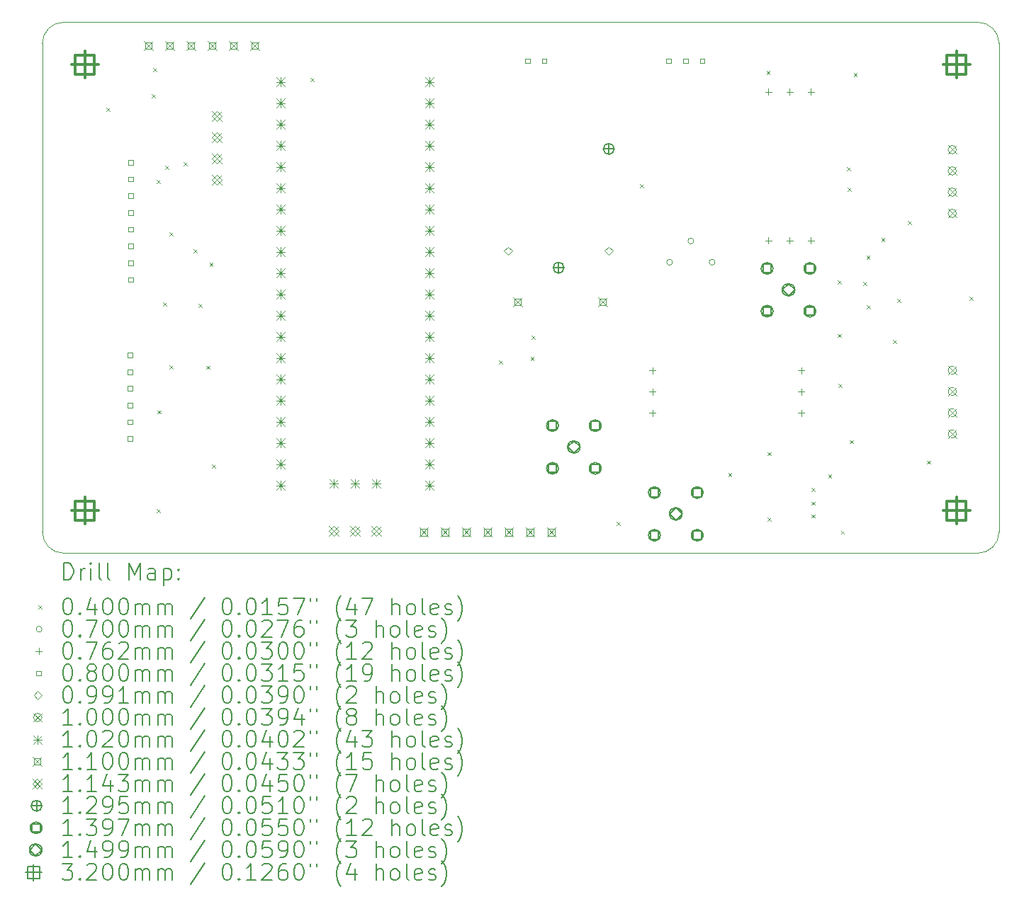
<source format=gbr>
%TF.GenerationSoftware,KiCad,Pcbnew,7.0.10*%
%TF.CreationDate,2024-03-29T22:24:38-04:00*%
%TF.ProjectId,WaveWise_Submersible,57617665-5769-4736-955f-5375626d6572,rev?*%
%TF.SameCoordinates,Original*%
%TF.FileFunction,Drillmap*%
%TF.FilePolarity,Positive*%
%FSLAX45Y45*%
G04 Gerber Fmt 4.5, Leading zero omitted, Abs format (unit mm)*
G04 Created by KiCad (PCBNEW 7.0.10) date 2024-03-29 22:24:38*
%MOMM*%
%LPD*%
G01*
G04 APERTURE LIST*
%ADD10C,0.100000*%
%ADD11C,0.200000*%
%ADD12C,0.102000*%
%ADD13C,0.110000*%
%ADD14C,0.114300*%
%ADD15C,0.129540*%
%ADD16C,0.139700*%
%ADD17C,0.149860*%
%ADD18C,0.320000*%
G04 APERTURE END LIST*
D10*
X3733800Y-8636000D02*
G75*
G03*
X3987800Y-8890000I254000J0D01*
G01*
X14909800Y-8890000D02*
X3987800Y-8890000D01*
X14909800Y-8890000D02*
G75*
G03*
X15163800Y-8636000I0J254000D01*
G01*
X3733800Y-2794000D02*
X3733800Y-8636000D01*
X3987800Y-2540000D02*
G75*
G03*
X3733800Y-2794000I0J-254000D01*
G01*
X15163800Y-2794000D02*
G75*
G03*
X14909800Y-2540000I-254000J0D01*
G01*
X14909800Y-2540000D02*
X3987800Y-2540000D01*
X15163800Y-2794000D02*
X15163800Y-8636000D01*
D11*
D10*
X4501200Y-3561400D02*
X4541200Y-3601400D01*
X4541200Y-3561400D02*
X4501200Y-3601400D01*
X5039680Y-3403920D02*
X5079680Y-3443920D01*
X5079680Y-3403920D02*
X5039680Y-3443920D01*
X5060465Y-3089425D02*
X5100465Y-3129425D01*
X5100465Y-3089425D02*
X5060465Y-3129425D01*
X5098100Y-8362000D02*
X5138100Y-8402000D01*
X5138100Y-8362000D02*
X5098100Y-8402000D01*
X5100640Y-4425000D02*
X5140640Y-4465000D01*
X5140640Y-4425000D02*
X5100640Y-4465000D01*
X5110800Y-7181380D02*
X5150800Y-7221380D01*
X5150800Y-7181380D02*
X5110800Y-7221380D01*
X5176840Y-5888040D02*
X5216840Y-5928040D01*
X5216840Y-5888040D02*
X5176840Y-5928040D01*
X5202240Y-4257360D02*
X5242240Y-4297360D01*
X5242240Y-4257360D02*
X5202240Y-4297360D01*
X5253040Y-5054920D02*
X5293040Y-5094920D01*
X5293040Y-5054920D02*
X5253040Y-5094920D01*
X5253040Y-6644960D02*
X5293040Y-6684960D01*
X5293040Y-6644960D02*
X5253040Y-6684960D01*
X5420680Y-4216720D02*
X5460680Y-4256720D01*
X5460680Y-4216720D02*
X5420680Y-4256720D01*
X5542600Y-5258120D02*
X5582600Y-5298120D01*
X5582600Y-5258120D02*
X5542600Y-5298120D01*
X5598480Y-5908360D02*
X5638480Y-5948360D01*
X5638480Y-5908360D02*
X5598480Y-5948360D01*
X5695000Y-6647500D02*
X5735000Y-6687500D01*
X5735000Y-6647500D02*
X5695000Y-6687500D01*
X5730560Y-5415600D02*
X5770560Y-5455600D01*
X5770560Y-5415600D02*
X5730560Y-5455600D01*
X5761040Y-7829080D02*
X5801040Y-7869080D01*
X5801040Y-7829080D02*
X5761040Y-7869080D01*
X6939600Y-3205800D02*
X6979600Y-3245800D01*
X6979600Y-3205800D02*
X6939600Y-3245800D01*
X9187500Y-6584000D02*
X9227500Y-6624000D01*
X9227500Y-6584000D02*
X9187500Y-6624000D01*
X9565960Y-6543360D02*
X9605960Y-6583360D01*
X9605960Y-6543360D02*
X9565960Y-6583360D01*
X9581200Y-6289360D02*
X9621200Y-6329360D01*
X9621200Y-6289360D02*
X9581200Y-6329360D01*
X10597200Y-8514400D02*
X10637200Y-8554400D01*
X10637200Y-8514400D02*
X10597200Y-8554400D01*
X10876600Y-4475800D02*
X10916600Y-4515800D01*
X10916600Y-4475800D02*
X10876600Y-4515800D01*
X11928160Y-7930200D02*
X11968160Y-7970200D01*
X11968160Y-7930200D02*
X11928160Y-7970200D01*
X12385360Y-3124520D02*
X12425360Y-3164520D01*
X12425360Y-3124520D02*
X12385360Y-3164520D01*
X12395520Y-7681280D02*
X12435520Y-7721280D01*
X12435520Y-7681280D02*
X12395520Y-7721280D01*
X12395520Y-8463600D02*
X12435520Y-8503600D01*
X12435520Y-8463600D02*
X12395520Y-8503600D01*
X12921300Y-8108000D02*
X12961300Y-8148000D01*
X12961300Y-8108000D02*
X12921300Y-8148000D01*
X12921300Y-8273100D02*
X12961300Y-8313100D01*
X12961300Y-8273100D02*
X12921300Y-8313100D01*
X12921300Y-8425500D02*
X12961300Y-8465500D01*
X12961300Y-8425500D02*
X12921300Y-8465500D01*
X13121960Y-7945440D02*
X13161960Y-7985440D01*
X13161960Y-7945440D02*
X13121960Y-7985440D01*
X13238800Y-5628960D02*
X13278800Y-5668960D01*
X13278800Y-5628960D02*
X13238800Y-5668960D01*
X13238800Y-6266500D02*
X13278800Y-6306500D01*
X13278800Y-6266500D02*
X13238800Y-6306500D01*
X13247690Y-6867210D02*
X13287690Y-6907210D01*
X13287690Y-6867210D02*
X13247690Y-6907210D01*
X13274360Y-8621080D02*
X13314360Y-8661080D01*
X13314360Y-8621080D02*
X13274360Y-8661080D01*
X13345480Y-4272600D02*
X13385480Y-4312600D01*
X13385480Y-4272600D02*
X13345480Y-4312600D01*
X13355640Y-4516440D02*
X13395640Y-4556440D01*
X13395640Y-4516440D02*
X13355640Y-4556440D01*
X13378500Y-7536500D02*
X13418500Y-7576500D01*
X13418500Y-7536500D02*
X13378500Y-7576500D01*
X13426760Y-3144840D02*
X13466760Y-3184840D01*
X13466760Y-3144840D02*
X13426760Y-3184840D01*
X13543600Y-5644200D02*
X13583600Y-5684200D01*
X13583600Y-5644200D02*
X13543600Y-5684200D01*
X13579160Y-5329240D02*
X13619160Y-5369240D01*
X13619160Y-5329240D02*
X13579160Y-5369240D01*
X13584950Y-5926850D02*
X13624950Y-5966850D01*
X13624950Y-5926850D02*
X13584950Y-5966850D01*
X13756960Y-5120960D02*
X13796960Y-5160960D01*
X13796960Y-5120960D02*
X13756960Y-5160960D01*
X13894120Y-6340160D02*
X13934120Y-6380160D01*
X13934120Y-6340160D02*
X13894120Y-6380160D01*
X13950000Y-5847400D02*
X13990000Y-5887400D01*
X13990000Y-5847400D02*
X13950000Y-5887400D01*
X14071920Y-4919280D02*
X14111920Y-4959280D01*
X14111920Y-4919280D02*
X14071920Y-4959280D01*
X14305600Y-7782880D02*
X14345600Y-7822880D01*
X14345600Y-7782880D02*
X14305600Y-7822880D01*
X14813600Y-5822000D02*
X14853600Y-5862000D01*
X14853600Y-5822000D02*
X14813600Y-5862000D01*
X11261800Y-5410200D02*
G75*
G03*
X11191800Y-5410200I-35000J0D01*
G01*
X11191800Y-5410200D02*
G75*
G03*
X11261800Y-5410200I35000J0D01*
G01*
X11515800Y-5156200D02*
G75*
G03*
X11445800Y-5156200I-35000J0D01*
G01*
X11445800Y-5156200D02*
G75*
G03*
X11515800Y-5156200I35000J0D01*
G01*
X11769800Y-5410200D02*
G75*
G03*
X11699800Y-5410200I-35000J0D01*
G01*
X11699800Y-5410200D02*
G75*
G03*
X11769800Y-5410200I35000J0D01*
G01*
X11023600Y-6667500D02*
X11023600Y-6743700D01*
X10985500Y-6705600D02*
X11061700Y-6705600D01*
X11023600Y-6921500D02*
X11023600Y-6997700D01*
X10985500Y-6959600D02*
X11061700Y-6959600D01*
X11023600Y-7175500D02*
X11023600Y-7251700D01*
X10985500Y-7213600D02*
X11061700Y-7213600D01*
X12405360Y-3335020D02*
X12405360Y-3411220D01*
X12367260Y-3373120D02*
X12443460Y-3373120D01*
X12405360Y-5113020D02*
X12405360Y-5189220D01*
X12367260Y-5151120D02*
X12443460Y-5151120D01*
X12659360Y-3335020D02*
X12659360Y-3411220D01*
X12621260Y-3373120D02*
X12697460Y-3373120D01*
X12659360Y-5113020D02*
X12659360Y-5189220D01*
X12621260Y-5151120D02*
X12697460Y-5151120D01*
X12801600Y-6667500D02*
X12801600Y-6743700D01*
X12763500Y-6705600D02*
X12839700Y-6705600D01*
X12801600Y-6921500D02*
X12801600Y-6997700D01*
X12763500Y-6959600D02*
X12839700Y-6959600D01*
X12801600Y-7175500D02*
X12801600Y-7251700D01*
X12763500Y-7213600D02*
X12839700Y-7213600D01*
X12913360Y-3335020D02*
X12913360Y-3411220D01*
X12875260Y-3373120D02*
X12951460Y-3373120D01*
X12913360Y-5113020D02*
X12913360Y-5189220D01*
X12875260Y-5151120D02*
X12951460Y-5151120D01*
X4810065Y-6548844D02*
X4810065Y-6492275D01*
X4753496Y-6492275D01*
X4753496Y-6548844D01*
X4810065Y-6548844D01*
X4810065Y-6748844D02*
X4810065Y-6692275D01*
X4753496Y-6692275D01*
X4753496Y-6748844D01*
X4810065Y-6748844D01*
X4810065Y-6948844D02*
X4810065Y-6892275D01*
X4753496Y-6892275D01*
X4753496Y-6948844D01*
X4810065Y-6948844D01*
X4810065Y-7148844D02*
X4810065Y-7092275D01*
X4753496Y-7092275D01*
X4753496Y-7148844D01*
X4810065Y-7148844D01*
X4810065Y-7348844D02*
X4810065Y-7292275D01*
X4753496Y-7292275D01*
X4753496Y-7348844D01*
X4810065Y-7348844D01*
X4810065Y-7548844D02*
X4810065Y-7492275D01*
X4753496Y-7492275D01*
X4753496Y-7548844D01*
X4810065Y-7548844D01*
X4815145Y-4245725D02*
X4815145Y-4189155D01*
X4758576Y-4189155D01*
X4758576Y-4245725D01*
X4815145Y-4245725D01*
X4815145Y-4445725D02*
X4815145Y-4389156D01*
X4758576Y-4389156D01*
X4758576Y-4445725D01*
X4815145Y-4445725D01*
X4815145Y-4645725D02*
X4815145Y-4589156D01*
X4758576Y-4589156D01*
X4758576Y-4645725D01*
X4815145Y-4645725D01*
X4815145Y-4845725D02*
X4815145Y-4789156D01*
X4758576Y-4789156D01*
X4758576Y-4845725D01*
X4815145Y-4845725D01*
X4815145Y-5045725D02*
X4815145Y-4989156D01*
X4758576Y-4989156D01*
X4758576Y-5045725D01*
X4815145Y-5045725D01*
X4815145Y-5245725D02*
X4815145Y-5189156D01*
X4758576Y-5189156D01*
X4758576Y-5245725D01*
X4815145Y-5245725D01*
X4815145Y-5445725D02*
X4815145Y-5389156D01*
X4758576Y-5389156D01*
X4758576Y-5445725D01*
X4815145Y-5445725D01*
X4815145Y-5645724D02*
X4815145Y-5589156D01*
X4758576Y-5589156D01*
X4758576Y-5645724D01*
X4815145Y-5645724D01*
X9558365Y-3030564D02*
X9558365Y-2973995D01*
X9501796Y-2973995D01*
X9501796Y-3030564D01*
X9558365Y-3030564D01*
X9758365Y-3030564D02*
X9758365Y-2973995D01*
X9701796Y-2973995D01*
X9701796Y-3030564D01*
X9758365Y-3030564D01*
X11244924Y-3030564D02*
X11244924Y-2973995D01*
X11188355Y-2973995D01*
X11188355Y-3030564D01*
X11244924Y-3030564D01*
X11444924Y-3030564D02*
X11444924Y-2973995D01*
X11388355Y-2973995D01*
X11388355Y-3030564D01*
X11444924Y-3030564D01*
X11644924Y-3030564D02*
X11644924Y-2973995D01*
X11588355Y-2973995D01*
X11588355Y-3030564D01*
X11644924Y-3030564D01*
X9300920Y-5324835D02*
X9350450Y-5275305D01*
X9300920Y-5225775D01*
X9251390Y-5275305D01*
X9300920Y-5324835D01*
X10500920Y-5324835D02*
X10550450Y-5275305D01*
X10500920Y-5225775D01*
X10451390Y-5275305D01*
X10500920Y-5324835D01*
X14555000Y-4014000D02*
X14655000Y-4114000D01*
X14655000Y-4014000D02*
X14555000Y-4114000D01*
X14655000Y-4064000D02*
G75*
G03*
X14555000Y-4064000I-50000J0D01*
G01*
X14555000Y-4064000D02*
G75*
G03*
X14655000Y-4064000I50000J0D01*
G01*
X14555000Y-4268000D02*
X14655000Y-4368000D01*
X14655000Y-4268000D02*
X14555000Y-4368000D01*
X14655000Y-4318000D02*
G75*
G03*
X14555000Y-4318000I-50000J0D01*
G01*
X14555000Y-4318000D02*
G75*
G03*
X14655000Y-4318000I50000J0D01*
G01*
X14555000Y-4522000D02*
X14655000Y-4622000D01*
X14655000Y-4522000D02*
X14555000Y-4622000D01*
X14655000Y-4572000D02*
G75*
G03*
X14555000Y-4572000I-50000J0D01*
G01*
X14555000Y-4572000D02*
G75*
G03*
X14655000Y-4572000I50000J0D01*
G01*
X14555000Y-4776000D02*
X14655000Y-4876000D01*
X14655000Y-4776000D02*
X14555000Y-4876000D01*
X14655000Y-4826000D02*
G75*
G03*
X14555000Y-4826000I-50000J0D01*
G01*
X14555000Y-4826000D02*
G75*
G03*
X14655000Y-4826000I50000J0D01*
G01*
X14555000Y-6651600D02*
X14655000Y-6751600D01*
X14655000Y-6651600D02*
X14555000Y-6751600D01*
X14655000Y-6701600D02*
G75*
G03*
X14555000Y-6701600I-50000J0D01*
G01*
X14555000Y-6701600D02*
G75*
G03*
X14655000Y-6701600I50000J0D01*
G01*
X14555000Y-6905600D02*
X14655000Y-7005600D01*
X14655000Y-6905600D02*
X14555000Y-7005600D01*
X14655000Y-6955600D02*
G75*
G03*
X14555000Y-6955600I-50000J0D01*
G01*
X14555000Y-6955600D02*
G75*
G03*
X14655000Y-6955600I50000J0D01*
G01*
X14555000Y-7159600D02*
X14655000Y-7259600D01*
X14655000Y-7159600D02*
X14555000Y-7259600D01*
X14655000Y-7209600D02*
G75*
G03*
X14555000Y-7209600I-50000J0D01*
G01*
X14555000Y-7209600D02*
G75*
G03*
X14655000Y-7209600I50000J0D01*
G01*
X14555000Y-7413600D02*
X14655000Y-7513600D01*
X14655000Y-7413600D02*
X14555000Y-7513600D01*
X14655000Y-7463600D02*
G75*
G03*
X14555000Y-7463600I-50000J0D01*
G01*
X14555000Y-7463600D02*
G75*
G03*
X14655000Y-7463600I50000J0D01*
G01*
D12*
X6527600Y-3201100D02*
X6629600Y-3303100D01*
X6629600Y-3201100D02*
X6527600Y-3303100D01*
X6578600Y-3201100D02*
X6578600Y-3303100D01*
X6527600Y-3252100D02*
X6629600Y-3252100D01*
X6527600Y-3455100D02*
X6629600Y-3557100D01*
X6629600Y-3455100D02*
X6527600Y-3557100D01*
X6578600Y-3455100D02*
X6578600Y-3557100D01*
X6527600Y-3506100D02*
X6629600Y-3506100D01*
X6527600Y-3709100D02*
X6629600Y-3811100D01*
X6629600Y-3709100D02*
X6527600Y-3811100D01*
X6578600Y-3709100D02*
X6578600Y-3811100D01*
X6527600Y-3760100D02*
X6629600Y-3760100D01*
X6527600Y-3963100D02*
X6629600Y-4065100D01*
X6629600Y-3963100D02*
X6527600Y-4065100D01*
X6578600Y-3963100D02*
X6578600Y-4065100D01*
X6527600Y-4014100D02*
X6629600Y-4014100D01*
X6527600Y-4217100D02*
X6629600Y-4319100D01*
X6629600Y-4217100D02*
X6527600Y-4319100D01*
X6578600Y-4217100D02*
X6578600Y-4319100D01*
X6527600Y-4268100D02*
X6629600Y-4268100D01*
X6527600Y-4471100D02*
X6629600Y-4573100D01*
X6629600Y-4471100D02*
X6527600Y-4573100D01*
X6578600Y-4471100D02*
X6578600Y-4573100D01*
X6527600Y-4522100D02*
X6629600Y-4522100D01*
X6527600Y-4725100D02*
X6629600Y-4827100D01*
X6629600Y-4725100D02*
X6527600Y-4827100D01*
X6578600Y-4725100D02*
X6578600Y-4827100D01*
X6527600Y-4776100D02*
X6629600Y-4776100D01*
X6527600Y-4979100D02*
X6629600Y-5081100D01*
X6629600Y-4979100D02*
X6527600Y-5081100D01*
X6578600Y-4979100D02*
X6578600Y-5081100D01*
X6527600Y-5030100D02*
X6629600Y-5030100D01*
X6527600Y-5233100D02*
X6629600Y-5335100D01*
X6629600Y-5233100D02*
X6527600Y-5335100D01*
X6578600Y-5233100D02*
X6578600Y-5335100D01*
X6527600Y-5284100D02*
X6629600Y-5284100D01*
X6527600Y-5487100D02*
X6629600Y-5589100D01*
X6629600Y-5487100D02*
X6527600Y-5589100D01*
X6578600Y-5487100D02*
X6578600Y-5589100D01*
X6527600Y-5538100D02*
X6629600Y-5538100D01*
X6527600Y-5741100D02*
X6629600Y-5843100D01*
X6629600Y-5741100D02*
X6527600Y-5843100D01*
X6578600Y-5741100D02*
X6578600Y-5843100D01*
X6527600Y-5792100D02*
X6629600Y-5792100D01*
X6527600Y-5995100D02*
X6629600Y-6097100D01*
X6629600Y-5995100D02*
X6527600Y-6097100D01*
X6578600Y-5995100D02*
X6578600Y-6097100D01*
X6527600Y-6046100D02*
X6629600Y-6046100D01*
X6527600Y-6249100D02*
X6629600Y-6351100D01*
X6629600Y-6249100D02*
X6527600Y-6351100D01*
X6578600Y-6249100D02*
X6578600Y-6351100D01*
X6527600Y-6300100D02*
X6629600Y-6300100D01*
X6527600Y-6503100D02*
X6629600Y-6605100D01*
X6629600Y-6503100D02*
X6527600Y-6605100D01*
X6578600Y-6503100D02*
X6578600Y-6605100D01*
X6527600Y-6554100D02*
X6629600Y-6554100D01*
X6527600Y-6757100D02*
X6629600Y-6859100D01*
X6629600Y-6757100D02*
X6527600Y-6859100D01*
X6578600Y-6757100D02*
X6578600Y-6859100D01*
X6527600Y-6808100D02*
X6629600Y-6808100D01*
X6527600Y-7011100D02*
X6629600Y-7113100D01*
X6629600Y-7011100D02*
X6527600Y-7113100D01*
X6578600Y-7011100D02*
X6578600Y-7113100D01*
X6527600Y-7062100D02*
X6629600Y-7062100D01*
X6527600Y-7265100D02*
X6629600Y-7367100D01*
X6629600Y-7265100D02*
X6527600Y-7367100D01*
X6578600Y-7265100D02*
X6578600Y-7367100D01*
X6527600Y-7316100D02*
X6629600Y-7316100D01*
X6527600Y-7519100D02*
X6629600Y-7621100D01*
X6629600Y-7519100D02*
X6527600Y-7621100D01*
X6578600Y-7519100D02*
X6578600Y-7621100D01*
X6527600Y-7570100D02*
X6629600Y-7570100D01*
X6527600Y-7773100D02*
X6629600Y-7875100D01*
X6629600Y-7773100D02*
X6527600Y-7875100D01*
X6578600Y-7773100D02*
X6578600Y-7875100D01*
X6527600Y-7824100D02*
X6629600Y-7824100D01*
X6527600Y-8027100D02*
X6629600Y-8129100D01*
X6629600Y-8027100D02*
X6527600Y-8129100D01*
X6578600Y-8027100D02*
X6578600Y-8129100D01*
X6527600Y-8078100D02*
X6629600Y-8078100D01*
X7162600Y-8004100D02*
X7264600Y-8106100D01*
X7264600Y-8004100D02*
X7162600Y-8106100D01*
X7213600Y-8004100D02*
X7213600Y-8106100D01*
X7162600Y-8055100D02*
X7264600Y-8055100D01*
X7416600Y-8004100D02*
X7518600Y-8106100D01*
X7518600Y-8004100D02*
X7416600Y-8106100D01*
X7467600Y-8004100D02*
X7467600Y-8106100D01*
X7416600Y-8055100D02*
X7518600Y-8055100D01*
X7670600Y-8004100D02*
X7772600Y-8106100D01*
X7772600Y-8004100D02*
X7670600Y-8106100D01*
X7721600Y-8004100D02*
X7721600Y-8106100D01*
X7670600Y-8055100D02*
X7772600Y-8055100D01*
X8305600Y-3201100D02*
X8407600Y-3303100D01*
X8407600Y-3201100D02*
X8305600Y-3303100D01*
X8356600Y-3201100D02*
X8356600Y-3303100D01*
X8305600Y-3252100D02*
X8407600Y-3252100D01*
X8305600Y-3455100D02*
X8407600Y-3557100D01*
X8407600Y-3455100D02*
X8305600Y-3557100D01*
X8356600Y-3455100D02*
X8356600Y-3557100D01*
X8305600Y-3506100D02*
X8407600Y-3506100D01*
X8305600Y-3709100D02*
X8407600Y-3811100D01*
X8407600Y-3709100D02*
X8305600Y-3811100D01*
X8356600Y-3709100D02*
X8356600Y-3811100D01*
X8305600Y-3760100D02*
X8407600Y-3760100D01*
X8305600Y-3963100D02*
X8407600Y-4065100D01*
X8407600Y-3963100D02*
X8305600Y-4065100D01*
X8356600Y-3963100D02*
X8356600Y-4065100D01*
X8305600Y-4014100D02*
X8407600Y-4014100D01*
X8305600Y-4217100D02*
X8407600Y-4319100D01*
X8407600Y-4217100D02*
X8305600Y-4319100D01*
X8356600Y-4217100D02*
X8356600Y-4319100D01*
X8305600Y-4268100D02*
X8407600Y-4268100D01*
X8305600Y-4471100D02*
X8407600Y-4573100D01*
X8407600Y-4471100D02*
X8305600Y-4573100D01*
X8356600Y-4471100D02*
X8356600Y-4573100D01*
X8305600Y-4522100D02*
X8407600Y-4522100D01*
X8305600Y-4725100D02*
X8407600Y-4827100D01*
X8407600Y-4725100D02*
X8305600Y-4827100D01*
X8356600Y-4725100D02*
X8356600Y-4827100D01*
X8305600Y-4776100D02*
X8407600Y-4776100D01*
X8305600Y-4979100D02*
X8407600Y-5081100D01*
X8407600Y-4979100D02*
X8305600Y-5081100D01*
X8356600Y-4979100D02*
X8356600Y-5081100D01*
X8305600Y-5030100D02*
X8407600Y-5030100D01*
X8305600Y-5233100D02*
X8407600Y-5335100D01*
X8407600Y-5233100D02*
X8305600Y-5335100D01*
X8356600Y-5233100D02*
X8356600Y-5335100D01*
X8305600Y-5284100D02*
X8407600Y-5284100D01*
X8305600Y-5487100D02*
X8407600Y-5589100D01*
X8407600Y-5487100D02*
X8305600Y-5589100D01*
X8356600Y-5487100D02*
X8356600Y-5589100D01*
X8305600Y-5538100D02*
X8407600Y-5538100D01*
X8305600Y-5741100D02*
X8407600Y-5843100D01*
X8407600Y-5741100D02*
X8305600Y-5843100D01*
X8356600Y-5741100D02*
X8356600Y-5843100D01*
X8305600Y-5792100D02*
X8407600Y-5792100D01*
X8305600Y-5995100D02*
X8407600Y-6097100D01*
X8407600Y-5995100D02*
X8305600Y-6097100D01*
X8356600Y-5995100D02*
X8356600Y-6097100D01*
X8305600Y-6046100D02*
X8407600Y-6046100D01*
X8305600Y-6249100D02*
X8407600Y-6351100D01*
X8407600Y-6249100D02*
X8305600Y-6351100D01*
X8356600Y-6249100D02*
X8356600Y-6351100D01*
X8305600Y-6300100D02*
X8407600Y-6300100D01*
X8305600Y-6503100D02*
X8407600Y-6605100D01*
X8407600Y-6503100D02*
X8305600Y-6605100D01*
X8356600Y-6503100D02*
X8356600Y-6605100D01*
X8305600Y-6554100D02*
X8407600Y-6554100D01*
X8305600Y-6757100D02*
X8407600Y-6859100D01*
X8407600Y-6757100D02*
X8305600Y-6859100D01*
X8356600Y-6757100D02*
X8356600Y-6859100D01*
X8305600Y-6808100D02*
X8407600Y-6808100D01*
X8305600Y-7011100D02*
X8407600Y-7113100D01*
X8407600Y-7011100D02*
X8305600Y-7113100D01*
X8356600Y-7011100D02*
X8356600Y-7113100D01*
X8305600Y-7062100D02*
X8407600Y-7062100D01*
X8305600Y-7265100D02*
X8407600Y-7367100D01*
X8407600Y-7265100D02*
X8305600Y-7367100D01*
X8356600Y-7265100D02*
X8356600Y-7367100D01*
X8305600Y-7316100D02*
X8407600Y-7316100D01*
X8305600Y-7519100D02*
X8407600Y-7621100D01*
X8407600Y-7519100D02*
X8305600Y-7621100D01*
X8356600Y-7519100D02*
X8356600Y-7621100D01*
X8305600Y-7570100D02*
X8407600Y-7570100D01*
X8305600Y-7773100D02*
X8407600Y-7875100D01*
X8407600Y-7773100D02*
X8305600Y-7875100D01*
X8356600Y-7773100D02*
X8356600Y-7875100D01*
X8305600Y-7824100D02*
X8407600Y-7824100D01*
X8305600Y-8027100D02*
X8407600Y-8129100D01*
X8407600Y-8027100D02*
X8305600Y-8129100D01*
X8356600Y-8027100D02*
X8356600Y-8129100D01*
X8305600Y-8078100D02*
X8407600Y-8078100D01*
D13*
X4948800Y-2764400D02*
X5058800Y-2874400D01*
X5058800Y-2764400D02*
X4948800Y-2874400D01*
X5042691Y-2858291D02*
X5042691Y-2780509D01*
X4964909Y-2780509D01*
X4964909Y-2858291D01*
X5042691Y-2858291D01*
X5202800Y-2764400D02*
X5312800Y-2874400D01*
X5312800Y-2764400D02*
X5202800Y-2874400D01*
X5296691Y-2858291D02*
X5296691Y-2780509D01*
X5218909Y-2780509D01*
X5218909Y-2858291D01*
X5296691Y-2858291D01*
X5456800Y-2764400D02*
X5566800Y-2874400D01*
X5566800Y-2764400D02*
X5456800Y-2874400D01*
X5550691Y-2858291D02*
X5550691Y-2780509D01*
X5472909Y-2780509D01*
X5472909Y-2858291D01*
X5550691Y-2858291D01*
X5710800Y-2764400D02*
X5820800Y-2874400D01*
X5820800Y-2764400D02*
X5710800Y-2874400D01*
X5804691Y-2858291D02*
X5804691Y-2780509D01*
X5726909Y-2780509D01*
X5726909Y-2858291D01*
X5804691Y-2858291D01*
X5964800Y-2764400D02*
X6074800Y-2874400D01*
X6074800Y-2764400D02*
X5964800Y-2874400D01*
X6058691Y-2858291D02*
X6058691Y-2780509D01*
X5980909Y-2780509D01*
X5980909Y-2858291D01*
X6058691Y-2858291D01*
X6218800Y-2764400D02*
X6328800Y-2874400D01*
X6328800Y-2764400D02*
X6218800Y-2874400D01*
X6312691Y-2858291D02*
X6312691Y-2780509D01*
X6234909Y-2780509D01*
X6234909Y-2858291D01*
X6312691Y-2858291D01*
X8235560Y-8586080D02*
X8345560Y-8696080D01*
X8345560Y-8586080D02*
X8235560Y-8696080D01*
X8329451Y-8679971D02*
X8329451Y-8602189D01*
X8251669Y-8602189D01*
X8251669Y-8679971D01*
X8329451Y-8679971D01*
X8489560Y-8586080D02*
X8599560Y-8696080D01*
X8599560Y-8586080D02*
X8489560Y-8696080D01*
X8583451Y-8679971D02*
X8583451Y-8602189D01*
X8505669Y-8602189D01*
X8505669Y-8679971D01*
X8583451Y-8679971D01*
X8743560Y-8586080D02*
X8853560Y-8696080D01*
X8853560Y-8586080D02*
X8743560Y-8696080D01*
X8837451Y-8679971D02*
X8837451Y-8602189D01*
X8759669Y-8602189D01*
X8759669Y-8679971D01*
X8837451Y-8679971D01*
X8997560Y-8586080D02*
X9107560Y-8696080D01*
X9107560Y-8586080D02*
X8997560Y-8696080D01*
X9091451Y-8679971D02*
X9091451Y-8602189D01*
X9013669Y-8602189D01*
X9013669Y-8679971D01*
X9091451Y-8679971D01*
X9251560Y-8586080D02*
X9361560Y-8696080D01*
X9361560Y-8586080D02*
X9251560Y-8696080D01*
X9345451Y-8679971D02*
X9345451Y-8602189D01*
X9267669Y-8602189D01*
X9267669Y-8679971D01*
X9345451Y-8679971D01*
X9355700Y-5827640D02*
X9465700Y-5937640D01*
X9465700Y-5827640D02*
X9355700Y-5937640D01*
X9449591Y-5921531D02*
X9449591Y-5843749D01*
X9371809Y-5843749D01*
X9371809Y-5921531D01*
X9449591Y-5921531D01*
X9505560Y-8586080D02*
X9615560Y-8696080D01*
X9615560Y-8586080D02*
X9505560Y-8696080D01*
X9599451Y-8679971D02*
X9599451Y-8602189D01*
X9521669Y-8602189D01*
X9521669Y-8679971D01*
X9599451Y-8679971D01*
X9759560Y-8586080D02*
X9869560Y-8696080D01*
X9869560Y-8586080D02*
X9759560Y-8696080D01*
X9853451Y-8679971D02*
X9853451Y-8602189D01*
X9775669Y-8602189D01*
X9775669Y-8679971D01*
X9853451Y-8679971D01*
X10371700Y-5827640D02*
X10481700Y-5937640D01*
X10481700Y-5827640D02*
X10371700Y-5937640D01*
X10465591Y-5921531D02*
X10465591Y-5843749D01*
X10387809Y-5843749D01*
X10387809Y-5921531D01*
X10465591Y-5921531D01*
D14*
X5759450Y-3605530D02*
X5873750Y-3719830D01*
X5873750Y-3605530D02*
X5759450Y-3719830D01*
X5816600Y-3719830D02*
X5873750Y-3662680D01*
X5816600Y-3605530D01*
X5759450Y-3662680D01*
X5816600Y-3719830D01*
X5759450Y-3859530D02*
X5873750Y-3973830D01*
X5873750Y-3859530D02*
X5759450Y-3973830D01*
X5816600Y-3973830D02*
X5873750Y-3916680D01*
X5816600Y-3859530D01*
X5759450Y-3916680D01*
X5816600Y-3973830D01*
X5759450Y-4113530D02*
X5873750Y-4227830D01*
X5873750Y-4113530D02*
X5759450Y-4227830D01*
X5816600Y-4227830D02*
X5873750Y-4170680D01*
X5816600Y-4113530D01*
X5759450Y-4170680D01*
X5816600Y-4227830D01*
X5759450Y-4367530D02*
X5873750Y-4481830D01*
X5873750Y-4367530D02*
X5759450Y-4481830D01*
X5816600Y-4481830D02*
X5873750Y-4424680D01*
X5816600Y-4367530D01*
X5759450Y-4424680D01*
X5816600Y-4481830D01*
X7156450Y-8566150D02*
X7270750Y-8680450D01*
X7270750Y-8566150D02*
X7156450Y-8680450D01*
X7213600Y-8680450D02*
X7270750Y-8623300D01*
X7213600Y-8566150D01*
X7156450Y-8623300D01*
X7213600Y-8680450D01*
X7410450Y-8566150D02*
X7524750Y-8680450D01*
X7524750Y-8566150D02*
X7410450Y-8680450D01*
X7467600Y-8680450D02*
X7524750Y-8623300D01*
X7467600Y-8566150D01*
X7410450Y-8623300D01*
X7467600Y-8680450D01*
X7664450Y-8566150D02*
X7778750Y-8680450D01*
X7778750Y-8566150D02*
X7664450Y-8680450D01*
X7721600Y-8680450D02*
X7778750Y-8623300D01*
X7721600Y-8566150D01*
X7664450Y-8623300D01*
X7721600Y-8680450D01*
D15*
X9900920Y-5410535D02*
X9900920Y-5540075D01*
X9836150Y-5475305D02*
X9965690Y-5475305D01*
X9965690Y-5475305D02*
G75*
G03*
X9836150Y-5475305I-64770J0D01*
G01*
X9836150Y-5475305D02*
G75*
G03*
X9965690Y-5475305I64770J0D01*
G01*
X10500920Y-3990615D02*
X10500920Y-4120155D01*
X10436150Y-4055385D02*
X10565690Y-4055385D01*
X10565690Y-4055385D02*
G75*
G03*
X10436150Y-4055385I-64770J0D01*
G01*
X10436150Y-4055385D02*
G75*
G03*
X10565690Y-4055385I64770J0D01*
G01*
D16*
X9877922Y-7414122D02*
X9877922Y-7315338D01*
X9779138Y-7315338D01*
X9779138Y-7414122D01*
X9877922Y-7414122D01*
X9898380Y-7364730D02*
G75*
G03*
X9758680Y-7364730I-69850J0D01*
G01*
X9758680Y-7364730D02*
G75*
G03*
X9898380Y-7364730I69850J0D01*
G01*
X9877922Y-7924662D02*
X9877922Y-7825878D01*
X9779138Y-7825878D01*
X9779138Y-7924662D01*
X9877922Y-7924662D01*
X9898380Y-7875270D02*
G75*
G03*
X9758680Y-7875270I-69850J0D01*
G01*
X9758680Y-7875270D02*
G75*
G03*
X9898380Y-7875270I69850J0D01*
G01*
X10388462Y-7414122D02*
X10388462Y-7315338D01*
X10289678Y-7315338D01*
X10289678Y-7414122D01*
X10388462Y-7414122D01*
X10408920Y-7364730D02*
G75*
G03*
X10269220Y-7364730I-69850J0D01*
G01*
X10269220Y-7364730D02*
G75*
G03*
X10408920Y-7364730I69850J0D01*
G01*
X10388462Y-7924662D02*
X10388462Y-7825878D01*
X10289678Y-7825878D01*
X10289678Y-7924662D01*
X10388462Y-7924662D01*
X10408920Y-7875270D02*
G75*
G03*
X10269220Y-7875270I-69850J0D01*
G01*
X10269220Y-7875270D02*
G75*
G03*
X10408920Y-7875270I69850J0D01*
G01*
X11095852Y-8214222D02*
X11095852Y-8115438D01*
X10997068Y-8115438D01*
X10997068Y-8214222D01*
X11095852Y-8214222D01*
X11116310Y-8164830D02*
G75*
G03*
X10976610Y-8164830I-69850J0D01*
G01*
X10976610Y-8164830D02*
G75*
G03*
X11116310Y-8164830I69850J0D01*
G01*
X11095852Y-8724762D02*
X11095852Y-8625978D01*
X10997068Y-8625978D01*
X10997068Y-8724762D01*
X11095852Y-8724762D01*
X11116310Y-8675370D02*
G75*
G03*
X10976610Y-8675370I-69850J0D01*
G01*
X10976610Y-8675370D02*
G75*
G03*
X11116310Y-8675370I69850J0D01*
G01*
X11606392Y-8214222D02*
X11606392Y-8115438D01*
X11507608Y-8115438D01*
X11507608Y-8214222D01*
X11606392Y-8214222D01*
X11626850Y-8164830D02*
G75*
G03*
X11487150Y-8164830I-69850J0D01*
G01*
X11487150Y-8164830D02*
G75*
G03*
X11626850Y-8164830I69850J0D01*
G01*
X11606392Y-8724762D02*
X11606392Y-8625978D01*
X11507608Y-8625978D01*
X11507608Y-8724762D01*
X11606392Y-8724762D01*
X11626850Y-8675370D02*
G75*
G03*
X11487150Y-8675370I-69850J0D01*
G01*
X11487150Y-8675370D02*
G75*
G03*
X11626850Y-8675370I69850J0D01*
G01*
X12442052Y-5534522D02*
X12442052Y-5435738D01*
X12343268Y-5435738D01*
X12343268Y-5534522D01*
X12442052Y-5534522D01*
X12462510Y-5485130D02*
G75*
G03*
X12322810Y-5485130I-69850J0D01*
G01*
X12322810Y-5485130D02*
G75*
G03*
X12462510Y-5485130I69850J0D01*
G01*
X12442052Y-6045062D02*
X12442052Y-5946278D01*
X12343268Y-5946278D01*
X12343268Y-6045062D01*
X12442052Y-6045062D01*
X12462510Y-5995670D02*
G75*
G03*
X12322810Y-5995670I-69850J0D01*
G01*
X12322810Y-5995670D02*
G75*
G03*
X12462510Y-5995670I69850J0D01*
G01*
X12952592Y-5534522D02*
X12952592Y-5435738D01*
X12853808Y-5435738D01*
X12853808Y-5534522D01*
X12952592Y-5534522D01*
X12973050Y-5485130D02*
G75*
G03*
X12833350Y-5485130I-69850J0D01*
G01*
X12833350Y-5485130D02*
G75*
G03*
X12973050Y-5485130I69850J0D01*
G01*
X12952592Y-6045062D02*
X12952592Y-5946278D01*
X12853808Y-5946278D01*
X12853808Y-6045062D01*
X12952592Y-6045062D01*
X12973050Y-5995670D02*
G75*
G03*
X12833350Y-5995670I-69850J0D01*
G01*
X12833350Y-5995670D02*
G75*
G03*
X12973050Y-5995670I69850J0D01*
G01*
D17*
X10083800Y-7694930D02*
X10158730Y-7620000D01*
X10083800Y-7545070D01*
X10008870Y-7620000D01*
X10083800Y-7694930D01*
X10158730Y-7620000D02*
G75*
G03*
X10008870Y-7620000I-74930J0D01*
G01*
X10008870Y-7620000D02*
G75*
G03*
X10158730Y-7620000I74930J0D01*
G01*
X11301730Y-8495030D02*
X11376660Y-8420100D01*
X11301730Y-8345170D01*
X11226800Y-8420100D01*
X11301730Y-8495030D01*
X11376660Y-8420100D02*
G75*
G03*
X11226800Y-8420100I-74930J0D01*
G01*
X11226800Y-8420100D02*
G75*
G03*
X11376660Y-8420100I74930J0D01*
G01*
X12647930Y-5815330D02*
X12722860Y-5740400D01*
X12647930Y-5665470D01*
X12573000Y-5740400D01*
X12647930Y-5815330D01*
X12722860Y-5740400D02*
G75*
G03*
X12573000Y-5740400I-74930J0D01*
G01*
X12573000Y-5740400D02*
G75*
G03*
X12722860Y-5740400I74930J0D01*
G01*
D18*
X4241800Y-2888000D02*
X4241800Y-3208000D01*
X4081800Y-3048000D02*
X4401800Y-3048000D01*
X4354938Y-3161138D02*
X4354938Y-2934862D01*
X4128662Y-2934862D01*
X4128662Y-3161138D01*
X4354938Y-3161138D01*
X4241800Y-8222000D02*
X4241800Y-8542000D01*
X4081800Y-8382000D02*
X4401800Y-8382000D01*
X4354938Y-8495138D02*
X4354938Y-8268862D01*
X4128662Y-8268862D01*
X4128662Y-8495138D01*
X4354938Y-8495138D01*
X14655800Y-2888000D02*
X14655800Y-3208000D01*
X14495800Y-3048000D02*
X14815800Y-3048000D01*
X14768938Y-3161138D02*
X14768938Y-2934862D01*
X14542662Y-2934862D01*
X14542662Y-3161138D01*
X14768938Y-3161138D01*
X14655800Y-8222000D02*
X14655800Y-8542000D01*
X14495800Y-8382000D02*
X14815800Y-8382000D01*
X14768938Y-8495138D02*
X14768938Y-8268862D01*
X14542662Y-8268862D01*
X14542662Y-8495138D01*
X14768938Y-8495138D01*
D11*
X3989577Y-9206484D02*
X3989577Y-9006484D01*
X3989577Y-9006484D02*
X4037196Y-9006484D01*
X4037196Y-9006484D02*
X4065767Y-9016008D01*
X4065767Y-9016008D02*
X4084815Y-9035055D01*
X4084815Y-9035055D02*
X4094339Y-9054103D01*
X4094339Y-9054103D02*
X4103862Y-9092198D01*
X4103862Y-9092198D02*
X4103862Y-9120770D01*
X4103862Y-9120770D02*
X4094339Y-9158865D01*
X4094339Y-9158865D02*
X4084815Y-9177912D01*
X4084815Y-9177912D02*
X4065767Y-9196960D01*
X4065767Y-9196960D02*
X4037196Y-9206484D01*
X4037196Y-9206484D02*
X3989577Y-9206484D01*
X4189577Y-9206484D02*
X4189577Y-9073150D01*
X4189577Y-9111246D02*
X4199101Y-9092198D01*
X4199101Y-9092198D02*
X4208624Y-9082674D01*
X4208624Y-9082674D02*
X4227672Y-9073150D01*
X4227672Y-9073150D02*
X4246720Y-9073150D01*
X4313386Y-9206484D02*
X4313386Y-9073150D01*
X4313386Y-9006484D02*
X4303863Y-9016008D01*
X4303863Y-9016008D02*
X4313386Y-9025531D01*
X4313386Y-9025531D02*
X4322910Y-9016008D01*
X4322910Y-9016008D02*
X4313386Y-9006484D01*
X4313386Y-9006484D02*
X4313386Y-9025531D01*
X4437196Y-9206484D02*
X4418148Y-9196960D01*
X4418148Y-9196960D02*
X4408624Y-9177912D01*
X4408624Y-9177912D02*
X4408624Y-9006484D01*
X4541958Y-9206484D02*
X4522910Y-9196960D01*
X4522910Y-9196960D02*
X4513386Y-9177912D01*
X4513386Y-9177912D02*
X4513386Y-9006484D01*
X4770529Y-9206484D02*
X4770529Y-9006484D01*
X4770529Y-9006484D02*
X4837196Y-9149341D01*
X4837196Y-9149341D02*
X4903863Y-9006484D01*
X4903863Y-9006484D02*
X4903863Y-9206484D01*
X5084815Y-9206484D02*
X5084815Y-9101722D01*
X5084815Y-9101722D02*
X5075291Y-9082674D01*
X5075291Y-9082674D02*
X5056244Y-9073150D01*
X5056244Y-9073150D02*
X5018148Y-9073150D01*
X5018148Y-9073150D02*
X4999101Y-9082674D01*
X5084815Y-9196960D02*
X5065767Y-9206484D01*
X5065767Y-9206484D02*
X5018148Y-9206484D01*
X5018148Y-9206484D02*
X4999101Y-9196960D01*
X4999101Y-9196960D02*
X4989577Y-9177912D01*
X4989577Y-9177912D02*
X4989577Y-9158865D01*
X4989577Y-9158865D02*
X4999101Y-9139817D01*
X4999101Y-9139817D02*
X5018148Y-9130293D01*
X5018148Y-9130293D02*
X5065767Y-9130293D01*
X5065767Y-9130293D02*
X5084815Y-9120770D01*
X5180053Y-9073150D02*
X5180053Y-9273150D01*
X5180053Y-9082674D02*
X5199101Y-9073150D01*
X5199101Y-9073150D02*
X5237196Y-9073150D01*
X5237196Y-9073150D02*
X5256244Y-9082674D01*
X5256244Y-9082674D02*
X5265767Y-9092198D01*
X5265767Y-9092198D02*
X5275291Y-9111246D01*
X5275291Y-9111246D02*
X5275291Y-9168389D01*
X5275291Y-9168389D02*
X5265767Y-9187436D01*
X5265767Y-9187436D02*
X5256244Y-9196960D01*
X5256244Y-9196960D02*
X5237196Y-9206484D01*
X5237196Y-9206484D02*
X5199101Y-9206484D01*
X5199101Y-9206484D02*
X5180053Y-9196960D01*
X5361005Y-9187436D02*
X5370529Y-9196960D01*
X5370529Y-9196960D02*
X5361005Y-9206484D01*
X5361005Y-9206484D02*
X5351482Y-9196960D01*
X5351482Y-9196960D02*
X5361005Y-9187436D01*
X5361005Y-9187436D02*
X5361005Y-9206484D01*
X5361005Y-9082674D02*
X5370529Y-9092198D01*
X5370529Y-9092198D02*
X5361005Y-9101722D01*
X5361005Y-9101722D02*
X5351482Y-9092198D01*
X5351482Y-9092198D02*
X5361005Y-9082674D01*
X5361005Y-9082674D02*
X5361005Y-9101722D01*
D10*
X3688800Y-9515000D02*
X3728800Y-9555000D01*
X3728800Y-9515000D02*
X3688800Y-9555000D01*
D11*
X4027672Y-9426484D02*
X4046720Y-9426484D01*
X4046720Y-9426484D02*
X4065767Y-9436008D01*
X4065767Y-9436008D02*
X4075291Y-9445531D01*
X4075291Y-9445531D02*
X4084815Y-9464579D01*
X4084815Y-9464579D02*
X4094339Y-9502674D01*
X4094339Y-9502674D02*
X4094339Y-9550293D01*
X4094339Y-9550293D02*
X4084815Y-9588389D01*
X4084815Y-9588389D02*
X4075291Y-9607436D01*
X4075291Y-9607436D02*
X4065767Y-9616960D01*
X4065767Y-9616960D02*
X4046720Y-9626484D01*
X4046720Y-9626484D02*
X4027672Y-9626484D01*
X4027672Y-9626484D02*
X4008624Y-9616960D01*
X4008624Y-9616960D02*
X3999101Y-9607436D01*
X3999101Y-9607436D02*
X3989577Y-9588389D01*
X3989577Y-9588389D02*
X3980053Y-9550293D01*
X3980053Y-9550293D02*
X3980053Y-9502674D01*
X3980053Y-9502674D02*
X3989577Y-9464579D01*
X3989577Y-9464579D02*
X3999101Y-9445531D01*
X3999101Y-9445531D02*
X4008624Y-9436008D01*
X4008624Y-9436008D02*
X4027672Y-9426484D01*
X4180053Y-9607436D02*
X4189577Y-9616960D01*
X4189577Y-9616960D02*
X4180053Y-9626484D01*
X4180053Y-9626484D02*
X4170529Y-9616960D01*
X4170529Y-9616960D02*
X4180053Y-9607436D01*
X4180053Y-9607436D02*
X4180053Y-9626484D01*
X4361005Y-9493150D02*
X4361005Y-9626484D01*
X4313386Y-9416960D02*
X4265767Y-9559817D01*
X4265767Y-9559817D02*
X4389577Y-9559817D01*
X4503863Y-9426484D02*
X4522910Y-9426484D01*
X4522910Y-9426484D02*
X4541958Y-9436008D01*
X4541958Y-9436008D02*
X4551482Y-9445531D01*
X4551482Y-9445531D02*
X4561005Y-9464579D01*
X4561005Y-9464579D02*
X4570529Y-9502674D01*
X4570529Y-9502674D02*
X4570529Y-9550293D01*
X4570529Y-9550293D02*
X4561005Y-9588389D01*
X4561005Y-9588389D02*
X4551482Y-9607436D01*
X4551482Y-9607436D02*
X4541958Y-9616960D01*
X4541958Y-9616960D02*
X4522910Y-9626484D01*
X4522910Y-9626484D02*
X4503863Y-9626484D01*
X4503863Y-9626484D02*
X4484815Y-9616960D01*
X4484815Y-9616960D02*
X4475291Y-9607436D01*
X4475291Y-9607436D02*
X4465767Y-9588389D01*
X4465767Y-9588389D02*
X4456244Y-9550293D01*
X4456244Y-9550293D02*
X4456244Y-9502674D01*
X4456244Y-9502674D02*
X4465767Y-9464579D01*
X4465767Y-9464579D02*
X4475291Y-9445531D01*
X4475291Y-9445531D02*
X4484815Y-9436008D01*
X4484815Y-9436008D02*
X4503863Y-9426484D01*
X4694339Y-9426484D02*
X4713386Y-9426484D01*
X4713386Y-9426484D02*
X4732434Y-9436008D01*
X4732434Y-9436008D02*
X4741958Y-9445531D01*
X4741958Y-9445531D02*
X4751482Y-9464579D01*
X4751482Y-9464579D02*
X4761005Y-9502674D01*
X4761005Y-9502674D02*
X4761005Y-9550293D01*
X4761005Y-9550293D02*
X4751482Y-9588389D01*
X4751482Y-9588389D02*
X4741958Y-9607436D01*
X4741958Y-9607436D02*
X4732434Y-9616960D01*
X4732434Y-9616960D02*
X4713386Y-9626484D01*
X4713386Y-9626484D02*
X4694339Y-9626484D01*
X4694339Y-9626484D02*
X4675291Y-9616960D01*
X4675291Y-9616960D02*
X4665767Y-9607436D01*
X4665767Y-9607436D02*
X4656244Y-9588389D01*
X4656244Y-9588389D02*
X4646720Y-9550293D01*
X4646720Y-9550293D02*
X4646720Y-9502674D01*
X4646720Y-9502674D02*
X4656244Y-9464579D01*
X4656244Y-9464579D02*
X4665767Y-9445531D01*
X4665767Y-9445531D02*
X4675291Y-9436008D01*
X4675291Y-9436008D02*
X4694339Y-9426484D01*
X4846720Y-9626484D02*
X4846720Y-9493150D01*
X4846720Y-9512198D02*
X4856244Y-9502674D01*
X4856244Y-9502674D02*
X4875291Y-9493150D01*
X4875291Y-9493150D02*
X4903863Y-9493150D01*
X4903863Y-9493150D02*
X4922910Y-9502674D01*
X4922910Y-9502674D02*
X4932434Y-9521722D01*
X4932434Y-9521722D02*
X4932434Y-9626484D01*
X4932434Y-9521722D02*
X4941958Y-9502674D01*
X4941958Y-9502674D02*
X4961005Y-9493150D01*
X4961005Y-9493150D02*
X4989577Y-9493150D01*
X4989577Y-9493150D02*
X5008625Y-9502674D01*
X5008625Y-9502674D02*
X5018148Y-9521722D01*
X5018148Y-9521722D02*
X5018148Y-9626484D01*
X5113386Y-9626484D02*
X5113386Y-9493150D01*
X5113386Y-9512198D02*
X5122910Y-9502674D01*
X5122910Y-9502674D02*
X5141958Y-9493150D01*
X5141958Y-9493150D02*
X5170529Y-9493150D01*
X5170529Y-9493150D02*
X5189577Y-9502674D01*
X5189577Y-9502674D02*
X5199101Y-9521722D01*
X5199101Y-9521722D02*
X5199101Y-9626484D01*
X5199101Y-9521722D02*
X5208625Y-9502674D01*
X5208625Y-9502674D02*
X5227672Y-9493150D01*
X5227672Y-9493150D02*
X5256244Y-9493150D01*
X5256244Y-9493150D02*
X5275291Y-9502674D01*
X5275291Y-9502674D02*
X5284815Y-9521722D01*
X5284815Y-9521722D02*
X5284815Y-9626484D01*
X5675291Y-9416960D02*
X5503863Y-9674103D01*
X5932434Y-9426484D02*
X5951482Y-9426484D01*
X5951482Y-9426484D02*
X5970529Y-9436008D01*
X5970529Y-9436008D02*
X5980053Y-9445531D01*
X5980053Y-9445531D02*
X5989577Y-9464579D01*
X5989577Y-9464579D02*
X5999101Y-9502674D01*
X5999101Y-9502674D02*
X5999101Y-9550293D01*
X5999101Y-9550293D02*
X5989577Y-9588389D01*
X5989577Y-9588389D02*
X5980053Y-9607436D01*
X5980053Y-9607436D02*
X5970529Y-9616960D01*
X5970529Y-9616960D02*
X5951482Y-9626484D01*
X5951482Y-9626484D02*
X5932434Y-9626484D01*
X5932434Y-9626484D02*
X5913386Y-9616960D01*
X5913386Y-9616960D02*
X5903863Y-9607436D01*
X5903863Y-9607436D02*
X5894339Y-9588389D01*
X5894339Y-9588389D02*
X5884815Y-9550293D01*
X5884815Y-9550293D02*
X5884815Y-9502674D01*
X5884815Y-9502674D02*
X5894339Y-9464579D01*
X5894339Y-9464579D02*
X5903863Y-9445531D01*
X5903863Y-9445531D02*
X5913386Y-9436008D01*
X5913386Y-9436008D02*
X5932434Y-9426484D01*
X6084815Y-9607436D02*
X6094339Y-9616960D01*
X6094339Y-9616960D02*
X6084815Y-9626484D01*
X6084815Y-9626484D02*
X6075291Y-9616960D01*
X6075291Y-9616960D02*
X6084815Y-9607436D01*
X6084815Y-9607436D02*
X6084815Y-9626484D01*
X6218148Y-9426484D02*
X6237196Y-9426484D01*
X6237196Y-9426484D02*
X6256244Y-9436008D01*
X6256244Y-9436008D02*
X6265767Y-9445531D01*
X6265767Y-9445531D02*
X6275291Y-9464579D01*
X6275291Y-9464579D02*
X6284815Y-9502674D01*
X6284815Y-9502674D02*
X6284815Y-9550293D01*
X6284815Y-9550293D02*
X6275291Y-9588389D01*
X6275291Y-9588389D02*
X6265767Y-9607436D01*
X6265767Y-9607436D02*
X6256244Y-9616960D01*
X6256244Y-9616960D02*
X6237196Y-9626484D01*
X6237196Y-9626484D02*
X6218148Y-9626484D01*
X6218148Y-9626484D02*
X6199101Y-9616960D01*
X6199101Y-9616960D02*
X6189577Y-9607436D01*
X6189577Y-9607436D02*
X6180053Y-9588389D01*
X6180053Y-9588389D02*
X6170529Y-9550293D01*
X6170529Y-9550293D02*
X6170529Y-9502674D01*
X6170529Y-9502674D02*
X6180053Y-9464579D01*
X6180053Y-9464579D02*
X6189577Y-9445531D01*
X6189577Y-9445531D02*
X6199101Y-9436008D01*
X6199101Y-9436008D02*
X6218148Y-9426484D01*
X6475291Y-9626484D02*
X6361006Y-9626484D01*
X6418148Y-9626484D02*
X6418148Y-9426484D01*
X6418148Y-9426484D02*
X6399101Y-9455055D01*
X6399101Y-9455055D02*
X6380053Y-9474103D01*
X6380053Y-9474103D02*
X6361006Y-9483627D01*
X6656244Y-9426484D02*
X6561006Y-9426484D01*
X6561006Y-9426484D02*
X6551482Y-9521722D01*
X6551482Y-9521722D02*
X6561006Y-9512198D01*
X6561006Y-9512198D02*
X6580053Y-9502674D01*
X6580053Y-9502674D02*
X6627672Y-9502674D01*
X6627672Y-9502674D02*
X6646720Y-9512198D01*
X6646720Y-9512198D02*
X6656244Y-9521722D01*
X6656244Y-9521722D02*
X6665767Y-9540770D01*
X6665767Y-9540770D02*
X6665767Y-9588389D01*
X6665767Y-9588389D02*
X6656244Y-9607436D01*
X6656244Y-9607436D02*
X6646720Y-9616960D01*
X6646720Y-9616960D02*
X6627672Y-9626484D01*
X6627672Y-9626484D02*
X6580053Y-9626484D01*
X6580053Y-9626484D02*
X6561006Y-9616960D01*
X6561006Y-9616960D02*
X6551482Y-9607436D01*
X6732434Y-9426484D02*
X6865767Y-9426484D01*
X6865767Y-9426484D02*
X6780053Y-9626484D01*
X6932434Y-9426484D02*
X6932434Y-9464579D01*
X7008625Y-9426484D02*
X7008625Y-9464579D01*
X7303863Y-9702674D02*
X7294339Y-9693150D01*
X7294339Y-9693150D02*
X7275291Y-9664579D01*
X7275291Y-9664579D02*
X7265768Y-9645531D01*
X7265768Y-9645531D02*
X7256244Y-9616960D01*
X7256244Y-9616960D02*
X7246720Y-9569341D01*
X7246720Y-9569341D02*
X7246720Y-9531246D01*
X7246720Y-9531246D02*
X7256244Y-9483627D01*
X7256244Y-9483627D02*
X7265768Y-9455055D01*
X7265768Y-9455055D02*
X7275291Y-9436008D01*
X7275291Y-9436008D02*
X7294339Y-9407436D01*
X7294339Y-9407436D02*
X7303863Y-9397912D01*
X7465768Y-9493150D02*
X7465768Y-9626484D01*
X7418148Y-9416960D02*
X7370529Y-9559817D01*
X7370529Y-9559817D02*
X7494339Y-9559817D01*
X7551482Y-9426484D02*
X7684815Y-9426484D01*
X7684815Y-9426484D02*
X7599101Y-9626484D01*
X7913387Y-9626484D02*
X7913387Y-9426484D01*
X7999101Y-9626484D02*
X7999101Y-9521722D01*
X7999101Y-9521722D02*
X7989577Y-9502674D01*
X7989577Y-9502674D02*
X7970530Y-9493150D01*
X7970530Y-9493150D02*
X7941958Y-9493150D01*
X7941958Y-9493150D02*
X7922910Y-9502674D01*
X7922910Y-9502674D02*
X7913387Y-9512198D01*
X8122910Y-9626484D02*
X8103863Y-9616960D01*
X8103863Y-9616960D02*
X8094339Y-9607436D01*
X8094339Y-9607436D02*
X8084815Y-9588389D01*
X8084815Y-9588389D02*
X8084815Y-9531246D01*
X8084815Y-9531246D02*
X8094339Y-9512198D01*
X8094339Y-9512198D02*
X8103863Y-9502674D01*
X8103863Y-9502674D02*
X8122910Y-9493150D01*
X8122910Y-9493150D02*
X8151482Y-9493150D01*
X8151482Y-9493150D02*
X8170530Y-9502674D01*
X8170530Y-9502674D02*
X8180053Y-9512198D01*
X8180053Y-9512198D02*
X8189577Y-9531246D01*
X8189577Y-9531246D02*
X8189577Y-9588389D01*
X8189577Y-9588389D02*
X8180053Y-9607436D01*
X8180053Y-9607436D02*
X8170530Y-9616960D01*
X8170530Y-9616960D02*
X8151482Y-9626484D01*
X8151482Y-9626484D02*
X8122910Y-9626484D01*
X8303863Y-9626484D02*
X8284815Y-9616960D01*
X8284815Y-9616960D02*
X8275291Y-9597912D01*
X8275291Y-9597912D02*
X8275291Y-9426484D01*
X8456244Y-9616960D02*
X8437196Y-9626484D01*
X8437196Y-9626484D02*
X8399101Y-9626484D01*
X8399101Y-9626484D02*
X8380053Y-9616960D01*
X8380053Y-9616960D02*
X8370530Y-9597912D01*
X8370530Y-9597912D02*
X8370530Y-9521722D01*
X8370530Y-9521722D02*
X8380053Y-9502674D01*
X8380053Y-9502674D02*
X8399101Y-9493150D01*
X8399101Y-9493150D02*
X8437196Y-9493150D01*
X8437196Y-9493150D02*
X8456244Y-9502674D01*
X8456244Y-9502674D02*
X8465768Y-9521722D01*
X8465768Y-9521722D02*
X8465768Y-9540770D01*
X8465768Y-9540770D02*
X8370530Y-9559817D01*
X8541958Y-9616960D02*
X8561006Y-9626484D01*
X8561006Y-9626484D02*
X8599101Y-9626484D01*
X8599101Y-9626484D02*
X8618149Y-9616960D01*
X8618149Y-9616960D02*
X8627673Y-9597912D01*
X8627673Y-9597912D02*
X8627673Y-9588389D01*
X8627673Y-9588389D02*
X8618149Y-9569341D01*
X8618149Y-9569341D02*
X8599101Y-9559817D01*
X8599101Y-9559817D02*
X8570530Y-9559817D01*
X8570530Y-9559817D02*
X8551482Y-9550293D01*
X8551482Y-9550293D02*
X8541958Y-9531246D01*
X8541958Y-9531246D02*
X8541958Y-9521722D01*
X8541958Y-9521722D02*
X8551482Y-9502674D01*
X8551482Y-9502674D02*
X8570530Y-9493150D01*
X8570530Y-9493150D02*
X8599101Y-9493150D01*
X8599101Y-9493150D02*
X8618149Y-9502674D01*
X8694339Y-9702674D02*
X8703863Y-9693150D01*
X8703863Y-9693150D02*
X8722911Y-9664579D01*
X8722911Y-9664579D02*
X8732434Y-9645531D01*
X8732434Y-9645531D02*
X8741958Y-9616960D01*
X8741958Y-9616960D02*
X8751482Y-9569341D01*
X8751482Y-9569341D02*
X8751482Y-9531246D01*
X8751482Y-9531246D02*
X8741958Y-9483627D01*
X8741958Y-9483627D02*
X8732434Y-9455055D01*
X8732434Y-9455055D02*
X8722911Y-9436008D01*
X8722911Y-9436008D02*
X8703863Y-9407436D01*
X8703863Y-9407436D02*
X8694339Y-9397912D01*
D10*
X3728800Y-9799000D02*
G75*
G03*
X3658800Y-9799000I-35000J0D01*
G01*
X3658800Y-9799000D02*
G75*
G03*
X3728800Y-9799000I35000J0D01*
G01*
D11*
X4027672Y-9690484D02*
X4046720Y-9690484D01*
X4046720Y-9690484D02*
X4065767Y-9700008D01*
X4065767Y-9700008D02*
X4075291Y-9709531D01*
X4075291Y-9709531D02*
X4084815Y-9728579D01*
X4084815Y-9728579D02*
X4094339Y-9766674D01*
X4094339Y-9766674D02*
X4094339Y-9814293D01*
X4094339Y-9814293D02*
X4084815Y-9852389D01*
X4084815Y-9852389D02*
X4075291Y-9871436D01*
X4075291Y-9871436D02*
X4065767Y-9880960D01*
X4065767Y-9880960D02*
X4046720Y-9890484D01*
X4046720Y-9890484D02*
X4027672Y-9890484D01*
X4027672Y-9890484D02*
X4008624Y-9880960D01*
X4008624Y-9880960D02*
X3999101Y-9871436D01*
X3999101Y-9871436D02*
X3989577Y-9852389D01*
X3989577Y-9852389D02*
X3980053Y-9814293D01*
X3980053Y-9814293D02*
X3980053Y-9766674D01*
X3980053Y-9766674D02*
X3989577Y-9728579D01*
X3989577Y-9728579D02*
X3999101Y-9709531D01*
X3999101Y-9709531D02*
X4008624Y-9700008D01*
X4008624Y-9700008D02*
X4027672Y-9690484D01*
X4180053Y-9871436D02*
X4189577Y-9880960D01*
X4189577Y-9880960D02*
X4180053Y-9890484D01*
X4180053Y-9890484D02*
X4170529Y-9880960D01*
X4170529Y-9880960D02*
X4180053Y-9871436D01*
X4180053Y-9871436D02*
X4180053Y-9890484D01*
X4256244Y-9690484D02*
X4389577Y-9690484D01*
X4389577Y-9690484D02*
X4303863Y-9890484D01*
X4503863Y-9690484D02*
X4522910Y-9690484D01*
X4522910Y-9690484D02*
X4541958Y-9700008D01*
X4541958Y-9700008D02*
X4551482Y-9709531D01*
X4551482Y-9709531D02*
X4561005Y-9728579D01*
X4561005Y-9728579D02*
X4570529Y-9766674D01*
X4570529Y-9766674D02*
X4570529Y-9814293D01*
X4570529Y-9814293D02*
X4561005Y-9852389D01*
X4561005Y-9852389D02*
X4551482Y-9871436D01*
X4551482Y-9871436D02*
X4541958Y-9880960D01*
X4541958Y-9880960D02*
X4522910Y-9890484D01*
X4522910Y-9890484D02*
X4503863Y-9890484D01*
X4503863Y-9890484D02*
X4484815Y-9880960D01*
X4484815Y-9880960D02*
X4475291Y-9871436D01*
X4475291Y-9871436D02*
X4465767Y-9852389D01*
X4465767Y-9852389D02*
X4456244Y-9814293D01*
X4456244Y-9814293D02*
X4456244Y-9766674D01*
X4456244Y-9766674D02*
X4465767Y-9728579D01*
X4465767Y-9728579D02*
X4475291Y-9709531D01*
X4475291Y-9709531D02*
X4484815Y-9700008D01*
X4484815Y-9700008D02*
X4503863Y-9690484D01*
X4694339Y-9690484D02*
X4713386Y-9690484D01*
X4713386Y-9690484D02*
X4732434Y-9700008D01*
X4732434Y-9700008D02*
X4741958Y-9709531D01*
X4741958Y-9709531D02*
X4751482Y-9728579D01*
X4751482Y-9728579D02*
X4761005Y-9766674D01*
X4761005Y-9766674D02*
X4761005Y-9814293D01*
X4761005Y-9814293D02*
X4751482Y-9852389D01*
X4751482Y-9852389D02*
X4741958Y-9871436D01*
X4741958Y-9871436D02*
X4732434Y-9880960D01*
X4732434Y-9880960D02*
X4713386Y-9890484D01*
X4713386Y-9890484D02*
X4694339Y-9890484D01*
X4694339Y-9890484D02*
X4675291Y-9880960D01*
X4675291Y-9880960D02*
X4665767Y-9871436D01*
X4665767Y-9871436D02*
X4656244Y-9852389D01*
X4656244Y-9852389D02*
X4646720Y-9814293D01*
X4646720Y-9814293D02*
X4646720Y-9766674D01*
X4646720Y-9766674D02*
X4656244Y-9728579D01*
X4656244Y-9728579D02*
X4665767Y-9709531D01*
X4665767Y-9709531D02*
X4675291Y-9700008D01*
X4675291Y-9700008D02*
X4694339Y-9690484D01*
X4846720Y-9890484D02*
X4846720Y-9757150D01*
X4846720Y-9776198D02*
X4856244Y-9766674D01*
X4856244Y-9766674D02*
X4875291Y-9757150D01*
X4875291Y-9757150D02*
X4903863Y-9757150D01*
X4903863Y-9757150D02*
X4922910Y-9766674D01*
X4922910Y-9766674D02*
X4932434Y-9785722D01*
X4932434Y-9785722D02*
X4932434Y-9890484D01*
X4932434Y-9785722D02*
X4941958Y-9766674D01*
X4941958Y-9766674D02*
X4961005Y-9757150D01*
X4961005Y-9757150D02*
X4989577Y-9757150D01*
X4989577Y-9757150D02*
X5008625Y-9766674D01*
X5008625Y-9766674D02*
X5018148Y-9785722D01*
X5018148Y-9785722D02*
X5018148Y-9890484D01*
X5113386Y-9890484D02*
X5113386Y-9757150D01*
X5113386Y-9776198D02*
X5122910Y-9766674D01*
X5122910Y-9766674D02*
X5141958Y-9757150D01*
X5141958Y-9757150D02*
X5170529Y-9757150D01*
X5170529Y-9757150D02*
X5189577Y-9766674D01*
X5189577Y-9766674D02*
X5199101Y-9785722D01*
X5199101Y-9785722D02*
X5199101Y-9890484D01*
X5199101Y-9785722D02*
X5208625Y-9766674D01*
X5208625Y-9766674D02*
X5227672Y-9757150D01*
X5227672Y-9757150D02*
X5256244Y-9757150D01*
X5256244Y-9757150D02*
X5275291Y-9766674D01*
X5275291Y-9766674D02*
X5284815Y-9785722D01*
X5284815Y-9785722D02*
X5284815Y-9890484D01*
X5675291Y-9680960D02*
X5503863Y-9938103D01*
X5932434Y-9690484D02*
X5951482Y-9690484D01*
X5951482Y-9690484D02*
X5970529Y-9700008D01*
X5970529Y-9700008D02*
X5980053Y-9709531D01*
X5980053Y-9709531D02*
X5989577Y-9728579D01*
X5989577Y-9728579D02*
X5999101Y-9766674D01*
X5999101Y-9766674D02*
X5999101Y-9814293D01*
X5999101Y-9814293D02*
X5989577Y-9852389D01*
X5989577Y-9852389D02*
X5980053Y-9871436D01*
X5980053Y-9871436D02*
X5970529Y-9880960D01*
X5970529Y-9880960D02*
X5951482Y-9890484D01*
X5951482Y-9890484D02*
X5932434Y-9890484D01*
X5932434Y-9890484D02*
X5913386Y-9880960D01*
X5913386Y-9880960D02*
X5903863Y-9871436D01*
X5903863Y-9871436D02*
X5894339Y-9852389D01*
X5894339Y-9852389D02*
X5884815Y-9814293D01*
X5884815Y-9814293D02*
X5884815Y-9766674D01*
X5884815Y-9766674D02*
X5894339Y-9728579D01*
X5894339Y-9728579D02*
X5903863Y-9709531D01*
X5903863Y-9709531D02*
X5913386Y-9700008D01*
X5913386Y-9700008D02*
X5932434Y-9690484D01*
X6084815Y-9871436D02*
X6094339Y-9880960D01*
X6094339Y-9880960D02*
X6084815Y-9890484D01*
X6084815Y-9890484D02*
X6075291Y-9880960D01*
X6075291Y-9880960D02*
X6084815Y-9871436D01*
X6084815Y-9871436D02*
X6084815Y-9890484D01*
X6218148Y-9690484D02*
X6237196Y-9690484D01*
X6237196Y-9690484D02*
X6256244Y-9700008D01*
X6256244Y-9700008D02*
X6265767Y-9709531D01*
X6265767Y-9709531D02*
X6275291Y-9728579D01*
X6275291Y-9728579D02*
X6284815Y-9766674D01*
X6284815Y-9766674D02*
X6284815Y-9814293D01*
X6284815Y-9814293D02*
X6275291Y-9852389D01*
X6275291Y-9852389D02*
X6265767Y-9871436D01*
X6265767Y-9871436D02*
X6256244Y-9880960D01*
X6256244Y-9880960D02*
X6237196Y-9890484D01*
X6237196Y-9890484D02*
X6218148Y-9890484D01*
X6218148Y-9890484D02*
X6199101Y-9880960D01*
X6199101Y-9880960D02*
X6189577Y-9871436D01*
X6189577Y-9871436D02*
X6180053Y-9852389D01*
X6180053Y-9852389D02*
X6170529Y-9814293D01*
X6170529Y-9814293D02*
X6170529Y-9766674D01*
X6170529Y-9766674D02*
X6180053Y-9728579D01*
X6180053Y-9728579D02*
X6189577Y-9709531D01*
X6189577Y-9709531D02*
X6199101Y-9700008D01*
X6199101Y-9700008D02*
X6218148Y-9690484D01*
X6361006Y-9709531D02*
X6370529Y-9700008D01*
X6370529Y-9700008D02*
X6389577Y-9690484D01*
X6389577Y-9690484D02*
X6437196Y-9690484D01*
X6437196Y-9690484D02*
X6456244Y-9700008D01*
X6456244Y-9700008D02*
X6465767Y-9709531D01*
X6465767Y-9709531D02*
X6475291Y-9728579D01*
X6475291Y-9728579D02*
X6475291Y-9747627D01*
X6475291Y-9747627D02*
X6465767Y-9776198D01*
X6465767Y-9776198D02*
X6351482Y-9890484D01*
X6351482Y-9890484D02*
X6475291Y-9890484D01*
X6541958Y-9690484D02*
X6675291Y-9690484D01*
X6675291Y-9690484D02*
X6589577Y-9890484D01*
X6837196Y-9690484D02*
X6799101Y-9690484D01*
X6799101Y-9690484D02*
X6780053Y-9700008D01*
X6780053Y-9700008D02*
X6770529Y-9709531D01*
X6770529Y-9709531D02*
X6751482Y-9738103D01*
X6751482Y-9738103D02*
X6741958Y-9776198D01*
X6741958Y-9776198D02*
X6741958Y-9852389D01*
X6741958Y-9852389D02*
X6751482Y-9871436D01*
X6751482Y-9871436D02*
X6761006Y-9880960D01*
X6761006Y-9880960D02*
X6780053Y-9890484D01*
X6780053Y-9890484D02*
X6818148Y-9890484D01*
X6818148Y-9890484D02*
X6837196Y-9880960D01*
X6837196Y-9880960D02*
X6846720Y-9871436D01*
X6846720Y-9871436D02*
X6856244Y-9852389D01*
X6856244Y-9852389D02*
X6856244Y-9804770D01*
X6856244Y-9804770D02*
X6846720Y-9785722D01*
X6846720Y-9785722D02*
X6837196Y-9776198D01*
X6837196Y-9776198D02*
X6818148Y-9766674D01*
X6818148Y-9766674D02*
X6780053Y-9766674D01*
X6780053Y-9766674D02*
X6761006Y-9776198D01*
X6761006Y-9776198D02*
X6751482Y-9785722D01*
X6751482Y-9785722D02*
X6741958Y-9804770D01*
X6932434Y-9690484D02*
X6932434Y-9728579D01*
X7008625Y-9690484D02*
X7008625Y-9728579D01*
X7303863Y-9966674D02*
X7294339Y-9957150D01*
X7294339Y-9957150D02*
X7275291Y-9928579D01*
X7275291Y-9928579D02*
X7265768Y-9909531D01*
X7265768Y-9909531D02*
X7256244Y-9880960D01*
X7256244Y-9880960D02*
X7246720Y-9833341D01*
X7246720Y-9833341D02*
X7246720Y-9795246D01*
X7246720Y-9795246D02*
X7256244Y-9747627D01*
X7256244Y-9747627D02*
X7265768Y-9719055D01*
X7265768Y-9719055D02*
X7275291Y-9700008D01*
X7275291Y-9700008D02*
X7294339Y-9671436D01*
X7294339Y-9671436D02*
X7303863Y-9661912D01*
X7361006Y-9690484D02*
X7484815Y-9690484D01*
X7484815Y-9690484D02*
X7418148Y-9766674D01*
X7418148Y-9766674D02*
X7446720Y-9766674D01*
X7446720Y-9766674D02*
X7465768Y-9776198D01*
X7465768Y-9776198D02*
X7475291Y-9785722D01*
X7475291Y-9785722D02*
X7484815Y-9804770D01*
X7484815Y-9804770D02*
X7484815Y-9852389D01*
X7484815Y-9852389D02*
X7475291Y-9871436D01*
X7475291Y-9871436D02*
X7465768Y-9880960D01*
X7465768Y-9880960D02*
X7446720Y-9890484D01*
X7446720Y-9890484D02*
X7389577Y-9890484D01*
X7389577Y-9890484D02*
X7370529Y-9880960D01*
X7370529Y-9880960D02*
X7361006Y-9871436D01*
X7722910Y-9890484D02*
X7722910Y-9690484D01*
X7808625Y-9890484D02*
X7808625Y-9785722D01*
X7808625Y-9785722D02*
X7799101Y-9766674D01*
X7799101Y-9766674D02*
X7780053Y-9757150D01*
X7780053Y-9757150D02*
X7751482Y-9757150D01*
X7751482Y-9757150D02*
X7732434Y-9766674D01*
X7732434Y-9766674D02*
X7722910Y-9776198D01*
X7932434Y-9890484D02*
X7913387Y-9880960D01*
X7913387Y-9880960D02*
X7903863Y-9871436D01*
X7903863Y-9871436D02*
X7894339Y-9852389D01*
X7894339Y-9852389D02*
X7894339Y-9795246D01*
X7894339Y-9795246D02*
X7903863Y-9776198D01*
X7903863Y-9776198D02*
X7913387Y-9766674D01*
X7913387Y-9766674D02*
X7932434Y-9757150D01*
X7932434Y-9757150D02*
X7961006Y-9757150D01*
X7961006Y-9757150D02*
X7980053Y-9766674D01*
X7980053Y-9766674D02*
X7989577Y-9776198D01*
X7989577Y-9776198D02*
X7999101Y-9795246D01*
X7999101Y-9795246D02*
X7999101Y-9852389D01*
X7999101Y-9852389D02*
X7989577Y-9871436D01*
X7989577Y-9871436D02*
X7980053Y-9880960D01*
X7980053Y-9880960D02*
X7961006Y-9890484D01*
X7961006Y-9890484D02*
X7932434Y-9890484D01*
X8113387Y-9890484D02*
X8094339Y-9880960D01*
X8094339Y-9880960D02*
X8084815Y-9861912D01*
X8084815Y-9861912D02*
X8084815Y-9690484D01*
X8265768Y-9880960D02*
X8246720Y-9890484D01*
X8246720Y-9890484D02*
X8208625Y-9890484D01*
X8208625Y-9890484D02*
X8189577Y-9880960D01*
X8189577Y-9880960D02*
X8180053Y-9861912D01*
X8180053Y-9861912D02*
X8180053Y-9785722D01*
X8180053Y-9785722D02*
X8189577Y-9766674D01*
X8189577Y-9766674D02*
X8208625Y-9757150D01*
X8208625Y-9757150D02*
X8246720Y-9757150D01*
X8246720Y-9757150D02*
X8265768Y-9766674D01*
X8265768Y-9766674D02*
X8275291Y-9785722D01*
X8275291Y-9785722D02*
X8275291Y-9804770D01*
X8275291Y-9804770D02*
X8180053Y-9823817D01*
X8351482Y-9880960D02*
X8370530Y-9890484D01*
X8370530Y-9890484D02*
X8408625Y-9890484D01*
X8408625Y-9890484D02*
X8427673Y-9880960D01*
X8427673Y-9880960D02*
X8437196Y-9861912D01*
X8437196Y-9861912D02*
X8437196Y-9852389D01*
X8437196Y-9852389D02*
X8427673Y-9833341D01*
X8427673Y-9833341D02*
X8408625Y-9823817D01*
X8408625Y-9823817D02*
X8380053Y-9823817D01*
X8380053Y-9823817D02*
X8361006Y-9814293D01*
X8361006Y-9814293D02*
X8351482Y-9795246D01*
X8351482Y-9795246D02*
X8351482Y-9785722D01*
X8351482Y-9785722D02*
X8361006Y-9766674D01*
X8361006Y-9766674D02*
X8380053Y-9757150D01*
X8380053Y-9757150D02*
X8408625Y-9757150D01*
X8408625Y-9757150D02*
X8427673Y-9766674D01*
X8503863Y-9966674D02*
X8513387Y-9957150D01*
X8513387Y-9957150D02*
X8532434Y-9928579D01*
X8532434Y-9928579D02*
X8541958Y-9909531D01*
X8541958Y-9909531D02*
X8551482Y-9880960D01*
X8551482Y-9880960D02*
X8561006Y-9833341D01*
X8561006Y-9833341D02*
X8561006Y-9795246D01*
X8561006Y-9795246D02*
X8551482Y-9747627D01*
X8551482Y-9747627D02*
X8541958Y-9719055D01*
X8541958Y-9719055D02*
X8532434Y-9700008D01*
X8532434Y-9700008D02*
X8513387Y-9671436D01*
X8513387Y-9671436D02*
X8503863Y-9661912D01*
D10*
X3690700Y-10024900D02*
X3690700Y-10101100D01*
X3652600Y-10063000D02*
X3728800Y-10063000D01*
D11*
X4027672Y-9954484D02*
X4046720Y-9954484D01*
X4046720Y-9954484D02*
X4065767Y-9964008D01*
X4065767Y-9964008D02*
X4075291Y-9973531D01*
X4075291Y-9973531D02*
X4084815Y-9992579D01*
X4084815Y-9992579D02*
X4094339Y-10030674D01*
X4094339Y-10030674D02*
X4094339Y-10078293D01*
X4094339Y-10078293D02*
X4084815Y-10116389D01*
X4084815Y-10116389D02*
X4075291Y-10135436D01*
X4075291Y-10135436D02*
X4065767Y-10144960D01*
X4065767Y-10144960D02*
X4046720Y-10154484D01*
X4046720Y-10154484D02*
X4027672Y-10154484D01*
X4027672Y-10154484D02*
X4008624Y-10144960D01*
X4008624Y-10144960D02*
X3999101Y-10135436D01*
X3999101Y-10135436D02*
X3989577Y-10116389D01*
X3989577Y-10116389D02*
X3980053Y-10078293D01*
X3980053Y-10078293D02*
X3980053Y-10030674D01*
X3980053Y-10030674D02*
X3989577Y-9992579D01*
X3989577Y-9992579D02*
X3999101Y-9973531D01*
X3999101Y-9973531D02*
X4008624Y-9964008D01*
X4008624Y-9964008D02*
X4027672Y-9954484D01*
X4180053Y-10135436D02*
X4189577Y-10144960D01*
X4189577Y-10144960D02*
X4180053Y-10154484D01*
X4180053Y-10154484D02*
X4170529Y-10144960D01*
X4170529Y-10144960D02*
X4180053Y-10135436D01*
X4180053Y-10135436D02*
X4180053Y-10154484D01*
X4256244Y-9954484D02*
X4389577Y-9954484D01*
X4389577Y-9954484D02*
X4303863Y-10154484D01*
X4551482Y-9954484D02*
X4513386Y-9954484D01*
X4513386Y-9954484D02*
X4494339Y-9964008D01*
X4494339Y-9964008D02*
X4484815Y-9973531D01*
X4484815Y-9973531D02*
X4465767Y-10002103D01*
X4465767Y-10002103D02*
X4456244Y-10040198D01*
X4456244Y-10040198D02*
X4456244Y-10116389D01*
X4456244Y-10116389D02*
X4465767Y-10135436D01*
X4465767Y-10135436D02*
X4475291Y-10144960D01*
X4475291Y-10144960D02*
X4494339Y-10154484D01*
X4494339Y-10154484D02*
X4532434Y-10154484D01*
X4532434Y-10154484D02*
X4551482Y-10144960D01*
X4551482Y-10144960D02*
X4561005Y-10135436D01*
X4561005Y-10135436D02*
X4570529Y-10116389D01*
X4570529Y-10116389D02*
X4570529Y-10068770D01*
X4570529Y-10068770D02*
X4561005Y-10049722D01*
X4561005Y-10049722D02*
X4551482Y-10040198D01*
X4551482Y-10040198D02*
X4532434Y-10030674D01*
X4532434Y-10030674D02*
X4494339Y-10030674D01*
X4494339Y-10030674D02*
X4475291Y-10040198D01*
X4475291Y-10040198D02*
X4465767Y-10049722D01*
X4465767Y-10049722D02*
X4456244Y-10068770D01*
X4646720Y-9973531D02*
X4656244Y-9964008D01*
X4656244Y-9964008D02*
X4675291Y-9954484D01*
X4675291Y-9954484D02*
X4722910Y-9954484D01*
X4722910Y-9954484D02*
X4741958Y-9964008D01*
X4741958Y-9964008D02*
X4751482Y-9973531D01*
X4751482Y-9973531D02*
X4761005Y-9992579D01*
X4761005Y-9992579D02*
X4761005Y-10011627D01*
X4761005Y-10011627D02*
X4751482Y-10040198D01*
X4751482Y-10040198D02*
X4637196Y-10154484D01*
X4637196Y-10154484D02*
X4761005Y-10154484D01*
X4846720Y-10154484D02*
X4846720Y-10021150D01*
X4846720Y-10040198D02*
X4856244Y-10030674D01*
X4856244Y-10030674D02*
X4875291Y-10021150D01*
X4875291Y-10021150D02*
X4903863Y-10021150D01*
X4903863Y-10021150D02*
X4922910Y-10030674D01*
X4922910Y-10030674D02*
X4932434Y-10049722D01*
X4932434Y-10049722D02*
X4932434Y-10154484D01*
X4932434Y-10049722D02*
X4941958Y-10030674D01*
X4941958Y-10030674D02*
X4961005Y-10021150D01*
X4961005Y-10021150D02*
X4989577Y-10021150D01*
X4989577Y-10021150D02*
X5008625Y-10030674D01*
X5008625Y-10030674D02*
X5018148Y-10049722D01*
X5018148Y-10049722D02*
X5018148Y-10154484D01*
X5113386Y-10154484D02*
X5113386Y-10021150D01*
X5113386Y-10040198D02*
X5122910Y-10030674D01*
X5122910Y-10030674D02*
X5141958Y-10021150D01*
X5141958Y-10021150D02*
X5170529Y-10021150D01*
X5170529Y-10021150D02*
X5189577Y-10030674D01*
X5189577Y-10030674D02*
X5199101Y-10049722D01*
X5199101Y-10049722D02*
X5199101Y-10154484D01*
X5199101Y-10049722D02*
X5208625Y-10030674D01*
X5208625Y-10030674D02*
X5227672Y-10021150D01*
X5227672Y-10021150D02*
X5256244Y-10021150D01*
X5256244Y-10021150D02*
X5275291Y-10030674D01*
X5275291Y-10030674D02*
X5284815Y-10049722D01*
X5284815Y-10049722D02*
X5284815Y-10154484D01*
X5675291Y-9944960D02*
X5503863Y-10202103D01*
X5932434Y-9954484D02*
X5951482Y-9954484D01*
X5951482Y-9954484D02*
X5970529Y-9964008D01*
X5970529Y-9964008D02*
X5980053Y-9973531D01*
X5980053Y-9973531D02*
X5989577Y-9992579D01*
X5989577Y-9992579D02*
X5999101Y-10030674D01*
X5999101Y-10030674D02*
X5999101Y-10078293D01*
X5999101Y-10078293D02*
X5989577Y-10116389D01*
X5989577Y-10116389D02*
X5980053Y-10135436D01*
X5980053Y-10135436D02*
X5970529Y-10144960D01*
X5970529Y-10144960D02*
X5951482Y-10154484D01*
X5951482Y-10154484D02*
X5932434Y-10154484D01*
X5932434Y-10154484D02*
X5913386Y-10144960D01*
X5913386Y-10144960D02*
X5903863Y-10135436D01*
X5903863Y-10135436D02*
X5894339Y-10116389D01*
X5894339Y-10116389D02*
X5884815Y-10078293D01*
X5884815Y-10078293D02*
X5884815Y-10030674D01*
X5884815Y-10030674D02*
X5894339Y-9992579D01*
X5894339Y-9992579D02*
X5903863Y-9973531D01*
X5903863Y-9973531D02*
X5913386Y-9964008D01*
X5913386Y-9964008D02*
X5932434Y-9954484D01*
X6084815Y-10135436D02*
X6094339Y-10144960D01*
X6094339Y-10144960D02*
X6084815Y-10154484D01*
X6084815Y-10154484D02*
X6075291Y-10144960D01*
X6075291Y-10144960D02*
X6084815Y-10135436D01*
X6084815Y-10135436D02*
X6084815Y-10154484D01*
X6218148Y-9954484D02*
X6237196Y-9954484D01*
X6237196Y-9954484D02*
X6256244Y-9964008D01*
X6256244Y-9964008D02*
X6265767Y-9973531D01*
X6265767Y-9973531D02*
X6275291Y-9992579D01*
X6275291Y-9992579D02*
X6284815Y-10030674D01*
X6284815Y-10030674D02*
X6284815Y-10078293D01*
X6284815Y-10078293D02*
X6275291Y-10116389D01*
X6275291Y-10116389D02*
X6265767Y-10135436D01*
X6265767Y-10135436D02*
X6256244Y-10144960D01*
X6256244Y-10144960D02*
X6237196Y-10154484D01*
X6237196Y-10154484D02*
X6218148Y-10154484D01*
X6218148Y-10154484D02*
X6199101Y-10144960D01*
X6199101Y-10144960D02*
X6189577Y-10135436D01*
X6189577Y-10135436D02*
X6180053Y-10116389D01*
X6180053Y-10116389D02*
X6170529Y-10078293D01*
X6170529Y-10078293D02*
X6170529Y-10030674D01*
X6170529Y-10030674D02*
X6180053Y-9992579D01*
X6180053Y-9992579D02*
X6189577Y-9973531D01*
X6189577Y-9973531D02*
X6199101Y-9964008D01*
X6199101Y-9964008D02*
X6218148Y-9954484D01*
X6351482Y-9954484D02*
X6475291Y-9954484D01*
X6475291Y-9954484D02*
X6408625Y-10030674D01*
X6408625Y-10030674D02*
X6437196Y-10030674D01*
X6437196Y-10030674D02*
X6456244Y-10040198D01*
X6456244Y-10040198D02*
X6465767Y-10049722D01*
X6465767Y-10049722D02*
X6475291Y-10068770D01*
X6475291Y-10068770D02*
X6475291Y-10116389D01*
X6475291Y-10116389D02*
X6465767Y-10135436D01*
X6465767Y-10135436D02*
X6456244Y-10144960D01*
X6456244Y-10144960D02*
X6437196Y-10154484D01*
X6437196Y-10154484D02*
X6380053Y-10154484D01*
X6380053Y-10154484D02*
X6361006Y-10144960D01*
X6361006Y-10144960D02*
X6351482Y-10135436D01*
X6599101Y-9954484D02*
X6618148Y-9954484D01*
X6618148Y-9954484D02*
X6637196Y-9964008D01*
X6637196Y-9964008D02*
X6646720Y-9973531D01*
X6646720Y-9973531D02*
X6656244Y-9992579D01*
X6656244Y-9992579D02*
X6665767Y-10030674D01*
X6665767Y-10030674D02*
X6665767Y-10078293D01*
X6665767Y-10078293D02*
X6656244Y-10116389D01*
X6656244Y-10116389D02*
X6646720Y-10135436D01*
X6646720Y-10135436D02*
X6637196Y-10144960D01*
X6637196Y-10144960D02*
X6618148Y-10154484D01*
X6618148Y-10154484D02*
X6599101Y-10154484D01*
X6599101Y-10154484D02*
X6580053Y-10144960D01*
X6580053Y-10144960D02*
X6570529Y-10135436D01*
X6570529Y-10135436D02*
X6561006Y-10116389D01*
X6561006Y-10116389D02*
X6551482Y-10078293D01*
X6551482Y-10078293D02*
X6551482Y-10030674D01*
X6551482Y-10030674D02*
X6561006Y-9992579D01*
X6561006Y-9992579D02*
X6570529Y-9973531D01*
X6570529Y-9973531D02*
X6580053Y-9964008D01*
X6580053Y-9964008D02*
X6599101Y-9954484D01*
X6789577Y-9954484D02*
X6808625Y-9954484D01*
X6808625Y-9954484D02*
X6827672Y-9964008D01*
X6827672Y-9964008D02*
X6837196Y-9973531D01*
X6837196Y-9973531D02*
X6846720Y-9992579D01*
X6846720Y-9992579D02*
X6856244Y-10030674D01*
X6856244Y-10030674D02*
X6856244Y-10078293D01*
X6856244Y-10078293D02*
X6846720Y-10116389D01*
X6846720Y-10116389D02*
X6837196Y-10135436D01*
X6837196Y-10135436D02*
X6827672Y-10144960D01*
X6827672Y-10144960D02*
X6808625Y-10154484D01*
X6808625Y-10154484D02*
X6789577Y-10154484D01*
X6789577Y-10154484D02*
X6770529Y-10144960D01*
X6770529Y-10144960D02*
X6761006Y-10135436D01*
X6761006Y-10135436D02*
X6751482Y-10116389D01*
X6751482Y-10116389D02*
X6741958Y-10078293D01*
X6741958Y-10078293D02*
X6741958Y-10030674D01*
X6741958Y-10030674D02*
X6751482Y-9992579D01*
X6751482Y-9992579D02*
X6761006Y-9973531D01*
X6761006Y-9973531D02*
X6770529Y-9964008D01*
X6770529Y-9964008D02*
X6789577Y-9954484D01*
X6932434Y-9954484D02*
X6932434Y-9992579D01*
X7008625Y-9954484D02*
X7008625Y-9992579D01*
X7303863Y-10230674D02*
X7294339Y-10221150D01*
X7294339Y-10221150D02*
X7275291Y-10192579D01*
X7275291Y-10192579D02*
X7265768Y-10173531D01*
X7265768Y-10173531D02*
X7256244Y-10144960D01*
X7256244Y-10144960D02*
X7246720Y-10097341D01*
X7246720Y-10097341D02*
X7246720Y-10059246D01*
X7246720Y-10059246D02*
X7256244Y-10011627D01*
X7256244Y-10011627D02*
X7265768Y-9983055D01*
X7265768Y-9983055D02*
X7275291Y-9964008D01*
X7275291Y-9964008D02*
X7294339Y-9935436D01*
X7294339Y-9935436D02*
X7303863Y-9925912D01*
X7484815Y-10154484D02*
X7370529Y-10154484D01*
X7427672Y-10154484D02*
X7427672Y-9954484D01*
X7427672Y-9954484D02*
X7408625Y-9983055D01*
X7408625Y-9983055D02*
X7389577Y-10002103D01*
X7389577Y-10002103D02*
X7370529Y-10011627D01*
X7561006Y-9973531D02*
X7570529Y-9964008D01*
X7570529Y-9964008D02*
X7589577Y-9954484D01*
X7589577Y-9954484D02*
X7637196Y-9954484D01*
X7637196Y-9954484D02*
X7656244Y-9964008D01*
X7656244Y-9964008D02*
X7665768Y-9973531D01*
X7665768Y-9973531D02*
X7675291Y-9992579D01*
X7675291Y-9992579D02*
X7675291Y-10011627D01*
X7675291Y-10011627D02*
X7665768Y-10040198D01*
X7665768Y-10040198D02*
X7551482Y-10154484D01*
X7551482Y-10154484D02*
X7675291Y-10154484D01*
X7913387Y-10154484D02*
X7913387Y-9954484D01*
X7999101Y-10154484D02*
X7999101Y-10049722D01*
X7999101Y-10049722D02*
X7989577Y-10030674D01*
X7989577Y-10030674D02*
X7970530Y-10021150D01*
X7970530Y-10021150D02*
X7941958Y-10021150D01*
X7941958Y-10021150D02*
X7922910Y-10030674D01*
X7922910Y-10030674D02*
X7913387Y-10040198D01*
X8122910Y-10154484D02*
X8103863Y-10144960D01*
X8103863Y-10144960D02*
X8094339Y-10135436D01*
X8094339Y-10135436D02*
X8084815Y-10116389D01*
X8084815Y-10116389D02*
X8084815Y-10059246D01*
X8084815Y-10059246D02*
X8094339Y-10040198D01*
X8094339Y-10040198D02*
X8103863Y-10030674D01*
X8103863Y-10030674D02*
X8122910Y-10021150D01*
X8122910Y-10021150D02*
X8151482Y-10021150D01*
X8151482Y-10021150D02*
X8170530Y-10030674D01*
X8170530Y-10030674D02*
X8180053Y-10040198D01*
X8180053Y-10040198D02*
X8189577Y-10059246D01*
X8189577Y-10059246D02*
X8189577Y-10116389D01*
X8189577Y-10116389D02*
X8180053Y-10135436D01*
X8180053Y-10135436D02*
X8170530Y-10144960D01*
X8170530Y-10144960D02*
X8151482Y-10154484D01*
X8151482Y-10154484D02*
X8122910Y-10154484D01*
X8303863Y-10154484D02*
X8284815Y-10144960D01*
X8284815Y-10144960D02*
X8275291Y-10125912D01*
X8275291Y-10125912D02*
X8275291Y-9954484D01*
X8456244Y-10144960D02*
X8437196Y-10154484D01*
X8437196Y-10154484D02*
X8399101Y-10154484D01*
X8399101Y-10154484D02*
X8380053Y-10144960D01*
X8380053Y-10144960D02*
X8370530Y-10125912D01*
X8370530Y-10125912D02*
X8370530Y-10049722D01*
X8370530Y-10049722D02*
X8380053Y-10030674D01*
X8380053Y-10030674D02*
X8399101Y-10021150D01*
X8399101Y-10021150D02*
X8437196Y-10021150D01*
X8437196Y-10021150D02*
X8456244Y-10030674D01*
X8456244Y-10030674D02*
X8465768Y-10049722D01*
X8465768Y-10049722D02*
X8465768Y-10068770D01*
X8465768Y-10068770D02*
X8370530Y-10087817D01*
X8541958Y-10144960D02*
X8561006Y-10154484D01*
X8561006Y-10154484D02*
X8599101Y-10154484D01*
X8599101Y-10154484D02*
X8618149Y-10144960D01*
X8618149Y-10144960D02*
X8627673Y-10125912D01*
X8627673Y-10125912D02*
X8627673Y-10116389D01*
X8627673Y-10116389D02*
X8618149Y-10097341D01*
X8618149Y-10097341D02*
X8599101Y-10087817D01*
X8599101Y-10087817D02*
X8570530Y-10087817D01*
X8570530Y-10087817D02*
X8551482Y-10078293D01*
X8551482Y-10078293D02*
X8541958Y-10059246D01*
X8541958Y-10059246D02*
X8541958Y-10049722D01*
X8541958Y-10049722D02*
X8551482Y-10030674D01*
X8551482Y-10030674D02*
X8570530Y-10021150D01*
X8570530Y-10021150D02*
X8599101Y-10021150D01*
X8599101Y-10021150D02*
X8618149Y-10030674D01*
X8694339Y-10230674D02*
X8703863Y-10221150D01*
X8703863Y-10221150D02*
X8722911Y-10192579D01*
X8722911Y-10192579D02*
X8732434Y-10173531D01*
X8732434Y-10173531D02*
X8741958Y-10144960D01*
X8741958Y-10144960D02*
X8751482Y-10097341D01*
X8751482Y-10097341D02*
X8751482Y-10059246D01*
X8751482Y-10059246D02*
X8741958Y-10011627D01*
X8741958Y-10011627D02*
X8732434Y-9983055D01*
X8732434Y-9983055D02*
X8722911Y-9964008D01*
X8722911Y-9964008D02*
X8703863Y-9935436D01*
X8703863Y-9935436D02*
X8694339Y-9925912D01*
D10*
X3717084Y-10355285D02*
X3717084Y-10298716D01*
X3660515Y-10298716D01*
X3660515Y-10355285D01*
X3717084Y-10355285D01*
D11*
X4027672Y-10218484D02*
X4046720Y-10218484D01*
X4046720Y-10218484D02*
X4065767Y-10228008D01*
X4065767Y-10228008D02*
X4075291Y-10237531D01*
X4075291Y-10237531D02*
X4084815Y-10256579D01*
X4084815Y-10256579D02*
X4094339Y-10294674D01*
X4094339Y-10294674D02*
X4094339Y-10342293D01*
X4094339Y-10342293D02*
X4084815Y-10380389D01*
X4084815Y-10380389D02*
X4075291Y-10399436D01*
X4075291Y-10399436D02*
X4065767Y-10408960D01*
X4065767Y-10408960D02*
X4046720Y-10418484D01*
X4046720Y-10418484D02*
X4027672Y-10418484D01*
X4027672Y-10418484D02*
X4008624Y-10408960D01*
X4008624Y-10408960D02*
X3999101Y-10399436D01*
X3999101Y-10399436D02*
X3989577Y-10380389D01*
X3989577Y-10380389D02*
X3980053Y-10342293D01*
X3980053Y-10342293D02*
X3980053Y-10294674D01*
X3980053Y-10294674D02*
X3989577Y-10256579D01*
X3989577Y-10256579D02*
X3999101Y-10237531D01*
X3999101Y-10237531D02*
X4008624Y-10228008D01*
X4008624Y-10228008D02*
X4027672Y-10218484D01*
X4180053Y-10399436D02*
X4189577Y-10408960D01*
X4189577Y-10408960D02*
X4180053Y-10418484D01*
X4180053Y-10418484D02*
X4170529Y-10408960D01*
X4170529Y-10408960D02*
X4180053Y-10399436D01*
X4180053Y-10399436D02*
X4180053Y-10418484D01*
X4303863Y-10304198D02*
X4284815Y-10294674D01*
X4284815Y-10294674D02*
X4275291Y-10285150D01*
X4275291Y-10285150D02*
X4265767Y-10266103D01*
X4265767Y-10266103D02*
X4265767Y-10256579D01*
X4265767Y-10256579D02*
X4275291Y-10237531D01*
X4275291Y-10237531D02*
X4284815Y-10228008D01*
X4284815Y-10228008D02*
X4303863Y-10218484D01*
X4303863Y-10218484D02*
X4341958Y-10218484D01*
X4341958Y-10218484D02*
X4361005Y-10228008D01*
X4361005Y-10228008D02*
X4370529Y-10237531D01*
X4370529Y-10237531D02*
X4380053Y-10256579D01*
X4380053Y-10256579D02*
X4380053Y-10266103D01*
X4380053Y-10266103D02*
X4370529Y-10285150D01*
X4370529Y-10285150D02*
X4361005Y-10294674D01*
X4361005Y-10294674D02*
X4341958Y-10304198D01*
X4341958Y-10304198D02*
X4303863Y-10304198D01*
X4303863Y-10304198D02*
X4284815Y-10313722D01*
X4284815Y-10313722D02*
X4275291Y-10323246D01*
X4275291Y-10323246D02*
X4265767Y-10342293D01*
X4265767Y-10342293D02*
X4265767Y-10380389D01*
X4265767Y-10380389D02*
X4275291Y-10399436D01*
X4275291Y-10399436D02*
X4284815Y-10408960D01*
X4284815Y-10408960D02*
X4303863Y-10418484D01*
X4303863Y-10418484D02*
X4341958Y-10418484D01*
X4341958Y-10418484D02*
X4361005Y-10408960D01*
X4361005Y-10408960D02*
X4370529Y-10399436D01*
X4370529Y-10399436D02*
X4380053Y-10380389D01*
X4380053Y-10380389D02*
X4380053Y-10342293D01*
X4380053Y-10342293D02*
X4370529Y-10323246D01*
X4370529Y-10323246D02*
X4361005Y-10313722D01*
X4361005Y-10313722D02*
X4341958Y-10304198D01*
X4503863Y-10218484D02*
X4522910Y-10218484D01*
X4522910Y-10218484D02*
X4541958Y-10228008D01*
X4541958Y-10228008D02*
X4551482Y-10237531D01*
X4551482Y-10237531D02*
X4561005Y-10256579D01*
X4561005Y-10256579D02*
X4570529Y-10294674D01*
X4570529Y-10294674D02*
X4570529Y-10342293D01*
X4570529Y-10342293D02*
X4561005Y-10380389D01*
X4561005Y-10380389D02*
X4551482Y-10399436D01*
X4551482Y-10399436D02*
X4541958Y-10408960D01*
X4541958Y-10408960D02*
X4522910Y-10418484D01*
X4522910Y-10418484D02*
X4503863Y-10418484D01*
X4503863Y-10418484D02*
X4484815Y-10408960D01*
X4484815Y-10408960D02*
X4475291Y-10399436D01*
X4475291Y-10399436D02*
X4465767Y-10380389D01*
X4465767Y-10380389D02*
X4456244Y-10342293D01*
X4456244Y-10342293D02*
X4456244Y-10294674D01*
X4456244Y-10294674D02*
X4465767Y-10256579D01*
X4465767Y-10256579D02*
X4475291Y-10237531D01*
X4475291Y-10237531D02*
X4484815Y-10228008D01*
X4484815Y-10228008D02*
X4503863Y-10218484D01*
X4694339Y-10218484D02*
X4713386Y-10218484D01*
X4713386Y-10218484D02*
X4732434Y-10228008D01*
X4732434Y-10228008D02*
X4741958Y-10237531D01*
X4741958Y-10237531D02*
X4751482Y-10256579D01*
X4751482Y-10256579D02*
X4761005Y-10294674D01*
X4761005Y-10294674D02*
X4761005Y-10342293D01*
X4761005Y-10342293D02*
X4751482Y-10380389D01*
X4751482Y-10380389D02*
X4741958Y-10399436D01*
X4741958Y-10399436D02*
X4732434Y-10408960D01*
X4732434Y-10408960D02*
X4713386Y-10418484D01*
X4713386Y-10418484D02*
X4694339Y-10418484D01*
X4694339Y-10418484D02*
X4675291Y-10408960D01*
X4675291Y-10408960D02*
X4665767Y-10399436D01*
X4665767Y-10399436D02*
X4656244Y-10380389D01*
X4656244Y-10380389D02*
X4646720Y-10342293D01*
X4646720Y-10342293D02*
X4646720Y-10294674D01*
X4646720Y-10294674D02*
X4656244Y-10256579D01*
X4656244Y-10256579D02*
X4665767Y-10237531D01*
X4665767Y-10237531D02*
X4675291Y-10228008D01*
X4675291Y-10228008D02*
X4694339Y-10218484D01*
X4846720Y-10418484D02*
X4846720Y-10285150D01*
X4846720Y-10304198D02*
X4856244Y-10294674D01*
X4856244Y-10294674D02*
X4875291Y-10285150D01*
X4875291Y-10285150D02*
X4903863Y-10285150D01*
X4903863Y-10285150D02*
X4922910Y-10294674D01*
X4922910Y-10294674D02*
X4932434Y-10313722D01*
X4932434Y-10313722D02*
X4932434Y-10418484D01*
X4932434Y-10313722D02*
X4941958Y-10294674D01*
X4941958Y-10294674D02*
X4961005Y-10285150D01*
X4961005Y-10285150D02*
X4989577Y-10285150D01*
X4989577Y-10285150D02*
X5008625Y-10294674D01*
X5008625Y-10294674D02*
X5018148Y-10313722D01*
X5018148Y-10313722D02*
X5018148Y-10418484D01*
X5113386Y-10418484D02*
X5113386Y-10285150D01*
X5113386Y-10304198D02*
X5122910Y-10294674D01*
X5122910Y-10294674D02*
X5141958Y-10285150D01*
X5141958Y-10285150D02*
X5170529Y-10285150D01*
X5170529Y-10285150D02*
X5189577Y-10294674D01*
X5189577Y-10294674D02*
X5199101Y-10313722D01*
X5199101Y-10313722D02*
X5199101Y-10418484D01*
X5199101Y-10313722D02*
X5208625Y-10294674D01*
X5208625Y-10294674D02*
X5227672Y-10285150D01*
X5227672Y-10285150D02*
X5256244Y-10285150D01*
X5256244Y-10285150D02*
X5275291Y-10294674D01*
X5275291Y-10294674D02*
X5284815Y-10313722D01*
X5284815Y-10313722D02*
X5284815Y-10418484D01*
X5675291Y-10208960D02*
X5503863Y-10466103D01*
X5932434Y-10218484D02*
X5951482Y-10218484D01*
X5951482Y-10218484D02*
X5970529Y-10228008D01*
X5970529Y-10228008D02*
X5980053Y-10237531D01*
X5980053Y-10237531D02*
X5989577Y-10256579D01*
X5989577Y-10256579D02*
X5999101Y-10294674D01*
X5999101Y-10294674D02*
X5999101Y-10342293D01*
X5999101Y-10342293D02*
X5989577Y-10380389D01*
X5989577Y-10380389D02*
X5980053Y-10399436D01*
X5980053Y-10399436D02*
X5970529Y-10408960D01*
X5970529Y-10408960D02*
X5951482Y-10418484D01*
X5951482Y-10418484D02*
X5932434Y-10418484D01*
X5932434Y-10418484D02*
X5913386Y-10408960D01*
X5913386Y-10408960D02*
X5903863Y-10399436D01*
X5903863Y-10399436D02*
X5894339Y-10380389D01*
X5894339Y-10380389D02*
X5884815Y-10342293D01*
X5884815Y-10342293D02*
X5884815Y-10294674D01*
X5884815Y-10294674D02*
X5894339Y-10256579D01*
X5894339Y-10256579D02*
X5903863Y-10237531D01*
X5903863Y-10237531D02*
X5913386Y-10228008D01*
X5913386Y-10228008D02*
X5932434Y-10218484D01*
X6084815Y-10399436D02*
X6094339Y-10408960D01*
X6094339Y-10408960D02*
X6084815Y-10418484D01*
X6084815Y-10418484D02*
X6075291Y-10408960D01*
X6075291Y-10408960D02*
X6084815Y-10399436D01*
X6084815Y-10399436D02*
X6084815Y-10418484D01*
X6218148Y-10218484D02*
X6237196Y-10218484D01*
X6237196Y-10218484D02*
X6256244Y-10228008D01*
X6256244Y-10228008D02*
X6265767Y-10237531D01*
X6265767Y-10237531D02*
X6275291Y-10256579D01*
X6275291Y-10256579D02*
X6284815Y-10294674D01*
X6284815Y-10294674D02*
X6284815Y-10342293D01*
X6284815Y-10342293D02*
X6275291Y-10380389D01*
X6275291Y-10380389D02*
X6265767Y-10399436D01*
X6265767Y-10399436D02*
X6256244Y-10408960D01*
X6256244Y-10408960D02*
X6237196Y-10418484D01*
X6237196Y-10418484D02*
X6218148Y-10418484D01*
X6218148Y-10418484D02*
X6199101Y-10408960D01*
X6199101Y-10408960D02*
X6189577Y-10399436D01*
X6189577Y-10399436D02*
X6180053Y-10380389D01*
X6180053Y-10380389D02*
X6170529Y-10342293D01*
X6170529Y-10342293D02*
X6170529Y-10294674D01*
X6170529Y-10294674D02*
X6180053Y-10256579D01*
X6180053Y-10256579D02*
X6189577Y-10237531D01*
X6189577Y-10237531D02*
X6199101Y-10228008D01*
X6199101Y-10228008D02*
X6218148Y-10218484D01*
X6351482Y-10218484D02*
X6475291Y-10218484D01*
X6475291Y-10218484D02*
X6408625Y-10294674D01*
X6408625Y-10294674D02*
X6437196Y-10294674D01*
X6437196Y-10294674D02*
X6456244Y-10304198D01*
X6456244Y-10304198D02*
X6465767Y-10313722D01*
X6465767Y-10313722D02*
X6475291Y-10332770D01*
X6475291Y-10332770D02*
X6475291Y-10380389D01*
X6475291Y-10380389D02*
X6465767Y-10399436D01*
X6465767Y-10399436D02*
X6456244Y-10408960D01*
X6456244Y-10408960D02*
X6437196Y-10418484D01*
X6437196Y-10418484D02*
X6380053Y-10418484D01*
X6380053Y-10418484D02*
X6361006Y-10408960D01*
X6361006Y-10408960D02*
X6351482Y-10399436D01*
X6665767Y-10418484D02*
X6551482Y-10418484D01*
X6608625Y-10418484D02*
X6608625Y-10218484D01*
X6608625Y-10218484D02*
X6589577Y-10247055D01*
X6589577Y-10247055D02*
X6570529Y-10266103D01*
X6570529Y-10266103D02*
X6551482Y-10275627D01*
X6846720Y-10218484D02*
X6751482Y-10218484D01*
X6751482Y-10218484D02*
X6741958Y-10313722D01*
X6741958Y-10313722D02*
X6751482Y-10304198D01*
X6751482Y-10304198D02*
X6770529Y-10294674D01*
X6770529Y-10294674D02*
X6818148Y-10294674D01*
X6818148Y-10294674D02*
X6837196Y-10304198D01*
X6837196Y-10304198D02*
X6846720Y-10313722D01*
X6846720Y-10313722D02*
X6856244Y-10332770D01*
X6856244Y-10332770D02*
X6856244Y-10380389D01*
X6856244Y-10380389D02*
X6846720Y-10399436D01*
X6846720Y-10399436D02*
X6837196Y-10408960D01*
X6837196Y-10408960D02*
X6818148Y-10418484D01*
X6818148Y-10418484D02*
X6770529Y-10418484D01*
X6770529Y-10418484D02*
X6751482Y-10408960D01*
X6751482Y-10408960D02*
X6741958Y-10399436D01*
X6932434Y-10218484D02*
X6932434Y-10256579D01*
X7008625Y-10218484D02*
X7008625Y-10256579D01*
X7303863Y-10494674D02*
X7294339Y-10485150D01*
X7294339Y-10485150D02*
X7275291Y-10456579D01*
X7275291Y-10456579D02*
X7265768Y-10437531D01*
X7265768Y-10437531D02*
X7256244Y-10408960D01*
X7256244Y-10408960D02*
X7246720Y-10361341D01*
X7246720Y-10361341D02*
X7246720Y-10323246D01*
X7246720Y-10323246D02*
X7256244Y-10275627D01*
X7256244Y-10275627D02*
X7265768Y-10247055D01*
X7265768Y-10247055D02*
X7275291Y-10228008D01*
X7275291Y-10228008D02*
X7294339Y-10199436D01*
X7294339Y-10199436D02*
X7303863Y-10189912D01*
X7484815Y-10418484D02*
X7370529Y-10418484D01*
X7427672Y-10418484D02*
X7427672Y-10218484D01*
X7427672Y-10218484D02*
X7408625Y-10247055D01*
X7408625Y-10247055D02*
X7389577Y-10266103D01*
X7389577Y-10266103D02*
X7370529Y-10275627D01*
X7580053Y-10418484D02*
X7618148Y-10418484D01*
X7618148Y-10418484D02*
X7637196Y-10408960D01*
X7637196Y-10408960D02*
X7646720Y-10399436D01*
X7646720Y-10399436D02*
X7665768Y-10370865D01*
X7665768Y-10370865D02*
X7675291Y-10332770D01*
X7675291Y-10332770D02*
X7675291Y-10256579D01*
X7675291Y-10256579D02*
X7665768Y-10237531D01*
X7665768Y-10237531D02*
X7656244Y-10228008D01*
X7656244Y-10228008D02*
X7637196Y-10218484D01*
X7637196Y-10218484D02*
X7599101Y-10218484D01*
X7599101Y-10218484D02*
X7580053Y-10228008D01*
X7580053Y-10228008D02*
X7570529Y-10237531D01*
X7570529Y-10237531D02*
X7561006Y-10256579D01*
X7561006Y-10256579D02*
X7561006Y-10304198D01*
X7561006Y-10304198D02*
X7570529Y-10323246D01*
X7570529Y-10323246D02*
X7580053Y-10332770D01*
X7580053Y-10332770D02*
X7599101Y-10342293D01*
X7599101Y-10342293D02*
X7637196Y-10342293D01*
X7637196Y-10342293D02*
X7656244Y-10332770D01*
X7656244Y-10332770D02*
X7665768Y-10323246D01*
X7665768Y-10323246D02*
X7675291Y-10304198D01*
X7913387Y-10418484D02*
X7913387Y-10218484D01*
X7999101Y-10418484D02*
X7999101Y-10313722D01*
X7999101Y-10313722D02*
X7989577Y-10294674D01*
X7989577Y-10294674D02*
X7970530Y-10285150D01*
X7970530Y-10285150D02*
X7941958Y-10285150D01*
X7941958Y-10285150D02*
X7922910Y-10294674D01*
X7922910Y-10294674D02*
X7913387Y-10304198D01*
X8122910Y-10418484D02*
X8103863Y-10408960D01*
X8103863Y-10408960D02*
X8094339Y-10399436D01*
X8094339Y-10399436D02*
X8084815Y-10380389D01*
X8084815Y-10380389D02*
X8084815Y-10323246D01*
X8084815Y-10323246D02*
X8094339Y-10304198D01*
X8094339Y-10304198D02*
X8103863Y-10294674D01*
X8103863Y-10294674D02*
X8122910Y-10285150D01*
X8122910Y-10285150D02*
X8151482Y-10285150D01*
X8151482Y-10285150D02*
X8170530Y-10294674D01*
X8170530Y-10294674D02*
X8180053Y-10304198D01*
X8180053Y-10304198D02*
X8189577Y-10323246D01*
X8189577Y-10323246D02*
X8189577Y-10380389D01*
X8189577Y-10380389D02*
X8180053Y-10399436D01*
X8180053Y-10399436D02*
X8170530Y-10408960D01*
X8170530Y-10408960D02*
X8151482Y-10418484D01*
X8151482Y-10418484D02*
X8122910Y-10418484D01*
X8303863Y-10418484D02*
X8284815Y-10408960D01*
X8284815Y-10408960D02*
X8275291Y-10389912D01*
X8275291Y-10389912D02*
X8275291Y-10218484D01*
X8456244Y-10408960D02*
X8437196Y-10418484D01*
X8437196Y-10418484D02*
X8399101Y-10418484D01*
X8399101Y-10418484D02*
X8380053Y-10408960D01*
X8380053Y-10408960D02*
X8370530Y-10389912D01*
X8370530Y-10389912D02*
X8370530Y-10313722D01*
X8370530Y-10313722D02*
X8380053Y-10294674D01*
X8380053Y-10294674D02*
X8399101Y-10285150D01*
X8399101Y-10285150D02*
X8437196Y-10285150D01*
X8437196Y-10285150D02*
X8456244Y-10294674D01*
X8456244Y-10294674D02*
X8465768Y-10313722D01*
X8465768Y-10313722D02*
X8465768Y-10332770D01*
X8465768Y-10332770D02*
X8370530Y-10351817D01*
X8541958Y-10408960D02*
X8561006Y-10418484D01*
X8561006Y-10418484D02*
X8599101Y-10418484D01*
X8599101Y-10418484D02*
X8618149Y-10408960D01*
X8618149Y-10408960D02*
X8627673Y-10389912D01*
X8627673Y-10389912D02*
X8627673Y-10380389D01*
X8627673Y-10380389D02*
X8618149Y-10361341D01*
X8618149Y-10361341D02*
X8599101Y-10351817D01*
X8599101Y-10351817D02*
X8570530Y-10351817D01*
X8570530Y-10351817D02*
X8551482Y-10342293D01*
X8551482Y-10342293D02*
X8541958Y-10323246D01*
X8541958Y-10323246D02*
X8541958Y-10313722D01*
X8541958Y-10313722D02*
X8551482Y-10294674D01*
X8551482Y-10294674D02*
X8570530Y-10285150D01*
X8570530Y-10285150D02*
X8599101Y-10285150D01*
X8599101Y-10285150D02*
X8618149Y-10294674D01*
X8694339Y-10494674D02*
X8703863Y-10485150D01*
X8703863Y-10485150D02*
X8722911Y-10456579D01*
X8722911Y-10456579D02*
X8732434Y-10437531D01*
X8732434Y-10437531D02*
X8741958Y-10408960D01*
X8741958Y-10408960D02*
X8751482Y-10361341D01*
X8751482Y-10361341D02*
X8751482Y-10323246D01*
X8751482Y-10323246D02*
X8741958Y-10275627D01*
X8741958Y-10275627D02*
X8732434Y-10247055D01*
X8732434Y-10247055D02*
X8722911Y-10228008D01*
X8722911Y-10228008D02*
X8703863Y-10199436D01*
X8703863Y-10199436D02*
X8694339Y-10189912D01*
D10*
X3679270Y-10640530D02*
X3728800Y-10591000D01*
X3679270Y-10541470D01*
X3629740Y-10591000D01*
X3679270Y-10640530D01*
D11*
X4027672Y-10482484D02*
X4046720Y-10482484D01*
X4046720Y-10482484D02*
X4065767Y-10492008D01*
X4065767Y-10492008D02*
X4075291Y-10501531D01*
X4075291Y-10501531D02*
X4084815Y-10520579D01*
X4084815Y-10520579D02*
X4094339Y-10558674D01*
X4094339Y-10558674D02*
X4094339Y-10606293D01*
X4094339Y-10606293D02*
X4084815Y-10644389D01*
X4084815Y-10644389D02*
X4075291Y-10663436D01*
X4075291Y-10663436D02*
X4065767Y-10672960D01*
X4065767Y-10672960D02*
X4046720Y-10682484D01*
X4046720Y-10682484D02*
X4027672Y-10682484D01*
X4027672Y-10682484D02*
X4008624Y-10672960D01*
X4008624Y-10672960D02*
X3999101Y-10663436D01*
X3999101Y-10663436D02*
X3989577Y-10644389D01*
X3989577Y-10644389D02*
X3980053Y-10606293D01*
X3980053Y-10606293D02*
X3980053Y-10558674D01*
X3980053Y-10558674D02*
X3989577Y-10520579D01*
X3989577Y-10520579D02*
X3999101Y-10501531D01*
X3999101Y-10501531D02*
X4008624Y-10492008D01*
X4008624Y-10492008D02*
X4027672Y-10482484D01*
X4180053Y-10663436D02*
X4189577Y-10672960D01*
X4189577Y-10672960D02*
X4180053Y-10682484D01*
X4180053Y-10682484D02*
X4170529Y-10672960D01*
X4170529Y-10672960D02*
X4180053Y-10663436D01*
X4180053Y-10663436D02*
X4180053Y-10682484D01*
X4284815Y-10682484D02*
X4322910Y-10682484D01*
X4322910Y-10682484D02*
X4341958Y-10672960D01*
X4341958Y-10672960D02*
X4351482Y-10663436D01*
X4351482Y-10663436D02*
X4370529Y-10634865D01*
X4370529Y-10634865D02*
X4380053Y-10596770D01*
X4380053Y-10596770D02*
X4380053Y-10520579D01*
X4380053Y-10520579D02*
X4370529Y-10501531D01*
X4370529Y-10501531D02*
X4361005Y-10492008D01*
X4361005Y-10492008D02*
X4341958Y-10482484D01*
X4341958Y-10482484D02*
X4303863Y-10482484D01*
X4303863Y-10482484D02*
X4284815Y-10492008D01*
X4284815Y-10492008D02*
X4275291Y-10501531D01*
X4275291Y-10501531D02*
X4265767Y-10520579D01*
X4265767Y-10520579D02*
X4265767Y-10568198D01*
X4265767Y-10568198D02*
X4275291Y-10587246D01*
X4275291Y-10587246D02*
X4284815Y-10596770D01*
X4284815Y-10596770D02*
X4303863Y-10606293D01*
X4303863Y-10606293D02*
X4341958Y-10606293D01*
X4341958Y-10606293D02*
X4361005Y-10596770D01*
X4361005Y-10596770D02*
X4370529Y-10587246D01*
X4370529Y-10587246D02*
X4380053Y-10568198D01*
X4475291Y-10682484D02*
X4513386Y-10682484D01*
X4513386Y-10682484D02*
X4532434Y-10672960D01*
X4532434Y-10672960D02*
X4541958Y-10663436D01*
X4541958Y-10663436D02*
X4561005Y-10634865D01*
X4561005Y-10634865D02*
X4570529Y-10596770D01*
X4570529Y-10596770D02*
X4570529Y-10520579D01*
X4570529Y-10520579D02*
X4561005Y-10501531D01*
X4561005Y-10501531D02*
X4551482Y-10492008D01*
X4551482Y-10492008D02*
X4532434Y-10482484D01*
X4532434Y-10482484D02*
X4494339Y-10482484D01*
X4494339Y-10482484D02*
X4475291Y-10492008D01*
X4475291Y-10492008D02*
X4465767Y-10501531D01*
X4465767Y-10501531D02*
X4456244Y-10520579D01*
X4456244Y-10520579D02*
X4456244Y-10568198D01*
X4456244Y-10568198D02*
X4465767Y-10587246D01*
X4465767Y-10587246D02*
X4475291Y-10596770D01*
X4475291Y-10596770D02*
X4494339Y-10606293D01*
X4494339Y-10606293D02*
X4532434Y-10606293D01*
X4532434Y-10606293D02*
X4551482Y-10596770D01*
X4551482Y-10596770D02*
X4561005Y-10587246D01*
X4561005Y-10587246D02*
X4570529Y-10568198D01*
X4761005Y-10682484D02*
X4646720Y-10682484D01*
X4703863Y-10682484D02*
X4703863Y-10482484D01*
X4703863Y-10482484D02*
X4684815Y-10511055D01*
X4684815Y-10511055D02*
X4665767Y-10530103D01*
X4665767Y-10530103D02*
X4646720Y-10539627D01*
X4846720Y-10682484D02*
X4846720Y-10549150D01*
X4846720Y-10568198D02*
X4856244Y-10558674D01*
X4856244Y-10558674D02*
X4875291Y-10549150D01*
X4875291Y-10549150D02*
X4903863Y-10549150D01*
X4903863Y-10549150D02*
X4922910Y-10558674D01*
X4922910Y-10558674D02*
X4932434Y-10577722D01*
X4932434Y-10577722D02*
X4932434Y-10682484D01*
X4932434Y-10577722D02*
X4941958Y-10558674D01*
X4941958Y-10558674D02*
X4961005Y-10549150D01*
X4961005Y-10549150D02*
X4989577Y-10549150D01*
X4989577Y-10549150D02*
X5008625Y-10558674D01*
X5008625Y-10558674D02*
X5018148Y-10577722D01*
X5018148Y-10577722D02*
X5018148Y-10682484D01*
X5113386Y-10682484D02*
X5113386Y-10549150D01*
X5113386Y-10568198D02*
X5122910Y-10558674D01*
X5122910Y-10558674D02*
X5141958Y-10549150D01*
X5141958Y-10549150D02*
X5170529Y-10549150D01*
X5170529Y-10549150D02*
X5189577Y-10558674D01*
X5189577Y-10558674D02*
X5199101Y-10577722D01*
X5199101Y-10577722D02*
X5199101Y-10682484D01*
X5199101Y-10577722D02*
X5208625Y-10558674D01*
X5208625Y-10558674D02*
X5227672Y-10549150D01*
X5227672Y-10549150D02*
X5256244Y-10549150D01*
X5256244Y-10549150D02*
X5275291Y-10558674D01*
X5275291Y-10558674D02*
X5284815Y-10577722D01*
X5284815Y-10577722D02*
X5284815Y-10682484D01*
X5675291Y-10472960D02*
X5503863Y-10730103D01*
X5932434Y-10482484D02*
X5951482Y-10482484D01*
X5951482Y-10482484D02*
X5970529Y-10492008D01*
X5970529Y-10492008D02*
X5980053Y-10501531D01*
X5980053Y-10501531D02*
X5989577Y-10520579D01*
X5989577Y-10520579D02*
X5999101Y-10558674D01*
X5999101Y-10558674D02*
X5999101Y-10606293D01*
X5999101Y-10606293D02*
X5989577Y-10644389D01*
X5989577Y-10644389D02*
X5980053Y-10663436D01*
X5980053Y-10663436D02*
X5970529Y-10672960D01*
X5970529Y-10672960D02*
X5951482Y-10682484D01*
X5951482Y-10682484D02*
X5932434Y-10682484D01*
X5932434Y-10682484D02*
X5913386Y-10672960D01*
X5913386Y-10672960D02*
X5903863Y-10663436D01*
X5903863Y-10663436D02*
X5894339Y-10644389D01*
X5894339Y-10644389D02*
X5884815Y-10606293D01*
X5884815Y-10606293D02*
X5884815Y-10558674D01*
X5884815Y-10558674D02*
X5894339Y-10520579D01*
X5894339Y-10520579D02*
X5903863Y-10501531D01*
X5903863Y-10501531D02*
X5913386Y-10492008D01*
X5913386Y-10492008D02*
X5932434Y-10482484D01*
X6084815Y-10663436D02*
X6094339Y-10672960D01*
X6094339Y-10672960D02*
X6084815Y-10682484D01*
X6084815Y-10682484D02*
X6075291Y-10672960D01*
X6075291Y-10672960D02*
X6084815Y-10663436D01*
X6084815Y-10663436D02*
X6084815Y-10682484D01*
X6218148Y-10482484D02*
X6237196Y-10482484D01*
X6237196Y-10482484D02*
X6256244Y-10492008D01*
X6256244Y-10492008D02*
X6265767Y-10501531D01*
X6265767Y-10501531D02*
X6275291Y-10520579D01*
X6275291Y-10520579D02*
X6284815Y-10558674D01*
X6284815Y-10558674D02*
X6284815Y-10606293D01*
X6284815Y-10606293D02*
X6275291Y-10644389D01*
X6275291Y-10644389D02*
X6265767Y-10663436D01*
X6265767Y-10663436D02*
X6256244Y-10672960D01*
X6256244Y-10672960D02*
X6237196Y-10682484D01*
X6237196Y-10682484D02*
X6218148Y-10682484D01*
X6218148Y-10682484D02*
X6199101Y-10672960D01*
X6199101Y-10672960D02*
X6189577Y-10663436D01*
X6189577Y-10663436D02*
X6180053Y-10644389D01*
X6180053Y-10644389D02*
X6170529Y-10606293D01*
X6170529Y-10606293D02*
X6170529Y-10558674D01*
X6170529Y-10558674D02*
X6180053Y-10520579D01*
X6180053Y-10520579D02*
X6189577Y-10501531D01*
X6189577Y-10501531D02*
X6199101Y-10492008D01*
X6199101Y-10492008D02*
X6218148Y-10482484D01*
X6351482Y-10482484D02*
X6475291Y-10482484D01*
X6475291Y-10482484D02*
X6408625Y-10558674D01*
X6408625Y-10558674D02*
X6437196Y-10558674D01*
X6437196Y-10558674D02*
X6456244Y-10568198D01*
X6456244Y-10568198D02*
X6465767Y-10577722D01*
X6465767Y-10577722D02*
X6475291Y-10596770D01*
X6475291Y-10596770D02*
X6475291Y-10644389D01*
X6475291Y-10644389D02*
X6465767Y-10663436D01*
X6465767Y-10663436D02*
X6456244Y-10672960D01*
X6456244Y-10672960D02*
X6437196Y-10682484D01*
X6437196Y-10682484D02*
X6380053Y-10682484D01*
X6380053Y-10682484D02*
X6361006Y-10672960D01*
X6361006Y-10672960D02*
X6351482Y-10663436D01*
X6570529Y-10682484D02*
X6608625Y-10682484D01*
X6608625Y-10682484D02*
X6627672Y-10672960D01*
X6627672Y-10672960D02*
X6637196Y-10663436D01*
X6637196Y-10663436D02*
X6656244Y-10634865D01*
X6656244Y-10634865D02*
X6665767Y-10596770D01*
X6665767Y-10596770D02*
X6665767Y-10520579D01*
X6665767Y-10520579D02*
X6656244Y-10501531D01*
X6656244Y-10501531D02*
X6646720Y-10492008D01*
X6646720Y-10492008D02*
X6627672Y-10482484D01*
X6627672Y-10482484D02*
X6589577Y-10482484D01*
X6589577Y-10482484D02*
X6570529Y-10492008D01*
X6570529Y-10492008D02*
X6561006Y-10501531D01*
X6561006Y-10501531D02*
X6551482Y-10520579D01*
X6551482Y-10520579D02*
X6551482Y-10568198D01*
X6551482Y-10568198D02*
X6561006Y-10587246D01*
X6561006Y-10587246D02*
X6570529Y-10596770D01*
X6570529Y-10596770D02*
X6589577Y-10606293D01*
X6589577Y-10606293D02*
X6627672Y-10606293D01*
X6627672Y-10606293D02*
X6646720Y-10596770D01*
X6646720Y-10596770D02*
X6656244Y-10587246D01*
X6656244Y-10587246D02*
X6665767Y-10568198D01*
X6789577Y-10482484D02*
X6808625Y-10482484D01*
X6808625Y-10482484D02*
X6827672Y-10492008D01*
X6827672Y-10492008D02*
X6837196Y-10501531D01*
X6837196Y-10501531D02*
X6846720Y-10520579D01*
X6846720Y-10520579D02*
X6856244Y-10558674D01*
X6856244Y-10558674D02*
X6856244Y-10606293D01*
X6856244Y-10606293D02*
X6846720Y-10644389D01*
X6846720Y-10644389D02*
X6837196Y-10663436D01*
X6837196Y-10663436D02*
X6827672Y-10672960D01*
X6827672Y-10672960D02*
X6808625Y-10682484D01*
X6808625Y-10682484D02*
X6789577Y-10682484D01*
X6789577Y-10682484D02*
X6770529Y-10672960D01*
X6770529Y-10672960D02*
X6761006Y-10663436D01*
X6761006Y-10663436D02*
X6751482Y-10644389D01*
X6751482Y-10644389D02*
X6741958Y-10606293D01*
X6741958Y-10606293D02*
X6741958Y-10558674D01*
X6741958Y-10558674D02*
X6751482Y-10520579D01*
X6751482Y-10520579D02*
X6761006Y-10501531D01*
X6761006Y-10501531D02*
X6770529Y-10492008D01*
X6770529Y-10492008D02*
X6789577Y-10482484D01*
X6932434Y-10482484D02*
X6932434Y-10520579D01*
X7008625Y-10482484D02*
X7008625Y-10520579D01*
X7303863Y-10758674D02*
X7294339Y-10749150D01*
X7294339Y-10749150D02*
X7275291Y-10720579D01*
X7275291Y-10720579D02*
X7265768Y-10701531D01*
X7265768Y-10701531D02*
X7256244Y-10672960D01*
X7256244Y-10672960D02*
X7246720Y-10625341D01*
X7246720Y-10625341D02*
X7246720Y-10587246D01*
X7246720Y-10587246D02*
X7256244Y-10539627D01*
X7256244Y-10539627D02*
X7265768Y-10511055D01*
X7265768Y-10511055D02*
X7275291Y-10492008D01*
X7275291Y-10492008D02*
X7294339Y-10463436D01*
X7294339Y-10463436D02*
X7303863Y-10453912D01*
X7370529Y-10501531D02*
X7380053Y-10492008D01*
X7380053Y-10492008D02*
X7399101Y-10482484D01*
X7399101Y-10482484D02*
X7446720Y-10482484D01*
X7446720Y-10482484D02*
X7465768Y-10492008D01*
X7465768Y-10492008D02*
X7475291Y-10501531D01*
X7475291Y-10501531D02*
X7484815Y-10520579D01*
X7484815Y-10520579D02*
X7484815Y-10539627D01*
X7484815Y-10539627D02*
X7475291Y-10568198D01*
X7475291Y-10568198D02*
X7361006Y-10682484D01*
X7361006Y-10682484D02*
X7484815Y-10682484D01*
X7722910Y-10682484D02*
X7722910Y-10482484D01*
X7808625Y-10682484D02*
X7808625Y-10577722D01*
X7808625Y-10577722D02*
X7799101Y-10558674D01*
X7799101Y-10558674D02*
X7780053Y-10549150D01*
X7780053Y-10549150D02*
X7751482Y-10549150D01*
X7751482Y-10549150D02*
X7732434Y-10558674D01*
X7732434Y-10558674D02*
X7722910Y-10568198D01*
X7932434Y-10682484D02*
X7913387Y-10672960D01*
X7913387Y-10672960D02*
X7903863Y-10663436D01*
X7903863Y-10663436D02*
X7894339Y-10644389D01*
X7894339Y-10644389D02*
X7894339Y-10587246D01*
X7894339Y-10587246D02*
X7903863Y-10568198D01*
X7903863Y-10568198D02*
X7913387Y-10558674D01*
X7913387Y-10558674D02*
X7932434Y-10549150D01*
X7932434Y-10549150D02*
X7961006Y-10549150D01*
X7961006Y-10549150D02*
X7980053Y-10558674D01*
X7980053Y-10558674D02*
X7989577Y-10568198D01*
X7989577Y-10568198D02*
X7999101Y-10587246D01*
X7999101Y-10587246D02*
X7999101Y-10644389D01*
X7999101Y-10644389D02*
X7989577Y-10663436D01*
X7989577Y-10663436D02*
X7980053Y-10672960D01*
X7980053Y-10672960D02*
X7961006Y-10682484D01*
X7961006Y-10682484D02*
X7932434Y-10682484D01*
X8113387Y-10682484D02*
X8094339Y-10672960D01*
X8094339Y-10672960D02*
X8084815Y-10653912D01*
X8084815Y-10653912D02*
X8084815Y-10482484D01*
X8265768Y-10672960D02*
X8246720Y-10682484D01*
X8246720Y-10682484D02*
X8208625Y-10682484D01*
X8208625Y-10682484D02*
X8189577Y-10672960D01*
X8189577Y-10672960D02*
X8180053Y-10653912D01*
X8180053Y-10653912D02*
X8180053Y-10577722D01*
X8180053Y-10577722D02*
X8189577Y-10558674D01*
X8189577Y-10558674D02*
X8208625Y-10549150D01*
X8208625Y-10549150D02*
X8246720Y-10549150D01*
X8246720Y-10549150D02*
X8265768Y-10558674D01*
X8265768Y-10558674D02*
X8275291Y-10577722D01*
X8275291Y-10577722D02*
X8275291Y-10596770D01*
X8275291Y-10596770D02*
X8180053Y-10615817D01*
X8351482Y-10672960D02*
X8370530Y-10682484D01*
X8370530Y-10682484D02*
X8408625Y-10682484D01*
X8408625Y-10682484D02*
X8427673Y-10672960D01*
X8427673Y-10672960D02*
X8437196Y-10653912D01*
X8437196Y-10653912D02*
X8437196Y-10644389D01*
X8437196Y-10644389D02*
X8427673Y-10625341D01*
X8427673Y-10625341D02*
X8408625Y-10615817D01*
X8408625Y-10615817D02*
X8380053Y-10615817D01*
X8380053Y-10615817D02*
X8361006Y-10606293D01*
X8361006Y-10606293D02*
X8351482Y-10587246D01*
X8351482Y-10587246D02*
X8351482Y-10577722D01*
X8351482Y-10577722D02*
X8361006Y-10558674D01*
X8361006Y-10558674D02*
X8380053Y-10549150D01*
X8380053Y-10549150D02*
X8408625Y-10549150D01*
X8408625Y-10549150D02*
X8427673Y-10558674D01*
X8503863Y-10758674D02*
X8513387Y-10749150D01*
X8513387Y-10749150D02*
X8532434Y-10720579D01*
X8532434Y-10720579D02*
X8541958Y-10701531D01*
X8541958Y-10701531D02*
X8551482Y-10672960D01*
X8551482Y-10672960D02*
X8561006Y-10625341D01*
X8561006Y-10625341D02*
X8561006Y-10587246D01*
X8561006Y-10587246D02*
X8551482Y-10539627D01*
X8551482Y-10539627D02*
X8541958Y-10511055D01*
X8541958Y-10511055D02*
X8532434Y-10492008D01*
X8532434Y-10492008D02*
X8513387Y-10463436D01*
X8513387Y-10463436D02*
X8503863Y-10453912D01*
D10*
X3628800Y-10805000D02*
X3728800Y-10905000D01*
X3728800Y-10805000D02*
X3628800Y-10905000D01*
X3728800Y-10855000D02*
G75*
G03*
X3628800Y-10855000I-50000J0D01*
G01*
X3628800Y-10855000D02*
G75*
G03*
X3728800Y-10855000I50000J0D01*
G01*
D11*
X4094339Y-10946484D02*
X3980053Y-10946484D01*
X4037196Y-10946484D02*
X4037196Y-10746484D01*
X4037196Y-10746484D02*
X4018148Y-10775055D01*
X4018148Y-10775055D02*
X3999101Y-10794103D01*
X3999101Y-10794103D02*
X3980053Y-10803627D01*
X4180053Y-10927436D02*
X4189577Y-10936960D01*
X4189577Y-10936960D02*
X4180053Y-10946484D01*
X4180053Y-10946484D02*
X4170529Y-10936960D01*
X4170529Y-10936960D02*
X4180053Y-10927436D01*
X4180053Y-10927436D02*
X4180053Y-10946484D01*
X4313386Y-10746484D02*
X4332434Y-10746484D01*
X4332434Y-10746484D02*
X4351482Y-10756008D01*
X4351482Y-10756008D02*
X4361005Y-10765531D01*
X4361005Y-10765531D02*
X4370529Y-10784579D01*
X4370529Y-10784579D02*
X4380053Y-10822674D01*
X4380053Y-10822674D02*
X4380053Y-10870293D01*
X4380053Y-10870293D02*
X4370529Y-10908389D01*
X4370529Y-10908389D02*
X4361005Y-10927436D01*
X4361005Y-10927436D02*
X4351482Y-10936960D01*
X4351482Y-10936960D02*
X4332434Y-10946484D01*
X4332434Y-10946484D02*
X4313386Y-10946484D01*
X4313386Y-10946484D02*
X4294339Y-10936960D01*
X4294339Y-10936960D02*
X4284815Y-10927436D01*
X4284815Y-10927436D02*
X4275291Y-10908389D01*
X4275291Y-10908389D02*
X4265767Y-10870293D01*
X4265767Y-10870293D02*
X4265767Y-10822674D01*
X4265767Y-10822674D02*
X4275291Y-10784579D01*
X4275291Y-10784579D02*
X4284815Y-10765531D01*
X4284815Y-10765531D02*
X4294339Y-10756008D01*
X4294339Y-10756008D02*
X4313386Y-10746484D01*
X4503863Y-10746484D02*
X4522910Y-10746484D01*
X4522910Y-10746484D02*
X4541958Y-10756008D01*
X4541958Y-10756008D02*
X4551482Y-10765531D01*
X4551482Y-10765531D02*
X4561005Y-10784579D01*
X4561005Y-10784579D02*
X4570529Y-10822674D01*
X4570529Y-10822674D02*
X4570529Y-10870293D01*
X4570529Y-10870293D02*
X4561005Y-10908389D01*
X4561005Y-10908389D02*
X4551482Y-10927436D01*
X4551482Y-10927436D02*
X4541958Y-10936960D01*
X4541958Y-10936960D02*
X4522910Y-10946484D01*
X4522910Y-10946484D02*
X4503863Y-10946484D01*
X4503863Y-10946484D02*
X4484815Y-10936960D01*
X4484815Y-10936960D02*
X4475291Y-10927436D01*
X4475291Y-10927436D02*
X4465767Y-10908389D01*
X4465767Y-10908389D02*
X4456244Y-10870293D01*
X4456244Y-10870293D02*
X4456244Y-10822674D01*
X4456244Y-10822674D02*
X4465767Y-10784579D01*
X4465767Y-10784579D02*
X4475291Y-10765531D01*
X4475291Y-10765531D02*
X4484815Y-10756008D01*
X4484815Y-10756008D02*
X4503863Y-10746484D01*
X4694339Y-10746484D02*
X4713386Y-10746484D01*
X4713386Y-10746484D02*
X4732434Y-10756008D01*
X4732434Y-10756008D02*
X4741958Y-10765531D01*
X4741958Y-10765531D02*
X4751482Y-10784579D01*
X4751482Y-10784579D02*
X4761005Y-10822674D01*
X4761005Y-10822674D02*
X4761005Y-10870293D01*
X4761005Y-10870293D02*
X4751482Y-10908389D01*
X4751482Y-10908389D02*
X4741958Y-10927436D01*
X4741958Y-10927436D02*
X4732434Y-10936960D01*
X4732434Y-10936960D02*
X4713386Y-10946484D01*
X4713386Y-10946484D02*
X4694339Y-10946484D01*
X4694339Y-10946484D02*
X4675291Y-10936960D01*
X4675291Y-10936960D02*
X4665767Y-10927436D01*
X4665767Y-10927436D02*
X4656244Y-10908389D01*
X4656244Y-10908389D02*
X4646720Y-10870293D01*
X4646720Y-10870293D02*
X4646720Y-10822674D01*
X4646720Y-10822674D02*
X4656244Y-10784579D01*
X4656244Y-10784579D02*
X4665767Y-10765531D01*
X4665767Y-10765531D02*
X4675291Y-10756008D01*
X4675291Y-10756008D02*
X4694339Y-10746484D01*
X4846720Y-10946484D02*
X4846720Y-10813150D01*
X4846720Y-10832198D02*
X4856244Y-10822674D01*
X4856244Y-10822674D02*
X4875291Y-10813150D01*
X4875291Y-10813150D02*
X4903863Y-10813150D01*
X4903863Y-10813150D02*
X4922910Y-10822674D01*
X4922910Y-10822674D02*
X4932434Y-10841722D01*
X4932434Y-10841722D02*
X4932434Y-10946484D01*
X4932434Y-10841722D02*
X4941958Y-10822674D01*
X4941958Y-10822674D02*
X4961005Y-10813150D01*
X4961005Y-10813150D02*
X4989577Y-10813150D01*
X4989577Y-10813150D02*
X5008625Y-10822674D01*
X5008625Y-10822674D02*
X5018148Y-10841722D01*
X5018148Y-10841722D02*
X5018148Y-10946484D01*
X5113386Y-10946484D02*
X5113386Y-10813150D01*
X5113386Y-10832198D02*
X5122910Y-10822674D01*
X5122910Y-10822674D02*
X5141958Y-10813150D01*
X5141958Y-10813150D02*
X5170529Y-10813150D01*
X5170529Y-10813150D02*
X5189577Y-10822674D01*
X5189577Y-10822674D02*
X5199101Y-10841722D01*
X5199101Y-10841722D02*
X5199101Y-10946484D01*
X5199101Y-10841722D02*
X5208625Y-10822674D01*
X5208625Y-10822674D02*
X5227672Y-10813150D01*
X5227672Y-10813150D02*
X5256244Y-10813150D01*
X5256244Y-10813150D02*
X5275291Y-10822674D01*
X5275291Y-10822674D02*
X5284815Y-10841722D01*
X5284815Y-10841722D02*
X5284815Y-10946484D01*
X5675291Y-10736960D02*
X5503863Y-10994103D01*
X5932434Y-10746484D02*
X5951482Y-10746484D01*
X5951482Y-10746484D02*
X5970529Y-10756008D01*
X5970529Y-10756008D02*
X5980053Y-10765531D01*
X5980053Y-10765531D02*
X5989577Y-10784579D01*
X5989577Y-10784579D02*
X5999101Y-10822674D01*
X5999101Y-10822674D02*
X5999101Y-10870293D01*
X5999101Y-10870293D02*
X5989577Y-10908389D01*
X5989577Y-10908389D02*
X5980053Y-10927436D01*
X5980053Y-10927436D02*
X5970529Y-10936960D01*
X5970529Y-10936960D02*
X5951482Y-10946484D01*
X5951482Y-10946484D02*
X5932434Y-10946484D01*
X5932434Y-10946484D02*
X5913386Y-10936960D01*
X5913386Y-10936960D02*
X5903863Y-10927436D01*
X5903863Y-10927436D02*
X5894339Y-10908389D01*
X5894339Y-10908389D02*
X5884815Y-10870293D01*
X5884815Y-10870293D02*
X5884815Y-10822674D01*
X5884815Y-10822674D02*
X5894339Y-10784579D01*
X5894339Y-10784579D02*
X5903863Y-10765531D01*
X5903863Y-10765531D02*
X5913386Y-10756008D01*
X5913386Y-10756008D02*
X5932434Y-10746484D01*
X6084815Y-10927436D02*
X6094339Y-10936960D01*
X6094339Y-10936960D02*
X6084815Y-10946484D01*
X6084815Y-10946484D02*
X6075291Y-10936960D01*
X6075291Y-10936960D02*
X6084815Y-10927436D01*
X6084815Y-10927436D02*
X6084815Y-10946484D01*
X6218148Y-10746484D02*
X6237196Y-10746484D01*
X6237196Y-10746484D02*
X6256244Y-10756008D01*
X6256244Y-10756008D02*
X6265767Y-10765531D01*
X6265767Y-10765531D02*
X6275291Y-10784579D01*
X6275291Y-10784579D02*
X6284815Y-10822674D01*
X6284815Y-10822674D02*
X6284815Y-10870293D01*
X6284815Y-10870293D02*
X6275291Y-10908389D01*
X6275291Y-10908389D02*
X6265767Y-10927436D01*
X6265767Y-10927436D02*
X6256244Y-10936960D01*
X6256244Y-10936960D02*
X6237196Y-10946484D01*
X6237196Y-10946484D02*
X6218148Y-10946484D01*
X6218148Y-10946484D02*
X6199101Y-10936960D01*
X6199101Y-10936960D02*
X6189577Y-10927436D01*
X6189577Y-10927436D02*
X6180053Y-10908389D01*
X6180053Y-10908389D02*
X6170529Y-10870293D01*
X6170529Y-10870293D02*
X6170529Y-10822674D01*
X6170529Y-10822674D02*
X6180053Y-10784579D01*
X6180053Y-10784579D02*
X6189577Y-10765531D01*
X6189577Y-10765531D02*
X6199101Y-10756008D01*
X6199101Y-10756008D02*
X6218148Y-10746484D01*
X6351482Y-10746484D02*
X6475291Y-10746484D01*
X6475291Y-10746484D02*
X6408625Y-10822674D01*
X6408625Y-10822674D02*
X6437196Y-10822674D01*
X6437196Y-10822674D02*
X6456244Y-10832198D01*
X6456244Y-10832198D02*
X6465767Y-10841722D01*
X6465767Y-10841722D02*
X6475291Y-10860770D01*
X6475291Y-10860770D02*
X6475291Y-10908389D01*
X6475291Y-10908389D02*
X6465767Y-10927436D01*
X6465767Y-10927436D02*
X6456244Y-10936960D01*
X6456244Y-10936960D02*
X6437196Y-10946484D01*
X6437196Y-10946484D02*
X6380053Y-10946484D01*
X6380053Y-10946484D02*
X6361006Y-10936960D01*
X6361006Y-10936960D02*
X6351482Y-10927436D01*
X6570529Y-10946484D02*
X6608625Y-10946484D01*
X6608625Y-10946484D02*
X6627672Y-10936960D01*
X6627672Y-10936960D02*
X6637196Y-10927436D01*
X6637196Y-10927436D02*
X6656244Y-10898865D01*
X6656244Y-10898865D02*
X6665767Y-10860770D01*
X6665767Y-10860770D02*
X6665767Y-10784579D01*
X6665767Y-10784579D02*
X6656244Y-10765531D01*
X6656244Y-10765531D02*
X6646720Y-10756008D01*
X6646720Y-10756008D02*
X6627672Y-10746484D01*
X6627672Y-10746484D02*
X6589577Y-10746484D01*
X6589577Y-10746484D02*
X6570529Y-10756008D01*
X6570529Y-10756008D02*
X6561006Y-10765531D01*
X6561006Y-10765531D02*
X6551482Y-10784579D01*
X6551482Y-10784579D02*
X6551482Y-10832198D01*
X6551482Y-10832198D02*
X6561006Y-10851246D01*
X6561006Y-10851246D02*
X6570529Y-10860770D01*
X6570529Y-10860770D02*
X6589577Y-10870293D01*
X6589577Y-10870293D02*
X6627672Y-10870293D01*
X6627672Y-10870293D02*
X6646720Y-10860770D01*
X6646720Y-10860770D02*
X6656244Y-10851246D01*
X6656244Y-10851246D02*
X6665767Y-10832198D01*
X6837196Y-10813150D02*
X6837196Y-10946484D01*
X6789577Y-10736960D02*
X6741958Y-10879817D01*
X6741958Y-10879817D02*
X6865767Y-10879817D01*
X6932434Y-10746484D02*
X6932434Y-10784579D01*
X7008625Y-10746484D02*
X7008625Y-10784579D01*
X7303863Y-11022674D02*
X7294339Y-11013150D01*
X7294339Y-11013150D02*
X7275291Y-10984579D01*
X7275291Y-10984579D02*
X7265768Y-10965531D01*
X7265768Y-10965531D02*
X7256244Y-10936960D01*
X7256244Y-10936960D02*
X7246720Y-10889341D01*
X7246720Y-10889341D02*
X7246720Y-10851246D01*
X7246720Y-10851246D02*
X7256244Y-10803627D01*
X7256244Y-10803627D02*
X7265768Y-10775055D01*
X7265768Y-10775055D02*
X7275291Y-10756008D01*
X7275291Y-10756008D02*
X7294339Y-10727436D01*
X7294339Y-10727436D02*
X7303863Y-10717912D01*
X7408625Y-10832198D02*
X7389577Y-10822674D01*
X7389577Y-10822674D02*
X7380053Y-10813150D01*
X7380053Y-10813150D02*
X7370529Y-10794103D01*
X7370529Y-10794103D02*
X7370529Y-10784579D01*
X7370529Y-10784579D02*
X7380053Y-10765531D01*
X7380053Y-10765531D02*
X7389577Y-10756008D01*
X7389577Y-10756008D02*
X7408625Y-10746484D01*
X7408625Y-10746484D02*
X7446720Y-10746484D01*
X7446720Y-10746484D02*
X7465768Y-10756008D01*
X7465768Y-10756008D02*
X7475291Y-10765531D01*
X7475291Y-10765531D02*
X7484815Y-10784579D01*
X7484815Y-10784579D02*
X7484815Y-10794103D01*
X7484815Y-10794103D02*
X7475291Y-10813150D01*
X7475291Y-10813150D02*
X7465768Y-10822674D01*
X7465768Y-10822674D02*
X7446720Y-10832198D01*
X7446720Y-10832198D02*
X7408625Y-10832198D01*
X7408625Y-10832198D02*
X7389577Y-10841722D01*
X7389577Y-10841722D02*
X7380053Y-10851246D01*
X7380053Y-10851246D02*
X7370529Y-10870293D01*
X7370529Y-10870293D02*
X7370529Y-10908389D01*
X7370529Y-10908389D02*
X7380053Y-10927436D01*
X7380053Y-10927436D02*
X7389577Y-10936960D01*
X7389577Y-10936960D02*
X7408625Y-10946484D01*
X7408625Y-10946484D02*
X7446720Y-10946484D01*
X7446720Y-10946484D02*
X7465768Y-10936960D01*
X7465768Y-10936960D02*
X7475291Y-10927436D01*
X7475291Y-10927436D02*
X7484815Y-10908389D01*
X7484815Y-10908389D02*
X7484815Y-10870293D01*
X7484815Y-10870293D02*
X7475291Y-10851246D01*
X7475291Y-10851246D02*
X7465768Y-10841722D01*
X7465768Y-10841722D02*
X7446720Y-10832198D01*
X7722910Y-10946484D02*
X7722910Y-10746484D01*
X7808625Y-10946484D02*
X7808625Y-10841722D01*
X7808625Y-10841722D02*
X7799101Y-10822674D01*
X7799101Y-10822674D02*
X7780053Y-10813150D01*
X7780053Y-10813150D02*
X7751482Y-10813150D01*
X7751482Y-10813150D02*
X7732434Y-10822674D01*
X7732434Y-10822674D02*
X7722910Y-10832198D01*
X7932434Y-10946484D02*
X7913387Y-10936960D01*
X7913387Y-10936960D02*
X7903863Y-10927436D01*
X7903863Y-10927436D02*
X7894339Y-10908389D01*
X7894339Y-10908389D02*
X7894339Y-10851246D01*
X7894339Y-10851246D02*
X7903863Y-10832198D01*
X7903863Y-10832198D02*
X7913387Y-10822674D01*
X7913387Y-10822674D02*
X7932434Y-10813150D01*
X7932434Y-10813150D02*
X7961006Y-10813150D01*
X7961006Y-10813150D02*
X7980053Y-10822674D01*
X7980053Y-10822674D02*
X7989577Y-10832198D01*
X7989577Y-10832198D02*
X7999101Y-10851246D01*
X7999101Y-10851246D02*
X7999101Y-10908389D01*
X7999101Y-10908389D02*
X7989577Y-10927436D01*
X7989577Y-10927436D02*
X7980053Y-10936960D01*
X7980053Y-10936960D02*
X7961006Y-10946484D01*
X7961006Y-10946484D02*
X7932434Y-10946484D01*
X8113387Y-10946484D02*
X8094339Y-10936960D01*
X8094339Y-10936960D02*
X8084815Y-10917912D01*
X8084815Y-10917912D02*
X8084815Y-10746484D01*
X8265768Y-10936960D02*
X8246720Y-10946484D01*
X8246720Y-10946484D02*
X8208625Y-10946484D01*
X8208625Y-10946484D02*
X8189577Y-10936960D01*
X8189577Y-10936960D02*
X8180053Y-10917912D01*
X8180053Y-10917912D02*
X8180053Y-10841722D01*
X8180053Y-10841722D02*
X8189577Y-10822674D01*
X8189577Y-10822674D02*
X8208625Y-10813150D01*
X8208625Y-10813150D02*
X8246720Y-10813150D01*
X8246720Y-10813150D02*
X8265768Y-10822674D01*
X8265768Y-10822674D02*
X8275291Y-10841722D01*
X8275291Y-10841722D02*
X8275291Y-10860770D01*
X8275291Y-10860770D02*
X8180053Y-10879817D01*
X8351482Y-10936960D02*
X8370530Y-10946484D01*
X8370530Y-10946484D02*
X8408625Y-10946484D01*
X8408625Y-10946484D02*
X8427673Y-10936960D01*
X8427673Y-10936960D02*
X8437196Y-10917912D01*
X8437196Y-10917912D02*
X8437196Y-10908389D01*
X8437196Y-10908389D02*
X8427673Y-10889341D01*
X8427673Y-10889341D02*
X8408625Y-10879817D01*
X8408625Y-10879817D02*
X8380053Y-10879817D01*
X8380053Y-10879817D02*
X8361006Y-10870293D01*
X8361006Y-10870293D02*
X8351482Y-10851246D01*
X8351482Y-10851246D02*
X8351482Y-10841722D01*
X8351482Y-10841722D02*
X8361006Y-10822674D01*
X8361006Y-10822674D02*
X8380053Y-10813150D01*
X8380053Y-10813150D02*
X8408625Y-10813150D01*
X8408625Y-10813150D02*
X8427673Y-10822674D01*
X8503863Y-11022674D02*
X8513387Y-11013150D01*
X8513387Y-11013150D02*
X8532434Y-10984579D01*
X8532434Y-10984579D02*
X8541958Y-10965531D01*
X8541958Y-10965531D02*
X8551482Y-10936960D01*
X8551482Y-10936960D02*
X8561006Y-10889341D01*
X8561006Y-10889341D02*
X8561006Y-10851246D01*
X8561006Y-10851246D02*
X8551482Y-10803627D01*
X8551482Y-10803627D02*
X8541958Y-10775055D01*
X8541958Y-10775055D02*
X8532434Y-10756008D01*
X8532434Y-10756008D02*
X8513387Y-10727436D01*
X8513387Y-10727436D02*
X8503863Y-10717912D01*
D12*
X3626800Y-11068000D02*
X3728800Y-11170000D01*
X3728800Y-11068000D02*
X3626800Y-11170000D01*
X3677800Y-11068000D02*
X3677800Y-11170000D01*
X3626800Y-11119000D02*
X3728800Y-11119000D01*
D11*
X4094339Y-11210484D02*
X3980053Y-11210484D01*
X4037196Y-11210484D02*
X4037196Y-11010484D01*
X4037196Y-11010484D02*
X4018148Y-11039055D01*
X4018148Y-11039055D02*
X3999101Y-11058103D01*
X3999101Y-11058103D02*
X3980053Y-11067627D01*
X4180053Y-11191436D02*
X4189577Y-11200960D01*
X4189577Y-11200960D02*
X4180053Y-11210484D01*
X4180053Y-11210484D02*
X4170529Y-11200960D01*
X4170529Y-11200960D02*
X4180053Y-11191436D01*
X4180053Y-11191436D02*
X4180053Y-11210484D01*
X4313386Y-11010484D02*
X4332434Y-11010484D01*
X4332434Y-11010484D02*
X4351482Y-11020008D01*
X4351482Y-11020008D02*
X4361005Y-11029531D01*
X4361005Y-11029531D02*
X4370529Y-11048579D01*
X4370529Y-11048579D02*
X4380053Y-11086674D01*
X4380053Y-11086674D02*
X4380053Y-11134293D01*
X4380053Y-11134293D02*
X4370529Y-11172389D01*
X4370529Y-11172389D02*
X4361005Y-11191436D01*
X4361005Y-11191436D02*
X4351482Y-11200960D01*
X4351482Y-11200960D02*
X4332434Y-11210484D01*
X4332434Y-11210484D02*
X4313386Y-11210484D01*
X4313386Y-11210484D02*
X4294339Y-11200960D01*
X4294339Y-11200960D02*
X4284815Y-11191436D01*
X4284815Y-11191436D02*
X4275291Y-11172389D01*
X4275291Y-11172389D02*
X4265767Y-11134293D01*
X4265767Y-11134293D02*
X4265767Y-11086674D01*
X4265767Y-11086674D02*
X4275291Y-11048579D01*
X4275291Y-11048579D02*
X4284815Y-11029531D01*
X4284815Y-11029531D02*
X4294339Y-11020008D01*
X4294339Y-11020008D02*
X4313386Y-11010484D01*
X4456244Y-11029531D02*
X4465767Y-11020008D01*
X4465767Y-11020008D02*
X4484815Y-11010484D01*
X4484815Y-11010484D02*
X4532434Y-11010484D01*
X4532434Y-11010484D02*
X4551482Y-11020008D01*
X4551482Y-11020008D02*
X4561005Y-11029531D01*
X4561005Y-11029531D02*
X4570529Y-11048579D01*
X4570529Y-11048579D02*
X4570529Y-11067627D01*
X4570529Y-11067627D02*
X4561005Y-11096198D01*
X4561005Y-11096198D02*
X4446720Y-11210484D01*
X4446720Y-11210484D02*
X4570529Y-11210484D01*
X4694339Y-11010484D02*
X4713386Y-11010484D01*
X4713386Y-11010484D02*
X4732434Y-11020008D01*
X4732434Y-11020008D02*
X4741958Y-11029531D01*
X4741958Y-11029531D02*
X4751482Y-11048579D01*
X4751482Y-11048579D02*
X4761005Y-11086674D01*
X4761005Y-11086674D02*
X4761005Y-11134293D01*
X4761005Y-11134293D02*
X4751482Y-11172389D01*
X4751482Y-11172389D02*
X4741958Y-11191436D01*
X4741958Y-11191436D02*
X4732434Y-11200960D01*
X4732434Y-11200960D02*
X4713386Y-11210484D01*
X4713386Y-11210484D02*
X4694339Y-11210484D01*
X4694339Y-11210484D02*
X4675291Y-11200960D01*
X4675291Y-11200960D02*
X4665767Y-11191436D01*
X4665767Y-11191436D02*
X4656244Y-11172389D01*
X4656244Y-11172389D02*
X4646720Y-11134293D01*
X4646720Y-11134293D02*
X4646720Y-11086674D01*
X4646720Y-11086674D02*
X4656244Y-11048579D01*
X4656244Y-11048579D02*
X4665767Y-11029531D01*
X4665767Y-11029531D02*
X4675291Y-11020008D01*
X4675291Y-11020008D02*
X4694339Y-11010484D01*
X4846720Y-11210484D02*
X4846720Y-11077150D01*
X4846720Y-11096198D02*
X4856244Y-11086674D01*
X4856244Y-11086674D02*
X4875291Y-11077150D01*
X4875291Y-11077150D02*
X4903863Y-11077150D01*
X4903863Y-11077150D02*
X4922910Y-11086674D01*
X4922910Y-11086674D02*
X4932434Y-11105722D01*
X4932434Y-11105722D02*
X4932434Y-11210484D01*
X4932434Y-11105722D02*
X4941958Y-11086674D01*
X4941958Y-11086674D02*
X4961005Y-11077150D01*
X4961005Y-11077150D02*
X4989577Y-11077150D01*
X4989577Y-11077150D02*
X5008625Y-11086674D01*
X5008625Y-11086674D02*
X5018148Y-11105722D01*
X5018148Y-11105722D02*
X5018148Y-11210484D01*
X5113386Y-11210484D02*
X5113386Y-11077150D01*
X5113386Y-11096198D02*
X5122910Y-11086674D01*
X5122910Y-11086674D02*
X5141958Y-11077150D01*
X5141958Y-11077150D02*
X5170529Y-11077150D01*
X5170529Y-11077150D02*
X5189577Y-11086674D01*
X5189577Y-11086674D02*
X5199101Y-11105722D01*
X5199101Y-11105722D02*
X5199101Y-11210484D01*
X5199101Y-11105722D02*
X5208625Y-11086674D01*
X5208625Y-11086674D02*
X5227672Y-11077150D01*
X5227672Y-11077150D02*
X5256244Y-11077150D01*
X5256244Y-11077150D02*
X5275291Y-11086674D01*
X5275291Y-11086674D02*
X5284815Y-11105722D01*
X5284815Y-11105722D02*
X5284815Y-11210484D01*
X5675291Y-11000960D02*
X5503863Y-11258103D01*
X5932434Y-11010484D02*
X5951482Y-11010484D01*
X5951482Y-11010484D02*
X5970529Y-11020008D01*
X5970529Y-11020008D02*
X5980053Y-11029531D01*
X5980053Y-11029531D02*
X5989577Y-11048579D01*
X5989577Y-11048579D02*
X5999101Y-11086674D01*
X5999101Y-11086674D02*
X5999101Y-11134293D01*
X5999101Y-11134293D02*
X5989577Y-11172389D01*
X5989577Y-11172389D02*
X5980053Y-11191436D01*
X5980053Y-11191436D02*
X5970529Y-11200960D01*
X5970529Y-11200960D02*
X5951482Y-11210484D01*
X5951482Y-11210484D02*
X5932434Y-11210484D01*
X5932434Y-11210484D02*
X5913386Y-11200960D01*
X5913386Y-11200960D02*
X5903863Y-11191436D01*
X5903863Y-11191436D02*
X5894339Y-11172389D01*
X5894339Y-11172389D02*
X5884815Y-11134293D01*
X5884815Y-11134293D02*
X5884815Y-11086674D01*
X5884815Y-11086674D02*
X5894339Y-11048579D01*
X5894339Y-11048579D02*
X5903863Y-11029531D01*
X5903863Y-11029531D02*
X5913386Y-11020008D01*
X5913386Y-11020008D02*
X5932434Y-11010484D01*
X6084815Y-11191436D02*
X6094339Y-11200960D01*
X6094339Y-11200960D02*
X6084815Y-11210484D01*
X6084815Y-11210484D02*
X6075291Y-11200960D01*
X6075291Y-11200960D02*
X6084815Y-11191436D01*
X6084815Y-11191436D02*
X6084815Y-11210484D01*
X6218148Y-11010484D02*
X6237196Y-11010484D01*
X6237196Y-11010484D02*
X6256244Y-11020008D01*
X6256244Y-11020008D02*
X6265767Y-11029531D01*
X6265767Y-11029531D02*
X6275291Y-11048579D01*
X6275291Y-11048579D02*
X6284815Y-11086674D01*
X6284815Y-11086674D02*
X6284815Y-11134293D01*
X6284815Y-11134293D02*
X6275291Y-11172389D01*
X6275291Y-11172389D02*
X6265767Y-11191436D01*
X6265767Y-11191436D02*
X6256244Y-11200960D01*
X6256244Y-11200960D02*
X6237196Y-11210484D01*
X6237196Y-11210484D02*
X6218148Y-11210484D01*
X6218148Y-11210484D02*
X6199101Y-11200960D01*
X6199101Y-11200960D02*
X6189577Y-11191436D01*
X6189577Y-11191436D02*
X6180053Y-11172389D01*
X6180053Y-11172389D02*
X6170529Y-11134293D01*
X6170529Y-11134293D02*
X6170529Y-11086674D01*
X6170529Y-11086674D02*
X6180053Y-11048579D01*
X6180053Y-11048579D02*
X6189577Y-11029531D01*
X6189577Y-11029531D02*
X6199101Y-11020008D01*
X6199101Y-11020008D02*
X6218148Y-11010484D01*
X6456244Y-11077150D02*
X6456244Y-11210484D01*
X6408625Y-11000960D02*
X6361006Y-11143817D01*
X6361006Y-11143817D02*
X6484815Y-11143817D01*
X6599101Y-11010484D02*
X6618148Y-11010484D01*
X6618148Y-11010484D02*
X6637196Y-11020008D01*
X6637196Y-11020008D02*
X6646720Y-11029531D01*
X6646720Y-11029531D02*
X6656244Y-11048579D01*
X6656244Y-11048579D02*
X6665767Y-11086674D01*
X6665767Y-11086674D02*
X6665767Y-11134293D01*
X6665767Y-11134293D02*
X6656244Y-11172389D01*
X6656244Y-11172389D02*
X6646720Y-11191436D01*
X6646720Y-11191436D02*
X6637196Y-11200960D01*
X6637196Y-11200960D02*
X6618148Y-11210484D01*
X6618148Y-11210484D02*
X6599101Y-11210484D01*
X6599101Y-11210484D02*
X6580053Y-11200960D01*
X6580053Y-11200960D02*
X6570529Y-11191436D01*
X6570529Y-11191436D02*
X6561006Y-11172389D01*
X6561006Y-11172389D02*
X6551482Y-11134293D01*
X6551482Y-11134293D02*
X6551482Y-11086674D01*
X6551482Y-11086674D02*
X6561006Y-11048579D01*
X6561006Y-11048579D02*
X6570529Y-11029531D01*
X6570529Y-11029531D02*
X6580053Y-11020008D01*
X6580053Y-11020008D02*
X6599101Y-11010484D01*
X6741958Y-11029531D02*
X6751482Y-11020008D01*
X6751482Y-11020008D02*
X6770529Y-11010484D01*
X6770529Y-11010484D02*
X6818148Y-11010484D01*
X6818148Y-11010484D02*
X6837196Y-11020008D01*
X6837196Y-11020008D02*
X6846720Y-11029531D01*
X6846720Y-11029531D02*
X6856244Y-11048579D01*
X6856244Y-11048579D02*
X6856244Y-11067627D01*
X6856244Y-11067627D02*
X6846720Y-11096198D01*
X6846720Y-11096198D02*
X6732434Y-11210484D01*
X6732434Y-11210484D02*
X6856244Y-11210484D01*
X6932434Y-11010484D02*
X6932434Y-11048579D01*
X7008625Y-11010484D02*
X7008625Y-11048579D01*
X7303863Y-11286674D02*
X7294339Y-11277150D01*
X7294339Y-11277150D02*
X7275291Y-11248579D01*
X7275291Y-11248579D02*
X7265768Y-11229531D01*
X7265768Y-11229531D02*
X7256244Y-11200960D01*
X7256244Y-11200960D02*
X7246720Y-11153341D01*
X7246720Y-11153341D02*
X7246720Y-11115246D01*
X7246720Y-11115246D02*
X7256244Y-11067627D01*
X7256244Y-11067627D02*
X7265768Y-11039055D01*
X7265768Y-11039055D02*
X7275291Y-11020008D01*
X7275291Y-11020008D02*
X7294339Y-10991436D01*
X7294339Y-10991436D02*
X7303863Y-10981912D01*
X7465768Y-11077150D02*
X7465768Y-11210484D01*
X7418148Y-11000960D02*
X7370529Y-11143817D01*
X7370529Y-11143817D02*
X7494339Y-11143817D01*
X7551482Y-11010484D02*
X7675291Y-11010484D01*
X7675291Y-11010484D02*
X7608625Y-11086674D01*
X7608625Y-11086674D02*
X7637196Y-11086674D01*
X7637196Y-11086674D02*
X7656244Y-11096198D01*
X7656244Y-11096198D02*
X7665768Y-11105722D01*
X7665768Y-11105722D02*
X7675291Y-11124770D01*
X7675291Y-11124770D02*
X7675291Y-11172389D01*
X7675291Y-11172389D02*
X7665768Y-11191436D01*
X7665768Y-11191436D02*
X7656244Y-11200960D01*
X7656244Y-11200960D02*
X7637196Y-11210484D01*
X7637196Y-11210484D02*
X7580053Y-11210484D01*
X7580053Y-11210484D02*
X7561006Y-11200960D01*
X7561006Y-11200960D02*
X7551482Y-11191436D01*
X7913387Y-11210484D02*
X7913387Y-11010484D01*
X7999101Y-11210484D02*
X7999101Y-11105722D01*
X7999101Y-11105722D02*
X7989577Y-11086674D01*
X7989577Y-11086674D02*
X7970530Y-11077150D01*
X7970530Y-11077150D02*
X7941958Y-11077150D01*
X7941958Y-11077150D02*
X7922910Y-11086674D01*
X7922910Y-11086674D02*
X7913387Y-11096198D01*
X8122910Y-11210484D02*
X8103863Y-11200960D01*
X8103863Y-11200960D02*
X8094339Y-11191436D01*
X8094339Y-11191436D02*
X8084815Y-11172389D01*
X8084815Y-11172389D02*
X8084815Y-11115246D01*
X8084815Y-11115246D02*
X8094339Y-11096198D01*
X8094339Y-11096198D02*
X8103863Y-11086674D01*
X8103863Y-11086674D02*
X8122910Y-11077150D01*
X8122910Y-11077150D02*
X8151482Y-11077150D01*
X8151482Y-11077150D02*
X8170530Y-11086674D01*
X8170530Y-11086674D02*
X8180053Y-11096198D01*
X8180053Y-11096198D02*
X8189577Y-11115246D01*
X8189577Y-11115246D02*
X8189577Y-11172389D01*
X8189577Y-11172389D02*
X8180053Y-11191436D01*
X8180053Y-11191436D02*
X8170530Y-11200960D01*
X8170530Y-11200960D02*
X8151482Y-11210484D01*
X8151482Y-11210484D02*
X8122910Y-11210484D01*
X8303863Y-11210484D02*
X8284815Y-11200960D01*
X8284815Y-11200960D02*
X8275291Y-11181912D01*
X8275291Y-11181912D02*
X8275291Y-11010484D01*
X8456244Y-11200960D02*
X8437196Y-11210484D01*
X8437196Y-11210484D02*
X8399101Y-11210484D01*
X8399101Y-11210484D02*
X8380053Y-11200960D01*
X8380053Y-11200960D02*
X8370530Y-11181912D01*
X8370530Y-11181912D02*
X8370530Y-11105722D01*
X8370530Y-11105722D02*
X8380053Y-11086674D01*
X8380053Y-11086674D02*
X8399101Y-11077150D01*
X8399101Y-11077150D02*
X8437196Y-11077150D01*
X8437196Y-11077150D02*
X8456244Y-11086674D01*
X8456244Y-11086674D02*
X8465768Y-11105722D01*
X8465768Y-11105722D02*
X8465768Y-11124770D01*
X8465768Y-11124770D02*
X8370530Y-11143817D01*
X8541958Y-11200960D02*
X8561006Y-11210484D01*
X8561006Y-11210484D02*
X8599101Y-11210484D01*
X8599101Y-11210484D02*
X8618149Y-11200960D01*
X8618149Y-11200960D02*
X8627673Y-11181912D01*
X8627673Y-11181912D02*
X8627673Y-11172389D01*
X8627673Y-11172389D02*
X8618149Y-11153341D01*
X8618149Y-11153341D02*
X8599101Y-11143817D01*
X8599101Y-11143817D02*
X8570530Y-11143817D01*
X8570530Y-11143817D02*
X8551482Y-11134293D01*
X8551482Y-11134293D02*
X8541958Y-11115246D01*
X8541958Y-11115246D02*
X8541958Y-11105722D01*
X8541958Y-11105722D02*
X8551482Y-11086674D01*
X8551482Y-11086674D02*
X8570530Y-11077150D01*
X8570530Y-11077150D02*
X8599101Y-11077150D01*
X8599101Y-11077150D02*
X8618149Y-11086674D01*
X8694339Y-11286674D02*
X8703863Y-11277150D01*
X8703863Y-11277150D02*
X8722911Y-11248579D01*
X8722911Y-11248579D02*
X8732434Y-11229531D01*
X8732434Y-11229531D02*
X8741958Y-11200960D01*
X8741958Y-11200960D02*
X8751482Y-11153341D01*
X8751482Y-11153341D02*
X8751482Y-11115246D01*
X8751482Y-11115246D02*
X8741958Y-11067627D01*
X8741958Y-11067627D02*
X8732434Y-11039055D01*
X8732434Y-11039055D02*
X8722911Y-11020008D01*
X8722911Y-11020008D02*
X8703863Y-10991436D01*
X8703863Y-10991436D02*
X8694339Y-10981912D01*
D13*
X3618800Y-11328000D02*
X3728800Y-11438000D01*
X3728800Y-11328000D02*
X3618800Y-11438000D01*
X3712691Y-11421891D02*
X3712691Y-11344109D01*
X3634909Y-11344109D01*
X3634909Y-11421891D01*
X3712691Y-11421891D01*
D11*
X4094339Y-11474484D02*
X3980053Y-11474484D01*
X4037196Y-11474484D02*
X4037196Y-11274484D01*
X4037196Y-11274484D02*
X4018148Y-11303055D01*
X4018148Y-11303055D02*
X3999101Y-11322103D01*
X3999101Y-11322103D02*
X3980053Y-11331627D01*
X4180053Y-11455436D02*
X4189577Y-11464960D01*
X4189577Y-11464960D02*
X4180053Y-11474484D01*
X4180053Y-11474484D02*
X4170529Y-11464960D01*
X4170529Y-11464960D02*
X4180053Y-11455436D01*
X4180053Y-11455436D02*
X4180053Y-11474484D01*
X4380053Y-11474484D02*
X4265767Y-11474484D01*
X4322910Y-11474484D02*
X4322910Y-11274484D01*
X4322910Y-11274484D02*
X4303863Y-11303055D01*
X4303863Y-11303055D02*
X4284815Y-11322103D01*
X4284815Y-11322103D02*
X4265767Y-11331627D01*
X4503863Y-11274484D02*
X4522910Y-11274484D01*
X4522910Y-11274484D02*
X4541958Y-11284008D01*
X4541958Y-11284008D02*
X4551482Y-11293531D01*
X4551482Y-11293531D02*
X4561005Y-11312579D01*
X4561005Y-11312579D02*
X4570529Y-11350674D01*
X4570529Y-11350674D02*
X4570529Y-11398293D01*
X4570529Y-11398293D02*
X4561005Y-11436388D01*
X4561005Y-11436388D02*
X4551482Y-11455436D01*
X4551482Y-11455436D02*
X4541958Y-11464960D01*
X4541958Y-11464960D02*
X4522910Y-11474484D01*
X4522910Y-11474484D02*
X4503863Y-11474484D01*
X4503863Y-11474484D02*
X4484815Y-11464960D01*
X4484815Y-11464960D02*
X4475291Y-11455436D01*
X4475291Y-11455436D02*
X4465767Y-11436388D01*
X4465767Y-11436388D02*
X4456244Y-11398293D01*
X4456244Y-11398293D02*
X4456244Y-11350674D01*
X4456244Y-11350674D02*
X4465767Y-11312579D01*
X4465767Y-11312579D02*
X4475291Y-11293531D01*
X4475291Y-11293531D02*
X4484815Y-11284008D01*
X4484815Y-11284008D02*
X4503863Y-11274484D01*
X4694339Y-11274484D02*
X4713386Y-11274484D01*
X4713386Y-11274484D02*
X4732434Y-11284008D01*
X4732434Y-11284008D02*
X4741958Y-11293531D01*
X4741958Y-11293531D02*
X4751482Y-11312579D01*
X4751482Y-11312579D02*
X4761005Y-11350674D01*
X4761005Y-11350674D02*
X4761005Y-11398293D01*
X4761005Y-11398293D02*
X4751482Y-11436388D01*
X4751482Y-11436388D02*
X4741958Y-11455436D01*
X4741958Y-11455436D02*
X4732434Y-11464960D01*
X4732434Y-11464960D02*
X4713386Y-11474484D01*
X4713386Y-11474484D02*
X4694339Y-11474484D01*
X4694339Y-11474484D02*
X4675291Y-11464960D01*
X4675291Y-11464960D02*
X4665767Y-11455436D01*
X4665767Y-11455436D02*
X4656244Y-11436388D01*
X4656244Y-11436388D02*
X4646720Y-11398293D01*
X4646720Y-11398293D02*
X4646720Y-11350674D01*
X4646720Y-11350674D02*
X4656244Y-11312579D01*
X4656244Y-11312579D02*
X4665767Y-11293531D01*
X4665767Y-11293531D02*
X4675291Y-11284008D01*
X4675291Y-11284008D02*
X4694339Y-11274484D01*
X4846720Y-11474484D02*
X4846720Y-11341150D01*
X4846720Y-11360198D02*
X4856244Y-11350674D01*
X4856244Y-11350674D02*
X4875291Y-11341150D01*
X4875291Y-11341150D02*
X4903863Y-11341150D01*
X4903863Y-11341150D02*
X4922910Y-11350674D01*
X4922910Y-11350674D02*
X4932434Y-11369722D01*
X4932434Y-11369722D02*
X4932434Y-11474484D01*
X4932434Y-11369722D02*
X4941958Y-11350674D01*
X4941958Y-11350674D02*
X4961005Y-11341150D01*
X4961005Y-11341150D02*
X4989577Y-11341150D01*
X4989577Y-11341150D02*
X5008625Y-11350674D01*
X5008625Y-11350674D02*
X5018148Y-11369722D01*
X5018148Y-11369722D02*
X5018148Y-11474484D01*
X5113386Y-11474484D02*
X5113386Y-11341150D01*
X5113386Y-11360198D02*
X5122910Y-11350674D01*
X5122910Y-11350674D02*
X5141958Y-11341150D01*
X5141958Y-11341150D02*
X5170529Y-11341150D01*
X5170529Y-11341150D02*
X5189577Y-11350674D01*
X5189577Y-11350674D02*
X5199101Y-11369722D01*
X5199101Y-11369722D02*
X5199101Y-11474484D01*
X5199101Y-11369722D02*
X5208625Y-11350674D01*
X5208625Y-11350674D02*
X5227672Y-11341150D01*
X5227672Y-11341150D02*
X5256244Y-11341150D01*
X5256244Y-11341150D02*
X5275291Y-11350674D01*
X5275291Y-11350674D02*
X5284815Y-11369722D01*
X5284815Y-11369722D02*
X5284815Y-11474484D01*
X5675291Y-11264960D02*
X5503863Y-11522103D01*
X5932434Y-11274484D02*
X5951482Y-11274484D01*
X5951482Y-11274484D02*
X5970529Y-11284008D01*
X5970529Y-11284008D02*
X5980053Y-11293531D01*
X5980053Y-11293531D02*
X5989577Y-11312579D01*
X5989577Y-11312579D02*
X5999101Y-11350674D01*
X5999101Y-11350674D02*
X5999101Y-11398293D01*
X5999101Y-11398293D02*
X5989577Y-11436388D01*
X5989577Y-11436388D02*
X5980053Y-11455436D01*
X5980053Y-11455436D02*
X5970529Y-11464960D01*
X5970529Y-11464960D02*
X5951482Y-11474484D01*
X5951482Y-11474484D02*
X5932434Y-11474484D01*
X5932434Y-11474484D02*
X5913386Y-11464960D01*
X5913386Y-11464960D02*
X5903863Y-11455436D01*
X5903863Y-11455436D02*
X5894339Y-11436388D01*
X5894339Y-11436388D02*
X5884815Y-11398293D01*
X5884815Y-11398293D02*
X5884815Y-11350674D01*
X5884815Y-11350674D02*
X5894339Y-11312579D01*
X5894339Y-11312579D02*
X5903863Y-11293531D01*
X5903863Y-11293531D02*
X5913386Y-11284008D01*
X5913386Y-11284008D02*
X5932434Y-11274484D01*
X6084815Y-11455436D02*
X6094339Y-11464960D01*
X6094339Y-11464960D02*
X6084815Y-11474484D01*
X6084815Y-11474484D02*
X6075291Y-11464960D01*
X6075291Y-11464960D02*
X6084815Y-11455436D01*
X6084815Y-11455436D02*
X6084815Y-11474484D01*
X6218148Y-11274484D02*
X6237196Y-11274484D01*
X6237196Y-11274484D02*
X6256244Y-11284008D01*
X6256244Y-11284008D02*
X6265767Y-11293531D01*
X6265767Y-11293531D02*
X6275291Y-11312579D01*
X6275291Y-11312579D02*
X6284815Y-11350674D01*
X6284815Y-11350674D02*
X6284815Y-11398293D01*
X6284815Y-11398293D02*
X6275291Y-11436388D01*
X6275291Y-11436388D02*
X6265767Y-11455436D01*
X6265767Y-11455436D02*
X6256244Y-11464960D01*
X6256244Y-11464960D02*
X6237196Y-11474484D01*
X6237196Y-11474484D02*
X6218148Y-11474484D01*
X6218148Y-11474484D02*
X6199101Y-11464960D01*
X6199101Y-11464960D02*
X6189577Y-11455436D01*
X6189577Y-11455436D02*
X6180053Y-11436388D01*
X6180053Y-11436388D02*
X6170529Y-11398293D01*
X6170529Y-11398293D02*
X6170529Y-11350674D01*
X6170529Y-11350674D02*
X6180053Y-11312579D01*
X6180053Y-11312579D02*
X6189577Y-11293531D01*
X6189577Y-11293531D02*
X6199101Y-11284008D01*
X6199101Y-11284008D02*
X6218148Y-11274484D01*
X6456244Y-11341150D02*
X6456244Y-11474484D01*
X6408625Y-11264960D02*
X6361006Y-11407817D01*
X6361006Y-11407817D02*
X6484815Y-11407817D01*
X6541958Y-11274484D02*
X6665767Y-11274484D01*
X6665767Y-11274484D02*
X6599101Y-11350674D01*
X6599101Y-11350674D02*
X6627672Y-11350674D01*
X6627672Y-11350674D02*
X6646720Y-11360198D01*
X6646720Y-11360198D02*
X6656244Y-11369722D01*
X6656244Y-11369722D02*
X6665767Y-11388769D01*
X6665767Y-11388769D02*
X6665767Y-11436388D01*
X6665767Y-11436388D02*
X6656244Y-11455436D01*
X6656244Y-11455436D02*
X6646720Y-11464960D01*
X6646720Y-11464960D02*
X6627672Y-11474484D01*
X6627672Y-11474484D02*
X6570529Y-11474484D01*
X6570529Y-11474484D02*
X6551482Y-11464960D01*
X6551482Y-11464960D02*
X6541958Y-11455436D01*
X6732434Y-11274484D02*
X6856244Y-11274484D01*
X6856244Y-11274484D02*
X6789577Y-11350674D01*
X6789577Y-11350674D02*
X6818148Y-11350674D01*
X6818148Y-11350674D02*
X6837196Y-11360198D01*
X6837196Y-11360198D02*
X6846720Y-11369722D01*
X6846720Y-11369722D02*
X6856244Y-11388769D01*
X6856244Y-11388769D02*
X6856244Y-11436388D01*
X6856244Y-11436388D02*
X6846720Y-11455436D01*
X6846720Y-11455436D02*
X6837196Y-11464960D01*
X6837196Y-11464960D02*
X6818148Y-11474484D01*
X6818148Y-11474484D02*
X6761006Y-11474484D01*
X6761006Y-11474484D02*
X6741958Y-11464960D01*
X6741958Y-11464960D02*
X6732434Y-11455436D01*
X6932434Y-11274484D02*
X6932434Y-11312579D01*
X7008625Y-11274484D02*
X7008625Y-11312579D01*
X7303863Y-11550674D02*
X7294339Y-11541150D01*
X7294339Y-11541150D02*
X7275291Y-11512579D01*
X7275291Y-11512579D02*
X7265768Y-11493531D01*
X7265768Y-11493531D02*
X7256244Y-11464960D01*
X7256244Y-11464960D02*
X7246720Y-11417341D01*
X7246720Y-11417341D02*
X7246720Y-11379246D01*
X7246720Y-11379246D02*
X7256244Y-11331627D01*
X7256244Y-11331627D02*
X7265768Y-11303055D01*
X7265768Y-11303055D02*
X7275291Y-11284008D01*
X7275291Y-11284008D02*
X7294339Y-11255436D01*
X7294339Y-11255436D02*
X7303863Y-11245912D01*
X7484815Y-11474484D02*
X7370529Y-11474484D01*
X7427672Y-11474484D02*
X7427672Y-11274484D01*
X7427672Y-11274484D02*
X7408625Y-11303055D01*
X7408625Y-11303055D02*
X7389577Y-11322103D01*
X7389577Y-11322103D02*
X7370529Y-11331627D01*
X7665768Y-11274484D02*
X7570529Y-11274484D01*
X7570529Y-11274484D02*
X7561006Y-11369722D01*
X7561006Y-11369722D02*
X7570529Y-11360198D01*
X7570529Y-11360198D02*
X7589577Y-11350674D01*
X7589577Y-11350674D02*
X7637196Y-11350674D01*
X7637196Y-11350674D02*
X7656244Y-11360198D01*
X7656244Y-11360198D02*
X7665768Y-11369722D01*
X7665768Y-11369722D02*
X7675291Y-11388769D01*
X7675291Y-11388769D02*
X7675291Y-11436388D01*
X7675291Y-11436388D02*
X7665768Y-11455436D01*
X7665768Y-11455436D02*
X7656244Y-11464960D01*
X7656244Y-11464960D02*
X7637196Y-11474484D01*
X7637196Y-11474484D02*
X7589577Y-11474484D01*
X7589577Y-11474484D02*
X7570529Y-11464960D01*
X7570529Y-11464960D02*
X7561006Y-11455436D01*
X7913387Y-11474484D02*
X7913387Y-11274484D01*
X7999101Y-11474484D02*
X7999101Y-11369722D01*
X7999101Y-11369722D02*
X7989577Y-11350674D01*
X7989577Y-11350674D02*
X7970530Y-11341150D01*
X7970530Y-11341150D02*
X7941958Y-11341150D01*
X7941958Y-11341150D02*
X7922910Y-11350674D01*
X7922910Y-11350674D02*
X7913387Y-11360198D01*
X8122910Y-11474484D02*
X8103863Y-11464960D01*
X8103863Y-11464960D02*
X8094339Y-11455436D01*
X8094339Y-11455436D02*
X8084815Y-11436388D01*
X8084815Y-11436388D02*
X8084815Y-11379246D01*
X8084815Y-11379246D02*
X8094339Y-11360198D01*
X8094339Y-11360198D02*
X8103863Y-11350674D01*
X8103863Y-11350674D02*
X8122910Y-11341150D01*
X8122910Y-11341150D02*
X8151482Y-11341150D01*
X8151482Y-11341150D02*
X8170530Y-11350674D01*
X8170530Y-11350674D02*
X8180053Y-11360198D01*
X8180053Y-11360198D02*
X8189577Y-11379246D01*
X8189577Y-11379246D02*
X8189577Y-11436388D01*
X8189577Y-11436388D02*
X8180053Y-11455436D01*
X8180053Y-11455436D02*
X8170530Y-11464960D01*
X8170530Y-11464960D02*
X8151482Y-11474484D01*
X8151482Y-11474484D02*
X8122910Y-11474484D01*
X8303863Y-11474484D02*
X8284815Y-11464960D01*
X8284815Y-11464960D02*
X8275291Y-11445912D01*
X8275291Y-11445912D02*
X8275291Y-11274484D01*
X8456244Y-11464960D02*
X8437196Y-11474484D01*
X8437196Y-11474484D02*
X8399101Y-11474484D01*
X8399101Y-11474484D02*
X8380053Y-11464960D01*
X8380053Y-11464960D02*
X8370530Y-11445912D01*
X8370530Y-11445912D02*
X8370530Y-11369722D01*
X8370530Y-11369722D02*
X8380053Y-11350674D01*
X8380053Y-11350674D02*
X8399101Y-11341150D01*
X8399101Y-11341150D02*
X8437196Y-11341150D01*
X8437196Y-11341150D02*
X8456244Y-11350674D01*
X8456244Y-11350674D02*
X8465768Y-11369722D01*
X8465768Y-11369722D02*
X8465768Y-11388769D01*
X8465768Y-11388769D02*
X8370530Y-11407817D01*
X8541958Y-11464960D02*
X8561006Y-11474484D01*
X8561006Y-11474484D02*
X8599101Y-11474484D01*
X8599101Y-11474484D02*
X8618149Y-11464960D01*
X8618149Y-11464960D02*
X8627673Y-11445912D01*
X8627673Y-11445912D02*
X8627673Y-11436388D01*
X8627673Y-11436388D02*
X8618149Y-11417341D01*
X8618149Y-11417341D02*
X8599101Y-11407817D01*
X8599101Y-11407817D02*
X8570530Y-11407817D01*
X8570530Y-11407817D02*
X8551482Y-11398293D01*
X8551482Y-11398293D02*
X8541958Y-11379246D01*
X8541958Y-11379246D02*
X8541958Y-11369722D01*
X8541958Y-11369722D02*
X8551482Y-11350674D01*
X8551482Y-11350674D02*
X8570530Y-11341150D01*
X8570530Y-11341150D02*
X8599101Y-11341150D01*
X8599101Y-11341150D02*
X8618149Y-11350674D01*
X8694339Y-11550674D02*
X8703863Y-11541150D01*
X8703863Y-11541150D02*
X8722911Y-11512579D01*
X8722911Y-11512579D02*
X8732434Y-11493531D01*
X8732434Y-11493531D02*
X8741958Y-11464960D01*
X8741958Y-11464960D02*
X8751482Y-11417341D01*
X8751482Y-11417341D02*
X8751482Y-11379246D01*
X8751482Y-11379246D02*
X8741958Y-11331627D01*
X8741958Y-11331627D02*
X8732434Y-11303055D01*
X8732434Y-11303055D02*
X8722911Y-11284008D01*
X8722911Y-11284008D02*
X8703863Y-11255436D01*
X8703863Y-11255436D02*
X8694339Y-11245912D01*
D14*
X3614500Y-11589850D02*
X3728800Y-11704150D01*
X3728800Y-11589850D02*
X3614500Y-11704150D01*
X3671650Y-11704150D02*
X3728800Y-11647000D01*
X3671650Y-11589850D01*
X3614500Y-11647000D01*
X3671650Y-11704150D01*
D11*
X4094339Y-11738484D02*
X3980053Y-11738484D01*
X4037196Y-11738484D02*
X4037196Y-11538484D01*
X4037196Y-11538484D02*
X4018148Y-11567055D01*
X4018148Y-11567055D02*
X3999101Y-11586103D01*
X3999101Y-11586103D02*
X3980053Y-11595627D01*
X4180053Y-11719436D02*
X4189577Y-11728960D01*
X4189577Y-11728960D02*
X4180053Y-11738484D01*
X4180053Y-11738484D02*
X4170529Y-11728960D01*
X4170529Y-11728960D02*
X4180053Y-11719436D01*
X4180053Y-11719436D02*
X4180053Y-11738484D01*
X4380053Y-11738484D02*
X4265767Y-11738484D01*
X4322910Y-11738484D02*
X4322910Y-11538484D01*
X4322910Y-11538484D02*
X4303863Y-11567055D01*
X4303863Y-11567055D02*
X4284815Y-11586103D01*
X4284815Y-11586103D02*
X4265767Y-11595627D01*
X4551482Y-11605150D02*
X4551482Y-11738484D01*
X4503863Y-11528960D02*
X4456244Y-11671817D01*
X4456244Y-11671817D02*
X4580053Y-11671817D01*
X4637196Y-11538484D02*
X4761005Y-11538484D01*
X4761005Y-11538484D02*
X4694339Y-11614674D01*
X4694339Y-11614674D02*
X4722910Y-11614674D01*
X4722910Y-11614674D02*
X4741958Y-11624198D01*
X4741958Y-11624198D02*
X4751482Y-11633722D01*
X4751482Y-11633722D02*
X4761005Y-11652769D01*
X4761005Y-11652769D02*
X4761005Y-11700388D01*
X4761005Y-11700388D02*
X4751482Y-11719436D01*
X4751482Y-11719436D02*
X4741958Y-11728960D01*
X4741958Y-11728960D02*
X4722910Y-11738484D01*
X4722910Y-11738484D02*
X4665767Y-11738484D01*
X4665767Y-11738484D02*
X4646720Y-11728960D01*
X4646720Y-11728960D02*
X4637196Y-11719436D01*
X4846720Y-11738484D02*
X4846720Y-11605150D01*
X4846720Y-11624198D02*
X4856244Y-11614674D01*
X4856244Y-11614674D02*
X4875291Y-11605150D01*
X4875291Y-11605150D02*
X4903863Y-11605150D01*
X4903863Y-11605150D02*
X4922910Y-11614674D01*
X4922910Y-11614674D02*
X4932434Y-11633722D01*
X4932434Y-11633722D02*
X4932434Y-11738484D01*
X4932434Y-11633722D02*
X4941958Y-11614674D01*
X4941958Y-11614674D02*
X4961005Y-11605150D01*
X4961005Y-11605150D02*
X4989577Y-11605150D01*
X4989577Y-11605150D02*
X5008625Y-11614674D01*
X5008625Y-11614674D02*
X5018148Y-11633722D01*
X5018148Y-11633722D02*
X5018148Y-11738484D01*
X5113386Y-11738484D02*
X5113386Y-11605150D01*
X5113386Y-11624198D02*
X5122910Y-11614674D01*
X5122910Y-11614674D02*
X5141958Y-11605150D01*
X5141958Y-11605150D02*
X5170529Y-11605150D01*
X5170529Y-11605150D02*
X5189577Y-11614674D01*
X5189577Y-11614674D02*
X5199101Y-11633722D01*
X5199101Y-11633722D02*
X5199101Y-11738484D01*
X5199101Y-11633722D02*
X5208625Y-11614674D01*
X5208625Y-11614674D02*
X5227672Y-11605150D01*
X5227672Y-11605150D02*
X5256244Y-11605150D01*
X5256244Y-11605150D02*
X5275291Y-11614674D01*
X5275291Y-11614674D02*
X5284815Y-11633722D01*
X5284815Y-11633722D02*
X5284815Y-11738484D01*
X5675291Y-11528960D02*
X5503863Y-11786103D01*
X5932434Y-11538484D02*
X5951482Y-11538484D01*
X5951482Y-11538484D02*
X5970529Y-11548008D01*
X5970529Y-11548008D02*
X5980053Y-11557531D01*
X5980053Y-11557531D02*
X5989577Y-11576579D01*
X5989577Y-11576579D02*
X5999101Y-11614674D01*
X5999101Y-11614674D02*
X5999101Y-11662293D01*
X5999101Y-11662293D02*
X5989577Y-11700388D01*
X5989577Y-11700388D02*
X5980053Y-11719436D01*
X5980053Y-11719436D02*
X5970529Y-11728960D01*
X5970529Y-11728960D02*
X5951482Y-11738484D01*
X5951482Y-11738484D02*
X5932434Y-11738484D01*
X5932434Y-11738484D02*
X5913386Y-11728960D01*
X5913386Y-11728960D02*
X5903863Y-11719436D01*
X5903863Y-11719436D02*
X5894339Y-11700388D01*
X5894339Y-11700388D02*
X5884815Y-11662293D01*
X5884815Y-11662293D02*
X5884815Y-11614674D01*
X5884815Y-11614674D02*
X5894339Y-11576579D01*
X5894339Y-11576579D02*
X5903863Y-11557531D01*
X5903863Y-11557531D02*
X5913386Y-11548008D01*
X5913386Y-11548008D02*
X5932434Y-11538484D01*
X6084815Y-11719436D02*
X6094339Y-11728960D01*
X6094339Y-11728960D02*
X6084815Y-11738484D01*
X6084815Y-11738484D02*
X6075291Y-11728960D01*
X6075291Y-11728960D02*
X6084815Y-11719436D01*
X6084815Y-11719436D02*
X6084815Y-11738484D01*
X6218148Y-11538484D02*
X6237196Y-11538484D01*
X6237196Y-11538484D02*
X6256244Y-11548008D01*
X6256244Y-11548008D02*
X6265767Y-11557531D01*
X6265767Y-11557531D02*
X6275291Y-11576579D01*
X6275291Y-11576579D02*
X6284815Y-11614674D01*
X6284815Y-11614674D02*
X6284815Y-11662293D01*
X6284815Y-11662293D02*
X6275291Y-11700388D01*
X6275291Y-11700388D02*
X6265767Y-11719436D01*
X6265767Y-11719436D02*
X6256244Y-11728960D01*
X6256244Y-11728960D02*
X6237196Y-11738484D01*
X6237196Y-11738484D02*
X6218148Y-11738484D01*
X6218148Y-11738484D02*
X6199101Y-11728960D01*
X6199101Y-11728960D02*
X6189577Y-11719436D01*
X6189577Y-11719436D02*
X6180053Y-11700388D01*
X6180053Y-11700388D02*
X6170529Y-11662293D01*
X6170529Y-11662293D02*
X6170529Y-11614674D01*
X6170529Y-11614674D02*
X6180053Y-11576579D01*
X6180053Y-11576579D02*
X6189577Y-11557531D01*
X6189577Y-11557531D02*
X6199101Y-11548008D01*
X6199101Y-11548008D02*
X6218148Y-11538484D01*
X6456244Y-11605150D02*
X6456244Y-11738484D01*
X6408625Y-11528960D02*
X6361006Y-11671817D01*
X6361006Y-11671817D02*
X6484815Y-11671817D01*
X6656244Y-11538484D02*
X6561006Y-11538484D01*
X6561006Y-11538484D02*
X6551482Y-11633722D01*
X6551482Y-11633722D02*
X6561006Y-11624198D01*
X6561006Y-11624198D02*
X6580053Y-11614674D01*
X6580053Y-11614674D02*
X6627672Y-11614674D01*
X6627672Y-11614674D02*
X6646720Y-11624198D01*
X6646720Y-11624198D02*
X6656244Y-11633722D01*
X6656244Y-11633722D02*
X6665767Y-11652769D01*
X6665767Y-11652769D02*
X6665767Y-11700388D01*
X6665767Y-11700388D02*
X6656244Y-11719436D01*
X6656244Y-11719436D02*
X6646720Y-11728960D01*
X6646720Y-11728960D02*
X6627672Y-11738484D01*
X6627672Y-11738484D02*
X6580053Y-11738484D01*
X6580053Y-11738484D02*
X6561006Y-11728960D01*
X6561006Y-11728960D02*
X6551482Y-11719436D01*
X6789577Y-11538484D02*
X6808625Y-11538484D01*
X6808625Y-11538484D02*
X6827672Y-11548008D01*
X6827672Y-11548008D02*
X6837196Y-11557531D01*
X6837196Y-11557531D02*
X6846720Y-11576579D01*
X6846720Y-11576579D02*
X6856244Y-11614674D01*
X6856244Y-11614674D02*
X6856244Y-11662293D01*
X6856244Y-11662293D02*
X6846720Y-11700388D01*
X6846720Y-11700388D02*
X6837196Y-11719436D01*
X6837196Y-11719436D02*
X6827672Y-11728960D01*
X6827672Y-11728960D02*
X6808625Y-11738484D01*
X6808625Y-11738484D02*
X6789577Y-11738484D01*
X6789577Y-11738484D02*
X6770529Y-11728960D01*
X6770529Y-11728960D02*
X6761006Y-11719436D01*
X6761006Y-11719436D02*
X6751482Y-11700388D01*
X6751482Y-11700388D02*
X6741958Y-11662293D01*
X6741958Y-11662293D02*
X6741958Y-11614674D01*
X6741958Y-11614674D02*
X6751482Y-11576579D01*
X6751482Y-11576579D02*
X6761006Y-11557531D01*
X6761006Y-11557531D02*
X6770529Y-11548008D01*
X6770529Y-11548008D02*
X6789577Y-11538484D01*
X6932434Y-11538484D02*
X6932434Y-11576579D01*
X7008625Y-11538484D02*
X7008625Y-11576579D01*
X7303863Y-11814674D02*
X7294339Y-11805150D01*
X7294339Y-11805150D02*
X7275291Y-11776579D01*
X7275291Y-11776579D02*
X7265768Y-11757531D01*
X7265768Y-11757531D02*
X7256244Y-11728960D01*
X7256244Y-11728960D02*
X7246720Y-11681341D01*
X7246720Y-11681341D02*
X7246720Y-11643246D01*
X7246720Y-11643246D02*
X7256244Y-11595627D01*
X7256244Y-11595627D02*
X7265768Y-11567055D01*
X7265768Y-11567055D02*
X7275291Y-11548008D01*
X7275291Y-11548008D02*
X7294339Y-11519436D01*
X7294339Y-11519436D02*
X7303863Y-11509912D01*
X7361006Y-11538484D02*
X7494339Y-11538484D01*
X7494339Y-11538484D02*
X7408625Y-11738484D01*
X7722910Y-11738484D02*
X7722910Y-11538484D01*
X7808625Y-11738484D02*
X7808625Y-11633722D01*
X7808625Y-11633722D02*
X7799101Y-11614674D01*
X7799101Y-11614674D02*
X7780053Y-11605150D01*
X7780053Y-11605150D02*
X7751482Y-11605150D01*
X7751482Y-11605150D02*
X7732434Y-11614674D01*
X7732434Y-11614674D02*
X7722910Y-11624198D01*
X7932434Y-11738484D02*
X7913387Y-11728960D01*
X7913387Y-11728960D02*
X7903863Y-11719436D01*
X7903863Y-11719436D02*
X7894339Y-11700388D01*
X7894339Y-11700388D02*
X7894339Y-11643246D01*
X7894339Y-11643246D02*
X7903863Y-11624198D01*
X7903863Y-11624198D02*
X7913387Y-11614674D01*
X7913387Y-11614674D02*
X7932434Y-11605150D01*
X7932434Y-11605150D02*
X7961006Y-11605150D01*
X7961006Y-11605150D02*
X7980053Y-11614674D01*
X7980053Y-11614674D02*
X7989577Y-11624198D01*
X7989577Y-11624198D02*
X7999101Y-11643246D01*
X7999101Y-11643246D02*
X7999101Y-11700388D01*
X7999101Y-11700388D02*
X7989577Y-11719436D01*
X7989577Y-11719436D02*
X7980053Y-11728960D01*
X7980053Y-11728960D02*
X7961006Y-11738484D01*
X7961006Y-11738484D02*
X7932434Y-11738484D01*
X8113387Y-11738484D02*
X8094339Y-11728960D01*
X8094339Y-11728960D02*
X8084815Y-11709912D01*
X8084815Y-11709912D02*
X8084815Y-11538484D01*
X8265768Y-11728960D02*
X8246720Y-11738484D01*
X8246720Y-11738484D02*
X8208625Y-11738484D01*
X8208625Y-11738484D02*
X8189577Y-11728960D01*
X8189577Y-11728960D02*
X8180053Y-11709912D01*
X8180053Y-11709912D02*
X8180053Y-11633722D01*
X8180053Y-11633722D02*
X8189577Y-11614674D01*
X8189577Y-11614674D02*
X8208625Y-11605150D01*
X8208625Y-11605150D02*
X8246720Y-11605150D01*
X8246720Y-11605150D02*
X8265768Y-11614674D01*
X8265768Y-11614674D02*
X8275291Y-11633722D01*
X8275291Y-11633722D02*
X8275291Y-11652769D01*
X8275291Y-11652769D02*
X8180053Y-11671817D01*
X8351482Y-11728960D02*
X8370530Y-11738484D01*
X8370530Y-11738484D02*
X8408625Y-11738484D01*
X8408625Y-11738484D02*
X8427673Y-11728960D01*
X8427673Y-11728960D02*
X8437196Y-11709912D01*
X8437196Y-11709912D02*
X8437196Y-11700388D01*
X8437196Y-11700388D02*
X8427673Y-11681341D01*
X8427673Y-11681341D02*
X8408625Y-11671817D01*
X8408625Y-11671817D02*
X8380053Y-11671817D01*
X8380053Y-11671817D02*
X8361006Y-11662293D01*
X8361006Y-11662293D02*
X8351482Y-11643246D01*
X8351482Y-11643246D02*
X8351482Y-11633722D01*
X8351482Y-11633722D02*
X8361006Y-11614674D01*
X8361006Y-11614674D02*
X8380053Y-11605150D01*
X8380053Y-11605150D02*
X8408625Y-11605150D01*
X8408625Y-11605150D02*
X8427673Y-11614674D01*
X8503863Y-11814674D02*
X8513387Y-11805150D01*
X8513387Y-11805150D02*
X8532434Y-11776579D01*
X8532434Y-11776579D02*
X8541958Y-11757531D01*
X8541958Y-11757531D02*
X8551482Y-11728960D01*
X8551482Y-11728960D02*
X8561006Y-11681341D01*
X8561006Y-11681341D02*
X8561006Y-11643246D01*
X8561006Y-11643246D02*
X8551482Y-11595627D01*
X8551482Y-11595627D02*
X8541958Y-11567055D01*
X8541958Y-11567055D02*
X8532434Y-11548008D01*
X8532434Y-11548008D02*
X8513387Y-11519436D01*
X8513387Y-11519436D02*
X8503863Y-11509912D01*
D15*
X3664030Y-11846230D02*
X3664030Y-11975770D01*
X3599260Y-11911000D02*
X3728800Y-11911000D01*
X3728800Y-11911000D02*
G75*
G03*
X3599260Y-11911000I-64770J0D01*
G01*
X3599260Y-11911000D02*
G75*
G03*
X3728800Y-11911000I64770J0D01*
G01*
D11*
X4094339Y-12002484D02*
X3980053Y-12002484D01*
X4037196Y-12002484D02*
X4037196Y-11802484D01*
X4037196Y-11802484D02*
X4018148Y-11831055D01*
X4018148Y-11831055D02*
X3999101Y-11850103D01*
X3999101Y-11850103D02*
X3980053Y-11859627D01*
X4180053Y-11983436D02*
X4189577Y-11992960D01*
X4189577Y-11992960D02*
X4180053Y-12002484D01*
X4180053Y-12002484D02*
X4170529Y-11992960D01*
X4170529Y-11992960D02*
X4180053Y-11983436D01*
X4180053Y-11983436D02*
X4180053Y-12002484D01*
X4265767Y-11821531D02*
X4275291Y-11812008D01*
X4275291Y-11812008D02*
X4294339Y-11802484D01*
X4294339Y-11802484D02*
X4341958Y-11802484D01*
X4341958Y-11802484D02*
X4361005Y-11812008D01*
X4361005Y-11812008D02*
X4370529Y-11821531D01*
X4370529Y-11821531D02*
X4380053Y-11840579D01*
X4380053Y-11840579D02*
X4380053Y-11859627D01*
X4380053Y-11859627D02*
X4370529Y-11888198D01*
X4370529Y-11888198D02*
X4256244Y-12002484D01*
X4256244Y-12002484D02*
X4380053Y-12002484D01*
X4475291Y-12002484D02*
X4513386Y-12002484D01*
X4513386Y-12002484D02*
X4532434Y-11992960D01*
X4532434Y-11992960D02*
X4541958Y-11983436D01*
X4541958Y-11983436D02*
X4561005Y-11954865D01*
X4561005Y-11954865D02*
X4570529Y-11916769D01*
X4570529Y-11916769D02*
X4570529Y-11840579D01*
X4570529Y-11840579D02*
X4561005Y-11821531D01*
X4561005Y-11821531D02*
X4551482Y-11812008D01*
X4551482Y-11812008D02*
X4532434Y-11802484D01*
X4532434Y-11802484D02*
X4494339Y-11802484D01*
X4494339Y-11802484D02*
X4475291Y-11812008D01*
X4475291Y-11812008D02*
X4465767Y-11821531D01*
X4465767Y-11821531D02*
X4456244Y-11840579D01*
X4456244Y-11840579D02*
X4456244Y-11888198D01*
X4456244Y-11888198D02*
X4465767Y-11907246D01*
X4465767Y-11907246D02*
X4475291Y-11916769D01*
X4475291Y-11916769D02*
X4494339Y-11926293D01*
X4494339Y-11926293D02*
X4532434Y-11926293D01*
X4532434Y-11926293D02*
X4551482Y-11916769D01*
X4551482Y-11916769D02*
X4561005Y-11907246D01*
X4561005Y-11907246D02*
X4570529Y-11888198D01*
X4751482Y-11802484D02*
X4656244Y-11802484D01*
X4656244Y-11802484D02*
X4646720Y-11897722D01*
X4646720Y-11897722D02*
X4656244Y-11888198D01*
X4656244Y-11888198D02*
X4675291Y-11878674D01*
X4675291Y-11878674D02*
X4722910Y-11878674D01*
X4722910Y-11878674D02*
X4741958Y-11888198D01*
X4741958Y-11888198D02*
X4751482Y-11897722D01*
X4751482Y-11897722D02*
X4761005Y-11916769D01*
X4761005Y-11916769D02*
X4761005Y-11964388D01*
X4761005Y-11964388D02*
X4751482Y-11983436D01*
X4751482Y-11983436D02*
X4741958Y-11992960D01*
X4741958Y-11992960D02*
X4722910Y-12002484D01*
X4722910Y-12002484D02*
X4675291Y-12002484D01*
X4675291Y-12002484D02*
X4656244Y-11992960D01*
X4656244Y-11992960D02*
X4646720Y-11983436D01*
X4846720Y-12002484D02*
X4846720Y-11869150D01*
X4846720Y-11888198D02*
X4856244Y-11878674D01*
X4856244Y-11878674D02*
X4875291Y-11869150D01*
X4875291Y-11869150D02*
X4903863Y-11869150D01*
X4903863Y-11869150D02*
X4922910Y-11878674D01*
X4922910Y-11878674D02*
X4932434Y-11897722D01*
X4932434Y-11897722D02*
X4932434Y-12002484D01*
X4932434Y-11897722D02*
X4941958Y-11878674D01*
X4941958Y-11878674D02*
X4961005Y-11869150D01*
X4961005Y-11869150D02*
X4989577Y-11869150D01*
X4989577Y-11869150D02*
X5008625Y-11878674D01*
X5008625Y-11878674D02*
X5018148Y-11897722D01*
X5018148Y-11897722D02*
X5018148Y-12002484D01*
X5113386Y-12002484D02*
X5113386Y-11869150D01*
X5113386Y-11888198D02*
X5122910Y-11878674D01*
X5122910Y-11878674D02*
X5141958Y-11869150D01*
X5141958Y-11869150D02*
X5170529Y-11869150D01*
X5170529Y-11869150D02*
X5189577Y-11878674D01*
X5189577Y-11878674D02*
X5199101Y-11897722D01*
X5199101Y-11897722D02*
X5199101Y-12002484D01*
X5199101Y-11897722D02*
X5208625Y-11878674D01*
X5208625Y-11878674D02*
X5227672Y-11869150D01*
X5227672Y-11869150D02*
X5256244Y-11869150D01*
X5256244Y-11869150D02*
X5275291Y-11878674D01*
X5275291Y-11878674D02*
X5284815Y-11897722D01*
X5284815Y-11897722D02*
X5284815Y-12002484D01*
X5675291Y-11792960D02*
X5503863Y-12050103D01*
X5932434Y-11802484D02*
X5951482Y-11802484D01*
X5951482Y-11802484D02*
X5970529Y-11812008D01*
X5970529Y-11812008D02*
X5980053Y-11821531D01*
X5980053Y-11821531D02*
X5989577Y-11840579D01*
X5989577Y-11840579D02*
X5999101Y-11878674D01*
X5999101Y-11878674D02*
X5999101Y-11926293D01*
X5999101Y-11926293D02*
X5989577Y-11964388D01*
X5989577Y-11964388D02*
X5980053Y-11983436D01*
X5980053Y-11983436D02*
X5970529Y-11992960D01*
X5970529Y-11992960D02*
X5951482Y-12002484D01*
X5951482Y-12002484D02*
X5932434Y-12002484D01*
X5932434Y-12002484D02*
X5913386Y-11992960D01*
X5913386Y-11992960D02*
X5903863Y-11983436D01*
X5903863Y-11983436D02*
X5894339Y-11964388D01*
X5894339Y-11964388D02*
X5884815Y-11926293D01*
X5884815Y-11926293D02*
X5884815Y-11878674D01*
X5884815Y-11878674D02*
X5894339Y-11840579D01*
X5894339Y-11840579D02*
X5903863Y-11821531D01*
X5903863Y-11821531D02*
X5913386Y-11812008D01*
X5913386Y-11812008D02*
X5932434Y-11802484D01*
X6084815Y-11983436D02*
X6094339Y-11992960D01*
X6094339Y-11992960D02*
X6084815Y-12002484D01*
X6084815Y-12002484D02*
X6075291Y-11992960D01*
X6075291Y-11992960D02*
X6084815Y-11983436D01*
X6084815Y-11983436D02*
X6084815Y-12002484D01*
X6218148Y-11802484D02*
X6237196Y-11802484D01*
X6237196Y-11802484D02*
X6256244Y-11812008D01*
X6256244Y-11812008D02*
X6265767Y-11821531D01*
X6265767Y-11821531D02*
X6275291Y-11840579D01*
X6275291Y-11840579D02*
X6284815Y-11878674D01*
X6284815Y-11878674D02*
X6284815Y-11926293D01*
X6284815Y-11926293D02*
X6275291Y-11964388D01*
X6275291Y-11964388D02*
X6265767Y-11983436D01*
X6265767Y-11983436D02*
X6256244Y-11992960D01*
X6256244Y-11992960D02*
X6237196Y-12002484D01*
X6237196Y-12002484D02*
X6218148Y-12002484D01*
X6218148Y-12002484D02*
X6199101Y-11992960D01*
X6199101Y-11992960D02*
X6189577Y-11983436D01*
X6189577Y-11983436D02*
X6180053Y-11964388D01*
X6180053Y-11964388D02*
X6170529Y-11926293D01*
X6170529Y-11926293D02*
X6170529Y-11878674D01*
X6170529Y-11878674D02*
X6180053Y-11840579D01*
X6180053Y-11840579D02*
X6189577Y-11821531D01*
X6189577Y-11821531D02*
X6199101Y-11812008D01*
X6199101Y-11812008D02*
X6218148Y-11802484D01*
X6465767Y-11802484D02*
X6370529Y-11802484D01*
X6370529Y-11802484D02*
X6361006Y-11897722D01*
X6361006Y-11897722D02*
X6370529Y-11888198D01*
X6370529Y-11888198D02*
X6389577Y-11878674D01*
X6389577Y-11878674D02*
X6437196Y-11878674D01*
X6437196Y-11878674D02*
X6456244Y-11888198D01*
X6456244Y-11888198D02*
X6465767Y-11897722D01*
X6465767Y-11897722D02*
X6475291Y-11916769D01*
X6475291Y-11916769D02*
X6475291Y-11964388D01*
X6475291Y-11964388D02*
X6465767Y-11983436D01*
X6465767Y-11983436D02*
X6456244Y-11992960D01*
X6456244Y-11992960D02*
X6437196Y-12002484D01*
X6437196Y-12002484D02*
X6389577Y-12002484D01*
X6389577Y-12002484D02*
X6370529Y-11992960D01*
X6370529Y-11992960D02*
X6361006Y-11983436D01*
X6665767Y-12002484D02*
X6551482Y-12002484D01*
X6608625Y-12002484D02*
X6608625Y-11802484D01*
X6608625Y-11802484D02*
X6589577Y-11831055D01*
X6589577Y-11831055D02*
X6570529Y-11850103D01*
X6570529Y-11850103D02*
X6551482Y-11859627D01*
X6789577Y-11802484D02*
X6808625Y-11802484D01*
X6808625Y-11802484D02*
X6827672Y-11812008D01*
X6827672Y-11812008D02*
X6837196Y-11821531D01*
X6837196Y-11821531D02*
X6846720Y-11840579D01*
X6846720Y-11840579D02*
X6856244Y-11878674D01*
X6856244Y-11878674D02*
X6856244Y-11926293D01*
X6856244Y-11926293D02*
X6846720Y-11964388D01*
X6846720Y-11964388D02*
X6837196Y-11983436D01*
X6837196Y-11983436D02*
X6827672Y-11992960D01*
X6827672Y-11992960D02*
X6808625Y-12002484D01*
X6808625Y-12002484D02*
X6789577Y-12002484D01*
X6789577Y-12002484D02*
X6770529Y-11992960D01*
X6770529Y-11992960D02*
X6761006Y-11983436D01*
X6761006Y-11983436D02*
X6751482Y-11964388D01*
X6751482Y-11964388D02*
X6741958Y-11926293D01*
X6741958Y-11926293D02*
X6741958Y-11878674D01*
X6741958Y-11878674D02*
X6751482Y-11840579D01*
X6751482Y-11840579D02*
X6761006Y-11821531D01*
X6761006Y-11821531D02*
X6770529Y-11812008D01*
X6770529Y-11812008D02*
X6789577Y-11802484D01*
X6932434Y-11802484D02*
X6932434Y-11840579D01*
X7008625Y-11802484D02*
X7008625Y-11840579D01*
X7303863Y-12078674D02*
X7294339Y-12069150D01*
X7294339Y-12069150D02*
X7275291Y-12040579D01*
X7275291Y-12040579D02*
X7265768Y-12021531D01*
X7265768Y-12021531D02*
X7256244Y-11992960D01*
X7256244Y-11992960D02*
X7246720Y-11945341D01*
X7246720Y-11945341D02*
X7246720Y-11907246D01*
X7246720Y-11907246D02*
X7256244Y-11859627D01*
X7256244Y-11859627D02*
X7265768Y-11831055D01*
X7265768Y-11831055D02*
X7275291Y-11812008D01*
X7275291Y-11812008D02*
X7294339Y-11783436D01*
X7294339Y-11783436D02*
X7303863Y-11773912D01*
X7370529Y-11821531D02*
X7380053Y-11812008D01*
X7380053Y-11812008D02*
X7399101Y-11802484D01*
X7399101Y-11802484D02*
X7446720Y-11802484D01*
X7446720Y-11802484D02*
X7465768Y-11812008D01*
X7465768Y-11812008D02*
X7475291Y-11821531D01*
X7475291Y-11821531D02*
X7484815Y-11840579D01*
X7484815Y-11840579D02*
X7484815Y-11859627D01*
X7484815Y-11859627D02*
X7475291Y-11888198D01*
X7475291Y-11888198D02*
X7361006Y-12002484D01*
X7361006Y-12002484D02*
X7484815Y-12002484D01*
X7722910Y-12002484D02*
X7722910Y-11802484D01*
X7808625Y-12002484D02*
X7808625Y-11897722D01*
X7808625Y-11897722D02*
X7799101Y-11878674D01*
X7799101Y-11878674D02*
X7780053Y-11869150D01*
X7780053Y-11869150D02*
X7751482Y-11869150D01*
X7751482Y-11869150D02*
X7732434Y-11878674D01*
X7732434Y-11878674D02*
X7722910Y-11888198D01*
X7932434Y-12002484D02*
X7913387Y-11992960D01*
X7913387Y-11992960D02*
X7903863Y-11983436D01*
X7903863Y-11983436D02*
X7894339Y-11964388D01*
X7894339Y-11964388D02*
X7894339Y-11907246D01*
X7894339Y-11907246D02*
X7903863Y-11888198D01*
X7903863Y-11888198D02*
X7913387Y-11878674D01*
X7913387Y-11878674D02*
X7932434Y-11869150D01*
X7932434Y-11869150D02*
X7961006Y-11869150D01*
X7961006Y-11869150D02*
X7980053Y-11878674D01*
X7980053Y-11878674D02*
X7989577Y-11888198D01*
X7989577Y-11888198D02*
X7999101Y-11907246D01*
X7999101Y-11907246D02*
X7999101Y-11964388D01*
X7999101Y-11964388D02*
X7989577Y-11983436D01*
X7989577Y-11983436D02*
X7980053Y-11992960D01*
X7980053Y-11992960D02*
X7961006Y-12002484D01*
X7961006Y-12002484D02*
X7932434Y-12002484D01*
X8113387Y-12002484D02*
X8094339Y-11992960D01*
X8094339Y-11992960D02*
X8084815Y-11973912D01*
X8084815Y-11973912D02*
X8084815Y-11802484D01*
X8265768Y-11992960D02*
X8246720Y-12002484D01*
X8246720Y-12002484D02*
X8208625Y-12002484D01*
X8208625Y-12002484D02*
X8189577Y-11992960D01*
X8189577Y-11992960D02*
X8180053Y-11973912D01*
X8180053Y-11973912D02*
X8180053Y-11897722D01*
X8180053Y-11897722D02*
X8189577Y-11878674D01*
X8189577Y-11878674D02*
X8208625Y-11869150D01*
X8208625Y-11869150D02*
X8246720Y-11869150D01*
X8246720Y-11869150D02*
X8265768Y-11878674D01*
X8265768Y-11878674D02*
X8275291Y-11897722D01*
X8275291Y-11897722D02*
X8275291Y-11916769D01*
X8275291Y-11916769D02*
X8180053Y-11935817D01*
X8351482Y-11992960D02*
X8370530Y-12002484D01*
X8370530Y-12002484D02*
X8408625Y-12002484D01*
X8408625Y-12002484D02*
X8427673Y-11992960D01*
X8427673Y-11992960D02*
X8437196Y-11973912D01*
X8437196Y-11973912D02*
X8437196Y-11964388D01*
X8437196Y-11964388D02*
X8427673Y-11945341D01*
X8427673Y-11945341D02*
X8408625Y-11935817D01*
X8408625Y-11935817D02*
X8380053Y-11935817D01*
X8380053Y-11935817D02*
X8361006Y-11926293D01*
X8361006Y-11926293D02*
X8351482Y-11907246D01*
X8351482Y-11907246D02*
X8351482Y-11897722D01*
X8351482Y-11897722D02*
X8361006Y-11878674D01*
X8361006Y-11878674D02*
X8380053Y-11869150D01*
X8380053Y-11869150D02*
X8408625Y-11869150D01*
X8408625Y-11869150D02*
X8427673Y-11878674D01*
X8503863Y-12078674D02*
X8513387Y-12069150D01*
X8513387Y-12069150D02*
X8532434Y-12040579D01*
X8532434Y-12040579D02*
X8541958Y-12021531D01*
X8541958Y-12021531D02*
X8551482Y-11992960D01*
X8551482Y-11992960D02*
X8561006Y-11945341D01*
X8561006Y-11945341D02*
X8561006Y-11907246D01*
X8561006Y-11907246D02*
X8551482Y-11859627D01*
X8551482Y-11859627D02*
X8541958Y-11831055D01*
X8541958Y-11831055D02*
X8532434Y-11812008D01*
X8532434Y-11812008D02*
X8513387Y-11783436D01*
X8513387Y-11783436D02*
X8503863Y-11773912D01*
D16*
X3708342Y-12224392D02*
X3708342Y-12125608D01*
X3609558Y-12125608D01*
X3609558Y-12224392D01*
X3708342Y-12224392D01*
X3728800Y-12175000D02*
G75*
G03*
X3589100Y-12175000I-69850J0D01*
G01*
X3589100Y-12175000D02*
G75*
G03*
X3728800Y-12175000I69850J0D01*
G01*
D11*
X4094339Y-12266484D02*
X3980053Y-12266484D01*
X4037196Y-12266484D02*
X4037196Y-12066484D01*
X4037196Y-12066484D02*
X4018148Y-12095055D01*
X4018148Y-12095055D02*
X3999101Y-12114103D01*
X3999101Y-12114103D02*
X3980053Y-12123627D01*
X4180053Y-12247436D02*
X4189577Y-12256960D01*
X4189577Y-12256960D02*
X4180053Y-12266484D01*
X4180053Y-12266484D02*
X4170529Y-12256960D01*
X4170529Y-12256960D02*
X4180053Y-12247436D01*
X4180053Y-12247436D02*
X4180053Y-12266484D01*
X4256244Y-12066484D02*
X4380053Y-12066484D01*
X4380053Y-12066484D02*
X4313386Y-12142674D01*
X4313386Y-12142674D02*
X4341958Y-12142674D01*
X4341958Y-12142674D02*
X4361005Y-12152198D01*
X4361005Y-12152198D02*
X4370529Y-12161722D01*
X4370529Y-12161722D02*
X4380053Y-12180769D01*
X4380053Y-12180769D02*
X4380053Y-12228388D01*
X4380053Y-12228388D02*
X4370529Y-12247436D01*
X4370529Y-12247436D02*
X4361005Y-12256960D01*
X4361005Y-12256960D02*
X4341958Y-12266484D01*
X4341958Y-12266484D02*
X4284815Y-12266484D01*
X4284815Y-12266484D02*
X4265767Y-12256960D01*
X4265767Y-12256960D02*
X4256244Y-12247436D01*
X4475291Y-12266484D02*
X4513386Y-12266484D01*
X4513386Y-12266484D02*
X4532434Y-12256960D01*
X4532434Y-12256960D02*
X4541958Y-12247436D01*
X4541958Y-12247436D02*
X4561005Y-12218865D01*
X4561005Y-12218865D02*
X4570529Y-12180769D01*
X4570529Y-12180769D02*
X4570529Y-12104579D01*
X4570529Y-12104579D02*
X4561005Y-12085531D01*
X4561005Y-12085531D02*
X4551482Y-12076008D01*
X4551482Y-12076008D02*
X4532434Y-12066484D01*
X4532434Y-12066484D02*
X4494339Y-12066484D01*
X4494339Y-12066484D02*
X4475291Y-12076008D01*
X4475291Y-12076008D02*
X4465767Y-12085531D01*
X4465767Y-12085531D02*
X4456244Y-12104579D01*
X4456244Y-12104579D02*
X4456244Y-12152198D01*
X4456244Y-12152198D02*
X4465767Y-12171246D01*
X4465767Y-12171246D02*
X4475291Y-12180769D01*
X4475291Y-12180769D02*
X4494339Y-12190293D01*
X4494339Y-12190293D02*
X4532434Y-12190293D01*
X4532434Y-12190293D02*
X4551482Y-12180769D01*
X4551482Y-12180769D02*
X4561005Y-12171246D01*
X4561005Y-12171246D02*
X4570529Y-12152198D01*
X4637196Y-12066484D02*
X4770529Y-12066484D01*
X4770529Y-12066484D02*
X4684815Y-12266484D01*
X4846720Y-12266484D02*
X4846720Y-12133150D01*
X4846720Y-12152198D02*
X4856244Y-12142674D01*
X4856244Y-12142674D02*
X4875291Y-12133150D01*
X4875291Y-12133150D02*
X4903863Y-12133150D01*
X4903863Y-12133150D02*
X4922910Y-12142674D01*
X4922910Y-12142674D02*
X4932434Y-12161722D01*
X4932434Y-12161722D02*
X4932434Y-12266484D01*
X4932434Y-12161722D02*
X4941958Y-12142674D01*
X4941958Y-12142674D02*
X4961005Y-12133150D01*
X4961005Y-12133150D02*
X4989577Y-12133150D01*
X4989577Y-12133150D02*
X5008625Y-12142674D01*
X5008625Y-12142674D02*
X5018148Y-12161722D01*
X5018148Y-12161722D02*
X5018148Y-12266484D01*
X5113386Y-12266484D02*
X5113386Y-12133150D01*
X5113386Y-12152198D02*
X5122910Y-12142674D01*
X5122910Y-12142674D02*
X5141958Y-12133150D01*
X5141958Y-12133150D02*
X5170529Y-12133150D01*
X5170529Y-12133150D02*
X5189577Y-12142674D01*
X5189577Y-12142674D02*
X5199101Y-12161722D01*
X5199101Y-12161722D02*
X5199101Y-12266484D01*
X5199101Y-12161722D02*
X5208625Y-12142674D01*
X5208625Y-12142674D02*
X5227672Y-12133150D01*
X5227672Y-12133150D02*
X5256244Y-12133150D01*
X5256244Y-12133150D02*
X5275291Y-12142674D01*
X5275291Y-12142674D02*
X5284815Y-12161722D01*
X5284815Y-12161722D02*
X5284815Y-12266484D01*
X5675291Y-12056960D02*
X5503863Y-12314103D01*
X5932434Y-12066484D02*
X5951482Y-12066484D01*
X5951482Y-12066484D02*
X5970529Y-12076008D01*
X5970529Y-12076008D02*
X5980053Y-12085531D01*
X5980053Y-12085531D02*
X5989577Y-12104579D01*
X5989577Y-12104579D02*
X5999101Y-12142674D01*
X5999101Y-12142674D02*
X5999101Y-12190293D01*
X5999101Y-12190293D02*
X5989577Y-12228388D01*
X5989577Y-12228388D02*
X5980053Y-12247436D01*
X5980053Y-12247436D02*
X5970529Y-12256960D01*
X5970529Y-12256960D02*
X5951482Y-12266484D01*
X5951482Y-12266484D02*
X5932434Y-12266484D01*
X5932434Y-12266484D02*
X5913386Y-12256960D01*
X5913386Y-12256960D02*
X5903863Y-12247436D01*
X5903863Y-12247436D02*
X5894339Y-12228388D01*
X5894339Y-12228388D02*
X5884815Y-12190293D01*
X5884815Y-12190293D02*
X5884815Y-12142674D01*
X5884815Y-12142674D02*
X5894339Y-12104579D01*
X5894339Y-12104579D02*
X5903863Y-12085531D01*
X5903863Y-12085531D02*
X5913386Y-12076008D01*
X5913386Y-12076008D02*
X5932434Y-12066484D01*
X6084815Y-12247436D02*
X6094339Y-12256960D01*
X6094339Y-12256960D02*
X6084815Y-12266484D01*
X6084815Y-12266484D02*
X6075291Y-12256960D01*
X6075291Y-12256960D02*
X6084815Y-12247436D01*
X6084815Y-12247436D02*
X6084815Y-12266484D01*
X6218148Y-12066484D02*
X6237196Y-12066484D01*
X6237196Y-12066484D02*
X6256244Y-12076008D01*
X6256244Y-12076008D02*
X6265767Y-12085531D01*
X6265767Y-12085531D02*
X6275291Y-12104579D01*
X6275291Y-12104579D02*
X6284815Y-12142674D01*
X6284815Y-12142674D02*
X6284815Y-12190293D01*
X6284815Y-12190293D02*
X6275291Y-12228388D01*
X6275291Y-12228388D02*
X6265767Y-12247436D01*
X6265767Y-12247436D02*
X6256244Y-12256960D01*
X6256244Y-12256960D02*
X6237196Y-12266484D01*
X6237196Y-12266484D02*
X6218148Y-12266484D01*
X6218148Y-12266484D02*
X6199101Y-12256960D01*
X6199101Y-12256960D02*
X6189577Y-12247436D01*
X6189577Y-12247436D02*
X6180053Y-12228388D01*
X6180053Y-12228388D02*
X6170529Y-12190293D01*
X6170529Y-12190293D02*
X6170529Y-12142674D01*
X6170529Y-12142674D02*
X6180053Y-12104579D01*
X6180053Y-12104579D02*
X6189577Y-12085531D01*
X6189577Y-12085531D02*
X6199101Y-12076008D01*
X6199101Y-12076008D02*
X6218148Y-12066484D01*
X6465767Y-12066484D02*
X6370529Y-12066484D01*
X6370529Y-12066484D02*
X6361006Y-12161722D01*
X6361006Y-12161722D02*
X6370529Y-12152198D01*
X6370529Y-12152198D02*
X6389577Y-12142674D01*
X6389577Y-12142674D02*
X6437196Y-12142674D01*
X6437196Y-12142674D02*
X6456244Y-12152198D01*
X6456244Y-12152198D02*
X6465767Y-12161722D01*
X6465767Y-12161722D02*
X6475291Y-12180769D01*
X6475291Y-12180769D02*
X6475291Y-12228388D01*
X6475291Y-12228388D02*
X6465767Y-12247436D01*
X6465767Y-12247436D02*
X6456244Y-12256960D01*
X6456244Y-12256960D02*
X6437196Y-12266484D01*
X6437196Y-12266484D02*
X6389577Y-12266484D01*
X6389577Y-12266484D02*
X6370529Y-12256960D01*
X6370529Y-12256960D02*
X6361006Y-12247436D01*
X6656244Y-12066484D02*
X6561006Y-12066484D01*
X6561006Y-12066484D02*
X6551482Y-12161722D01*
X6551482Y-12161722D02*
X6561006Y-12152198D01*
X6561006Y-12152198D02*
X6580053Y-12142674D01*
X6580053Y-12142674D02*
X6627672Y-12142674D01*
X6627672Y-12142674D02*
X6646720Y-12152198D01*
X6646720Y-12152198D02*
X6656244Y-12161722D01*
X6656244Y-12161722D02*
X6665767Y-12180769D01*
X6665767Y-12180769D02*
X6665767Y-12228388D01*
X6665767Y-12228388D02*
X6656244Y-12247436D01*
X6656244Y-12247436D02*
X6646720Y-12256960D01*
X6646720Y-12256960D02*
X6627672Y-12266484D01*
X6627672Y-12266484D02*
X6580053Y-12266484D01*
X6580053Y-12266484D02*
X6561006Y-12256960D01*
X6561006Y-12256960D02*
X6551482Y-12247436D01*
X6789577Y-12066484D02*
X6808625Y-12066484D01*
X6808625Y-12066484D02*
X6827672Y-12076008D01*
X6827672Y-12076008D02*
X6837196Y-12085531D01*
X6837196Y-12085531D02*
X6846720Y-12104579D01*
X6846720Y-12104579D02*
X6856244Y-12142674D01*
X6856244Y-12142674D02*
X6856244Y-12190293D01*
X6856244Y-12190293D02*
X6846720Y-12228388D01*
X6846720Y-12228388D02*
X6837196Y-12247436D01*
X6837196Y-12247436D02*
X6827672Y-12256960D01*
X6827672Y-12256960D02*
X6808625Y-12266484D01*
X6808625Y-12266484D02*
X6789577Y-12266484D01*
X6789577Y-12266484D02*
X6770529Y-12256960D01*
X6770529Y-12256960D02*
X6761006Y-12247436D01*
X6761006Y-12247436D02*
X6751482Y-12228388D01*
X6751482Y-12228388D02*
X6741958Y-12190293D01*
X6741958Y-12190293D02*
X6741958Y-12142674D01*
X6741958Y-12142674D02*
X6751482Y-12104579D01*
X6751482Y-12104579D02*
X6761006Y-12085531D01*
X6761006Y-12085531D02*
X6770529Y-12076008D01*
X6770529Y-12076008D02*
X6789577Y-12066484D01*
X6932434Y-12066484D02*
X6932434Y-12104579D01*
X7008625Y-12066484D02*
X7008625Y-12104579D01*
X7303863Y-12342674D02*
X7294339Y-12333150D01*
X7294339Y-12333150D02*
X7275291Y-12304579D01*
X7275291Y-12304579D02*
X7265768Y-12285531D01*
X7265768Y-12285531D02*
X7256244Y-12256960D01*
X7256244Y-12256960D02*
X7246720Y-12209341D01*
X7246720Y-12209341D02*
X7246720Y-12171246D01*
X7246720Y-12171246D02*
X7256244Y-12123627D01*
X7256244Y-12123627D02*
X7265768Y-12095055D01*
X7265768Y-12095055D02*
X7275291Y-12076008D01*
X7275291Y-12076008D02*
X7294339Y-12047436D01*
X7294339Y-12047436D02*
X7303863Y-12037912D01*
X7484815Y-12266484D02*
X7370529Y-12266484D01*
X7427672Y-12266484D02*
X7427672Y-12066484D01*
X7427672Y-12066484D02*
X7408625Y-12095055D01*
X7408625Y-12095055D02*
X7389577Y-12114103D01*
X7389577Y-12114103D02*
X7370529Y-12123627D01*
X7561006Y-12085531D02*
X7570529Y-12076008D01*
X7570529Y-12076008D02*
X7589577Y-12066484D01*
X7589577Y-12066484D02*
X7637196Y-12066484D01*
X7637196Y-12066484D02*
X7656244Y-12076008D01*
X7656244Y-12076008D02*
X7665768Y-12085531D01*
X7665768Y-12085531D02*
X7675291Y-12104579D01*
X7675291Y-12104579D02*
X7675291Y-12123627D01*
X7675291Y-12123627D02*
X7665768Y-12152198D01*
X7665768Y-12152198D02*
X7551482Y-12266484D01*
X7551482Y-12266484D02*
X7675291Y-12266484D01*
X7913387Y-12266484D02*
X7913387Y-12066484D01*
X7999101Y-12266484D02*
X7999101Y-12161722D01*
X7999101Y-12161722D02*
X7989577Y-12142674D01*
X7989577Y-12142674D02*
X7970530Y-12133150D01*
X7970530Y-12133150D02*
X7941958Y-12133150D01*
X7941958Y-12133150D02*
X7922910Y-12142674D01*
X7922910Y-12142674D02*
X7913387Y-12152198D01*
X8122910Y-12266484D02*
X8103863Y-12256960D01*
X8103863Y-12256960D02*
X8094339Y-12247436D01*
X8094339Y-12247436D02*
X8084815Y-12228388D01*
X8084815Y-12228388D02*
X8084815Y-12171246D01*
X8084815Y-12171246D02*
X8094339Y-12152198D01*
X8094339Y-12152198D02*
X8103863Y-12142674D01*
X8103863Y-12142674D02*
X8122910Y-12133150D01*
X8122910Y-12133150D02*
X8151482Y-12133150D01*
X8151482Y-12133150D02*
X8170530Y-12142674D01*
X8170530Y-12142674D02*
X8180053Y-12152198D01*
X8180053Y-12152198D02*
X8189577Y-12171246D01*
X8189577Y-12171246D02*
X8189577Y-12228388D01*
X8189577Y-12228388D02*
X8180053Y-12247436D01*
X8180053Y-12247436D02*
X8170530Y-12256960D01*
X8170530Y-12256960D02*
X8151482Y-12266484D01*
X8151482Y-12266484D02*
X8122910Y-12266484D01*
X8303863Y-12266484D02*
X8284815Y-12256960D01*
X8284815Y-12256960D02*
X8275291Y-12237912D01*
X8275291Y-12237912D02*
X8275291Y-12066484D01*
X8456244Y-12256960D02*
X8437196Y-12266484D01*
X8437196Y-12266484D02*
X8399101Y-12266484D01*
X8399101Y-12266484D02*
X8380053Y-12256960D01*
X8380053Y-12256960D02*
X8370530Y-12237912D01*
X8370530Y-12237912D02*
X8370530Y-12161722D01*
X8370530Y-12161722D02*
X8380053Y-12142674D01*
X8380053Y-12142674D02*
X8399101Y-12133150D01*
X8399101Y-12133150D02*
X8437196Y-12133150D01*
X8437196Y-12133150D02*
X8456244Y-12142674D01*
X8456244Y-12142674D02*
X8465768Y-12161722D01*
X8465768Y-12161722D02*
X8465768Y-12180769D01*
X8465768Y-12180769D02*
X8370530Y-12199817D01*
X8541958Y-12256960D02*
X8561006Y-12266484D01*
X8561006Y-12266484D02*
X8599101Y-12266484D01*
X8599101Y-12266484D02*
X8618149Y-12256960D01*
X8618149Y-12256960D02*
X8627673Y-12237912D01*
X8627673Y-12237912D02*
X8627673Y-12228388D01*
X8627673Y-12228388D02*
X8618149Y-12209341D01*
X8618149Y-12209341D02*
X8599101Y-12199817D01*
X8599101Y-12199817D02*
X8570530Y-12199817D01*
X8570530Y-12199817D02*
X8551482Y-12190293D01*
X8551482Y-12190293D02*
X8541958Y-12171246D01*
X8541958Y-12171246D02*
X8541958Y-12161722D01*
X8541958Y-12161722D02*
X8551482Y-12142674D01*
X8551482Y-12142674D02*
X8570530Y-12133150D01*
X8570530Y-12133150D02*
X8599101Y-12133150D01*
X8599101Y-12133150D02*
X8618149Y-12142674D01*
X8694339Y-12342674D02*
X8703863Y-12333150D01*
X8703863Y-12333150D02*
X8722911Y-12304579D01*
X8722911Y-12304579D02*
X8732434Y-12285531D01*
X8732434Y-12285531D02*
X8741958Y-12256960D01*
X8741958Y-12256960D02*
X8751482Y-12209341D01*
X8751482Y-12209341D02*
X8751482Y-12171246D01*
X8751482Y-12171246D02*
X8741958Y-12123627D01*
X8741958Y-12123627D02*
X8732434Y-12095055D01*
X8732434Y-12095055D02*
X8722911Y-12076008D01*
X8722911Y-12076008D02*
X8703863Y-12047436D01*
X8703863Y-12047436D02*
X8694339Y-12037912D01*
D17*
X3653870Y-12513930D02*
X3728800Y-12439000D01*
X3653870Y-12364070D01*
X3578940Y-12439000D01*
X3653870Y-12513930D01*
X3728800Y-12439000D02*
G75*
G03*
X3578940Y-12439000I-74930J0D01*
G01*
X3578940Y-12439000D02*
G75*
G03*
X3728800Y-12439000I74930J0D01*
G01*
D11*
X4094339Y-12530484D02*
X3980053Y-12530484D01*
X4037196Y-12530484D02*
X4037196Y-12330484D01*
X4037196Y-12330484D02*
X4018148Y-12359055D01*
X4018148Y-12359055D02*
X3999101Y-12378103D01*
X3999101Y-12378103D02*
X3980053Y-12387627D01*
X4180053Y-12511436D02*
X4189577Y-12520960D01*
X4189577Y-12520960D02*
X4180053Y-12530484D01*
X4180053Y-12530484D02*
X4170529Y-12520960D01*
X4170529Y-12520960D02*
X4180053Y-12511436D01*
X4180053Y-12511436D02*
X4180053Y-12530484D01*
X4361005Y-12397150D02*
X4361005Y-12530484D01*
X4313386Y-12320960D02*
X4265767Y-12463817D01*
X4265767Y-12463817D02*
X4389577Y-12463817D01*
X4475291Y-12530484D02*
X4513386Y-12530484D01*
X4513386Y-12530484D02*
X4532434Y-12520960D01*
X4532434Y-12520960D02*
X4541958Y-12511436D01*
X4541958Y-12511436D02*
X4561005Y-12482865D01*
X4561005Y-12482865D02*
X4570529Y-12444769D01*
X4570529Y-12444769D02*
X4570529Y-12368579D01*
X4570529Y-12368579D02*
X4561005Y-12349531D01*
X4561005Y-12349531D02*
X4551482Y-12340008D01*
X4551482Y-12340008D02*
X4532434Y-12330484D01*
X4532434Y-12330484D02*
X4494339Y-12330484D01*
X4494339Y-12330484D02*
X4475291Y-12340008D01*
X4475291Y-12340008D02*
X4465767Y-12349531D01*
X4465767Y-12349531D02*
X4456244Y-12368579D01*
X4456244Y-12368579D02*
X4456244Y-12416198D01*
X4456244Y-12416198D02*
X4465767Y-12435246D01*
X4465767Y-12435246D02*
X4475291Y-12444769D01*
X4475291Y-12444769D02*
X4494339Y-12454293D01*
X4494339Y-12454293D02*
X4532434Y-12454293D01*
X4532434Y-12454293D02*
X4551482Y-12444769D01*
X4551482Y-12444769D02*
X4561005Y-12435246D01*
X4561005Y-12435246D02*
X4570529Y-12416198D01*
X4665767Y-12530484D02*
X4703863Y-12530484D01*
X4703863Y-12530484D02*
X4722910Y-12520960D01*
X4722910Y-12520960D02*
X4732434Y-12511436D01*
X4732434Y-12511436D02*
X4751482Y-12482865D01*
X4751482Y-12482865D02*
X4761005Y-12444769D01*
X4761005Y-12444769D02*
X4761005Y-12368579D01*
X4761005Y-12368579D02*
X4751482Y-12349531D01*
X4751482Y-12349531D02*
X4741958Y-12340008D01*
X4741958Y-12340008D02*
X4722910Y-12330484D01*
X4722910Y-12330484D02*
X4684815Y-12330484D01*
X4684815Y-12330484D02*
X4665767Y-12340008D01*
X4665767Y-12340008D02*
X4656244Y-12349531D01*
X4656244Y-12349531D02*
X4646720Y-12368579D01*
X4646720Y-12368579D02*
X4646720Y-12416198D01*
X4646720Y-12416198D02*
X4656244Y-12435246D01*
X4656244Y-12435246D02*
X4665767Y-12444769D01*
X4665767Y-12444769D02*
X4684815Y-12454293D01*
X4684815Y-12454293D02*
X4722910Y-12454293D01*
X4722910Y-12454293D02*
X4741958Y-12444769D01*
X4741958Y-12444769D02*
X4751482Y-12435246D01*
X4751482Y-12435246D02*
X4761005Y-12416198D01*
X4846720Y-12530484D02*
X4846720Y-12397150D01*
X4846720Y-12416198D02*
X4856244Y-12406674D01*
X4856244Y-12406674D02*
X4875291Y-12397150D01*
X4875291Y-12397150D02*
X4903863Y-12397150D01*
X4903863Y-12397150D02*
X4922910Y-12406674D01*
X4922910Y-12406674D02*
X4932434Y-12425722D01*
X4932434Y-12425722D02*
X4932434Y-12530484D01*
X4932434Y-12425722D02*
X4941958Y-12406674D01*
X4941958Y-12406674D02*
X4961005Y-12397150D01*
X4961005Y-12397150D02*
X4989577Y-12397150D01*
X4989577Y-12397150D02*
X5008625Y-12406674D01*
X5008625Y-12406674D02*
X5018148Y-12425722D01*
X5018148Y-12425722D02*
X5018148Y-12530484D01*
X5113386Y-12530484D02*
X5113386Y-12397150D01*
X5113386Y-12416198D02*
X5122910Y-12406674D01*
X5122910Y-12406674D02*
X5141958Y-12397150D01*
X5141958Y-12397150D02*
X5170529Y-12397150D01*
X5170529Y-12397150D02*
X5189577Y-12406674D01*
X5189577Y-12406674D02*
X5199101Y-12425722D01*
X5199101Y-12425722D02*
X5199101Y-12530484D01*
X5199101Y-12425722D02*
X5208625Y-12406674D01*
X5208625Y-12406674D02*
X5227672Y-12397150D01*
X5227672Y-12397150D02*
X5256244Y-12397150D01*
X5256244Y-12397150D02*
X5275291Y-12406674D01*
X5275291Y-12406674D02*
X5284815Y-12425722D01*
X5284815Y-12425722D02*
X5284815Y-12530484D01*
X5675291Y-12320960D02*
X5503863Y-12578103D01*
X5932434Y-12330484D02*
X5951482Y-12330484D01*
X5951482Y-12330484D02*
X5970529Y-12340008D01*
X5970529Y-12340008D02*
X5980053Y-12349531D01*
X5980053Y-12349531D02*
X5989577Y-12368579D01*
X5989577Y-12368579D02*
X5999101Y-12406674D01*
X5999101Y-12406674D02*
X5999101Y-12454293D01*
X5999101Y-12454293D02*
X5989577Y-12492388D01*
X5989577Y-12492388D02*
X5980053Y-12511436D01*
X5980053Y-12511436D02*
X5970529Y-12520960D01*
X5970529Y-12520960D02*
X5951482Y-12530484D01*
X5951482Y-12530484D02*
X5932434Y-12530484D01*
X5932434Y-12530484D02*
X5913386Y-12520960D01*
X5913386Y-12520960D02*
X5903863Y-12511436D01*
X5903863Y-12511436D02*
X5894339Y-12492388D01*
X5894339Y-12492388D02*
X5884815Y-12454293D01*
X5884815Y-12454293D02*
X5884815Y-12406674D01*
X5884815Y-12406674D02*
X5894339Y-12368579D01*
X5894339Y-12368579D02*
X5903863Y-12349531D01*
X5903863Y-12349531D02*
X5913386Y-12340008D01*
X5913386Y-12340008D02*
X5932434Y-12330484D01*
X6084815Y-12511436D02*
X6094339Y-12520960D01*
X6094339Y-12520960D02*
X6084815Y-12530484D01*
X6084815Y-12530484D02*
X6075291Y-12520960D01*
X6075291Y-12520960D02*
X6084815Y-12511436D01*
X6084815Y-12511436D02*
X6084815Y-12530484D01*
X6218148Y-12330484D02*
X6237196Y-12330484D01*
X6237196Y-12330484D02*
X6256244Y-12340008D01*
X6256244Y-12340008D02*
X6265767Y-12349531D01*
X6265767Y-12349531D02*
X6275291Y-12368579D01*
X6275291Y-12368579D02*
X6284815Y-12406674D01*
X6284815Y-12406674D02*
X6284815Y-12454293D01*
X6284815Y-12454293D02*
X6275291Y-12492388D01*
X6275291Y-12492388D02*
X6265767Y-12511436D01*
X6265767Y-12511436D02*
X6256244Y-12520960D01*
X6256244Y-12520960D02*
X6237196Y-12530484D01*
X6237196Y-12530484D02*
X6218148Y-12530484D01*
X6218148Y-12530484D02*
X6199101Y-12520960D01*
X6199101Y-12520960D02*
X6189577Y-12511436D01*
X6189577Y-12511436D02*
X6180053Y-12492388D01*
X6180053Y-12492388D02*
X6170529Y-12454293D01*
X6170529Y-12454293D02*
X6170529Y-12406674D01*
X6170529Y-12406674D02*
X6180053Y-12368579D01*
X6180053Y-12368579D02*
X6189577Y-12349531D01*
X6189577Y-12349531D02*
X6199101Y-12340008D01*
X6199101Y-12340008D02*
X6218148Y-12330484D01*
X6465767Y-12330484D02*
X6370529Y-12330484D01*
X6370529Y-12330484D02*
X6361006Y-12425722D01*
X6361006Y-12425722D02*
X6370529Y-12416198D01*
X6370529Y-12416198D02*
X6389577Y-12406674D01*
X6389577Y-12406674D02*
X6437196Y-12406674D01*
X6437196Y-12406674D02*
X6456244Y-12416198D01*
X6456244Y-12416198D02*
X6465767Y-12425722D01*
X6465767Y-12425722D02*
X6475291Y-12444769D01*
X6475291Y-12444769D02*
X6475291Y-12492388D01*
X6475291Y-12492388D02*
X6465767Y-12511436D01*
X6465767Y-12511436D02*
X6456244Y-12520960D01*
X6456244Y-12520960D02*
X6437196Y-12530484D01*
X6437196Y-12530484D02*
X6389577Y-12530484D01*
X6389577Y-12530484D02*
X6370529Y-12520960D01*
X6370529Y-12520960D02*
X6361006Y-12511436D01*
X6570529Y-12530484D02*
X6608625Y-12530484D01*
X6608625Y-12530484D02*
X6627672Y-12520960D01*
X6627672Y-12520960D02*
X6637196Y-12511436D01*
X6637196Y-12511436D02*
X6656244Y-12482865D01*
X6656244Y-12482865D02*
X6665767Y-12444769D01*
X6665767Y-12444769D02*
X6665767Y-12368579D01*
X6665767Y-12368579D02*
X6656244Y-12349531D01*
X6656244Y-12349531D02*
X6646720Y-12340008D01*
X6646720Y-12340008D02*
X6627672Y-12330484D01*
X6627672Y-12330484D02*
X6589577Y-12330484D01*
X6589577Y-12330484D02*
X6570529Y-12340008D01*
X6570529Y-12340008D02*
X6561006Y-12349531D01*
X6561006Y-12349531D02*
X6551482Y-12368579D01*
X6551482Y-12368579D02*
X6551482Y-12416198D01*
X6551482Y-12416198D02*
X6561006Y-12435246D01*
X6561006Y-12435246D02*
X6570529Y-12444769D01*
X6570529Y-12444769D02*
X6589577Y-12454293D01*
X6589577Y-12454293D02*
X6627672Y-12454293D01*
X6627672Y-12454293D02*
X6646720Y-12444769D01*
X6646720Y-12444769D02*
X6656244Y-12435246D01*
X6656244Y-12435246D02*
X6665767Y-12416198D01*
X6789577Y-12330484D02*
X6808625Y-12330484D01*
X6808625Y-12330484D02*
X6827672Y-12340008D01*
X6827672Y-12340008D02*
X6837196Y-12349531D01*
X6837196Y-12349531D02*
X6846720Y-12368579D01*
X6846720Y-12368579D02*
X6856244Y-12406674D01*
X6856244Y-12406674D02*
X6856244Y-12454293D01*
X6856244Y-12454293D02*
X6846720Y-12492388D01*
X6846720Y-12492388D02*
X6837196Y-12511436D01*
X6837196Y-12511436D02*
X6827672Y-12520960D01*
X6827672Y-12520960D02*
X6808625Y-12530484D01*
X6808625Y-12530484D02*
X6789577Y-12530484D01*
X6789577Y-12530484D02*
X6770529Y-12520960D01*
X6770529Y-12520960D02*
X6761006Y-12511436D01*
X6761006Y-12511436D02*
X6751482Y-12492388D01*
X6751482Y-12492388D02*
X6741958Y-12454293D01*
X6741958Y-12454293D02*
X6741958Y-12406674D01*
X6741958Y-12406674D02*
X6751482Y-12368579D01*
X6751482Y-12368579D02*
X6761006Y-12349531D01*
X6761006Y-12349531D02*
X6770529Y-12340008D01*
X6770529Y-12340008D02*
X6789577Y-12330484D01*
X6932434Y-12330484D02*
X6932434Y-12368579D01*
X7008625Y-12330484D02*
X7008625Y-12368579D01*
X7303863Y-12606674D02*
X7294339Y-12597150D01*
X7294339Y-12597150D02*
X7275291Y-12568579D01*
X7275291Y-12568579D02*
X7265768Y-12549531D01*
X7265768Y-12549531D02*
X7256244Y-12520960D01*
X7256244Y-12520960D02*
X7246720Y-12473341D01*
X7246720Y-12473341D02*
X7246720Y-12435246D01*
X7246720Y-12435246D02*
X7256244Y-12387627D01*
X7256244Y-12387627D02*
X7265768Y-12359055D01*
X7265768Y-12359055D02*
X7275291Y-12340008D01*
X7275291Y-12340008D02*
X7294339Y-12311436D01*
X7294339Y-12311436D02*
X7303863Y-12301912D01*
X7361006Y-12330484D02*
X7484815Y-12330484D01*
X7484815Y-12330484D02*
X7418148Y-12406674D01*
X7418148Y-12406674D02*
X7446720Y-12406674D01*
X7446720Y-12406674D02*
X7465768Y-12416198D01*
X7465768Y-12416198D02*
X7475291Y-12425722D01*
X7475291Y-12425722D02*
X7484815Y-12444769D01*
X7484815Y-12444769D02*
X7484815Y-12492388D01*
X7484815Y-12492388D02*
X7475291Y-12511436D01*
X7475291Y-12511436D02*
X7465768Y-12520960D01*
X7465768Y-12520960D02*
X7446720Y-12530484D01*
X7446720Y-12530484D02*
X7389577Y-12530484D01*
X7389577Y-12530484D02*
X7370529Y-12520960D01*
X7370529Y-12520960D02*
X7361006Y-12511436D01*
X7722910Y-12530484D02*
X7722910Y-12330484D01*
X7808625Y-12530484D02*
X7808625Y-12425722D01*
X7808625Y-12425722D02*
X7799101Y-12406674D01*
X7799101Y-12406674D02*
X7780053Y-12397150D01*
X7780053Y-12397150D02*
X7751482Y-12397150D01*
X7751482Y-12397150D02*
X7732434Y-12406674D01*
X7732434Y-12406674D02*
X7722910Y-12416198D01*
X7932434Y-12530484D02*
X7913387Y-12520960D01*
X7913387Y-12520960D02*
X7903863Y-12511436D01*
X7903863Y-12511436D02*
X7894339Y-12492388D01*
X7894339Y-12492388D02*
X7894339Y-12435246D01*
X7894339Y-12435246D02*
X7903863Y-12416198D01*
X7903863Y-12416198D02*
X7913387Y-12406674D01*
X7913387Y-12406674D02*
X7932434Y-12397150D01*
X7932434Y-12397150D02*
X7961006Y-12397150D01*
X7961006Y-12397150D02*
X7980053Y-12406674D01*
X7980053Y-12406674D02*
X7989577Y-12416198D01*
X7989577Y-12416198D02*
X7999101Y-12435246D01*
X7999101Y-12435246D02*
X7999101Y-12492388D01*
X7999101Y-12492388D02*
X7989577Y-12511436D01*
X7989577Y-12511436D02*
X7980053Y-12520960D01*
X7980053Y-12520960D02*
X7961006Y-12530484D01*
X7961006Y-12530484D02*
X7932434Y-12530484D01*
X8113387Y-12530484D02*
X8094339Y-12520960D01*
X8094339Y-12520960D02*
X8084815Y-12501912D01*
X8084815Y-12501912D02*
X8084815Y-12330484D01*
X8265768Y-12520960D02*
X8246720Y-12530484D01*
X8246720Y-12530484D02*
X8208625Y-12530484D01*
X8208625Y-12530484D02*
X8189577Y-12520960D01*
X8189577Y-12520960D02*
X8180053Y-12501912D01*
X8180053Y-12501912D02*
X8180053Y-12425722D01*
X8180053Y-12425722D02*
X8189577Y-12406674D01*
X8189577Y-12406674D02*
X8208625Y-12397150D01*
X8208625Y-12397150D02*
X8246720Y-12397150D01*
X8246720Y-12397150D02*
X8265768Y-12406674D01*
X8265768Y-12406674D02*
X8275291Y-12425722D01*
X8275291Y-12425722D02*
X8275291Y-12444769D01*
X8275291Y-12444769D02*
X8180053Y-12463817D01*
X8351482Y-12520960D02*
X8370530Y-12530484D01*
X8370530Y-12530484D02*
X8408625Y-12530484D01*
X8408625Y-12530484D02*
X8427673Y-12520960D01*
X8427673Y-12520960D02*
X8437196Y-12501912D01*
X8437196Y-12501912D02*
X8437196Y-12492388D01*
X8437196Y-12492388D02*
X8427673Y-12473341D01*
X8427673Y-12473341D02*
X8408625Y-12463817D01*
X8408625Y-12463817D02*
X8380053Y-12463817D01*
X8380053Y-12463817D02*
X8361006Y-12454293D01*
X8361006Y-12454293D02*
X8351482Y-12435246D01*
X8351482Y-12435246D02*
X8351482Y-12425722D01*
X8351482Y-12425722D02*
X8361006Y-12406674D01*
X8361006Y-12406674D02*
X8380053Y-12397150D01*
X8380053Y-12397150D02*
X8408625Y-12397150D01*
X8408625Y-12397150D02*
X8427673Y-12406674D01*
X8503863Y-12606674D02*
X8513387Y-12597150D01*
X8513387Y-12597150D02*
X8532434Y-12568579D01*
X8532434Y-12568579D02*
X8541958Y-12549531D01*
X8541958Y-12549531D02*
X8551482Y-12520960D01*
X8551482Y-12520960D02*
X8561006Y-12473341D01*
X8561006Y-12473341D02*
X8561006Y-12435246D01*
X8561006Y-12435246D02*
X8551482Y-12387627D01*
X8551482Y-12387627D02*
X8541958Y-12359055D01*
X8541958Y-12359055D02*
X8532434Y-12340008D01*
X8532434Y-12340008D02*
X8513387Y-12311436D01*
X8513387Y-12311436D02*
X8503863Y-12301912D01*
X3628800Y-12608860D02*
X3628800Y-12808860D01*
X3528800Y-12708860D02*
X3728800Y-12708860D01*
X3699511Y-12779571D02*
X3699511Y-12638149D01*
X3558089Y-12638149D01*
X3558089Y-12779571D01*
X3699511Y-12779571D01*
X3970529Y-12600344D02*
X4094339Y-12600344D01*
X4094339Y-12600344D02*
X4027672Y-12676534D01*
X4027672Y-12676534D02*
X4056243Y-12676534D01*
X4056243Y-12676534D02*
X4075291Y-12686058D01*
X4075291Y-12686058D02*
X4084815Y-12695582D01*
X4084815Y-12695582D02*
X4094339Y-12714629D01*
X4094339Y-12714629D02*
X4094339Y-12762248D01*
X4094339Y-12762248D02*
X4084815Y-12781296D01*
X4084815Y-12781296D02*
X4075291Y-12790820D01*
X4075291Y-12790820D02*
X4056243Y-12800344D01*
X4056243Y-12800344D02*
X3999101Y-12800344D01*
X3999101Y-12800344D02*
X3980053Y-12790820D01*
X3980053Y-12790820D02*
X3970529Y-12781296D01*
X4180053Y-12781296D02*
X4189577Y-12790820D01*
X4189577Y-12790820D02*
X4180053Y-12800344D01*
X4180053Y-12800344D02*
X4170529Y-12790820D01*
X4170529Y-12790820D02*
X4180053Y-12781296D01*
X4180053Y-12781296D02*
X4180053Y-12800344D01*
X4265767Y-12619391D02*
X4275291Y-12609868D01*
X4275291Y-12609868D02*
X4294339Y-12600344D01*
X4294339Y-12600344D02*
X4341958Y-12600344D01*
X4341958Y-12600344D02*
X4361005Y-12609868D01*
X4361005Y-12609868D02*
X4370529Y-12619391D01*
X4370529Y-12619391D02*
X4380053Y-12638439D01*
X4380053Y-12638439D02*
X4380053Y-12657487D01*
X4380053Y-12657487D02*
X4370529Y-12686058D01*
X4370529Y-12686058D02*
X4256244Y-12800344D01*
X4256244Y-12800344D02*
X4380053Y-12800344D01*
X4503863Y-12600344D02*
X4522910Y-12600344D01*
X4522910Y-12600344D02*
X4541958Y-12609868D01*
X4541958Y-12609868D02*
X4551482Y-12619391D01*
X4551482Y-12619391D02*
X4561005Y-12638439D01*
X4561005Y-12638439D02*
X4570529Y-12676534D01*
X4570529Y-12676534D02*
X4570529Y-12724153D01*
X4570529Y-12724153D02*
X4561005Y-12762248D01*
X4561005Y-12762248D02*
X4551482Y-12781296D01*
X4551482Y-12781296D02*
X4541958Y-12790820D01*
X4541958Y-12790820D02*
X4522910Y-12800344D01*
X4522910Y-12800344D02*
X4503863Y-12800344D01*
X4503863Y-12800344D02*
X4484815Y-12790820D01*
X4484815Y-12790820D02*
X4475291Y-12781296D01*
X4475291Y-12781296D02*
X4465767Y-12762248D01*
X4465767Y-12762248D02*
X4456244Y-12724153D01*
X4456244Y-12724153D02*
X4456244Y-12676534D01*
X4456244Y-12676534D02*
X4465767Y-12638439D01*
X4465767Y-12638439D02*
X4475291Y-12619391D01*
X4475291Y-12619391D02*
X4484815Y-12609868D01*
X4484815Y-12609868D02*
X4503863Y-12600344D01*
X4694339Y-12600344D02*
X4713386Y-12600344D01*
X4713386Y-12600344D02*
X4732434Y-12609868D01*
X4732434Y-12609868D02*
X4741958Y-12619391D01*
X4741958Y-12619391D02*
X4751482Y-12638439D01*
X4751482Y-12638439D02*
X4761005Y-12676534D01*
X4761005Y-12676534D02*
X4761005Y-12724153D01*
X4761005Y-12724153D02*
X4751482Y-12762248D01*
X4751482Y-12762248D02*
X4741958Y-12781296D01*
X4741958Y-12781296D02*
X4732434Y-12790820D01*
X4732434Y-12790820D02*
X4713386Y-12800344D01*
X4713386Y-12800344D02*
X4694339Y-12800344D01*
X4694339Y-12800344D02*
X4675291Y-12790820D01*
X4675291Y-12790820D02*
X4665767Y-12781296D01*
X4665767Y-12781296D02*
X4656244Y-12762248D01*
X4656244Y-12762248D02*
X4646720Y-12724153D01*
X4646720Y-12724153D02*
X4646720Y-12676534D01*
X4646720Y-12676534D02*
X4656244Y-12638439D01*
X4656244Y-12638439D02*
X4665767Y-12619391D01*
X4665767Y-12619391D02*
X4675291Y-12609868D01*
X4675291Y-12609868D02*
X4694339Y-12600344D01*
X4846720Y-12800344D02*
X4846720Y-12667010D01*
X4846720Y-12686058D02*
X4856244Y-12676534D01*
X4856244Y-12676534D02*
X4875291Y-12667010D01*
X4875291Y-12667010D02*
X4903863Y-12667010D01*
X4903863Y-12667010D02*
X4922910Y-12676534D01*
X4922910Y-12676534D02*
X4932434Y-12695582D01*
X4932434Y-12695582D02*
X4932434Y-12800344D01*
X4932434Y-12695582D02*
X4941958Y-12676534D01*
X4941958Y-12676534D02*
X4961005Y-12667010D01*
X4961005Y-12667010D02*
X4989577Y-12667010D01*
X4989577Y-12667010D02*
X5008625Y-12676534D01*
X5008625Y-12676534D02*
X5018148Y-12695582D01*
X5018148Y-12695582D02*
X5018148Y-12800344D01*
X5113386Y-12800344D02*
X5113386Y-12667010D01*
X5113386Y-12686058D02*
X5122910Y-12676534D01*
X5122910Y-12676534D02*
X5141958Y-12667010D01*
X5141958Y-12667010D02*
X5170529Y-12667010D01*
X5170529Y-12667010D02*
X5189577Y-12676534D01*
X5189577Y-12676534D02*
X5199101Y-12695582D01*
X5199101Y-12695582D02*
X5199101Y-12800344D01*
X5199101Y-12695582D02*
X5208625Y-12676534D01*
X5208625Y-12676534D02*
X5227672Y-12667010D01*
X5227672Y-12667010D02*
X5256244Y-12667010D01*
X5256244Y-12667010D02*
X5275291Y-12676534D01*
X5275291Y-12676534D02*
X5284815Y-12695582D01*
X5284815Y-12695582D02*
X5284815Y-12800344D01*
X5675291Y-12590820D02*
X5503863Y-12847963D01*
X5932434Y-12600344D02*
X5951482Y-12600344D01*
X5951482Y-12600344D02*
X5970529Y-12609868D01*
X5970529Y-12609868D02*
X5980053Y-12619391D01*
X5980053Y-12619391D02*
X5989577Y-12638439D01*
X5989577Y-12638439D02*
X5999101Y-12676534D01*
X5999101Y-12676534D02*
X5999101Y-12724153D01*
X5999101Y-12724153D02*
X5989577Y-12762248D01*
X5989577Y-12762248D02*
X5980053Y-12781296D01*
X5980053Y-12781296D02*
X5970529Y-12790820D01*
X5970529Y-12790820D02*
X5951482Y-12800344D01*
X5951482Y-12800344D02*
X5932434Y-12800344D01*
X5932434Y-12800344D02*
X5913386Y-12790820D01*
X5913386Y-12790820D02*
X5903863Y-12781296D01*
X5903863Y-12781296D02*
X5894339Y-12762248D01*
X5894339Y-12762248D02*
X5884815Y-12724153D01*
X5884815Y-12724153D02*
X5884815Y-12676534D01*
X5884815Y-12676534D02*
X5894339Y-12638439D01*
X5894339Y-12638439D02*
X5903863Y-12619391D01*
X5903863Y-12619391D02*
X5913386Y-12609868D01*
X5913386Y-12609868D02*
X5932434Y-12600344D01*
X6084815Y-12781296D02*
X6094339Y-12790820D01*
X6094339Y-12790820D02*
X6084815Y-12800344D01*
X6084815Y-12800344D02*
X6075291Y-12790820D01*
X6075291Y-12790820D02*
X6084815Y-12781296D01*
X6084815Y-12781296D02*
X6084815Y-12800344D01*
X6284815Y-12800344D02*
X6170529Y-12800344D01*
X6227672Y-12800344D02*
X6227672Y-12600344D01*
X6227672Y-12600344D02*
X6208625Y-12628915D01*
X6208625Y-12628915D02*
X6189577Y-12647963D01*
X6189577Y-12647963D02*
X6170529Y-12657487D01*
X6361006Y-12619391D02*
X6370529Y-12609868D01*
X6370529Y-12609868D02*
X6389577Y-12600344D01*
X6389577Y-12600344D02*
X6437196Y-12600344D01*
X6437196Y-12600344D02*
X6456244Y-12609868D01*
X6456244Y-12609868D02*
X6465767Y-12619391D01*
X6465767Y-12619391D02*
X6475291Y-12638439D01*
X6475291Y-12638439D02*
X6475291Y-12657487D01*
X6475291Y-12657487D02*
X6465767Y-12686058D01*
X6465767Y-12686058D02*
X6351482Y-12800344D01*
X6351482Y-12800344D02*
X6475291Y-12800344D01*
X6646720Y-12600344D02*
X6608625Y-12600344D01*
X6608625Y-12600344D02*
X6589577Y-12609868D01*
X6589577Y-12609868D02*
X6580053Y-12619391D01*
X6580053Y-12619391D02*
X6561006Y-12647963D01*
X6561006Y-12647963D02*
X6551482Y-12686058D01*
X6551482Y-12686058D02*
X6551482Y-12762248D01*
X6551482Y-12762248D02*
X6561006Y-12781296D01*
X6561006Y-12781296D02*
X6570529Y-12790820D01*
X6570529Y-12790820D02*
X6589577Y-12800344D01*
X6589577Y-12800344D02*
X6627672Y-12800344D01*
X6627672Y-12800344D02*
X6646720Y-12790820D01*
X6646720Y-12790820D02*
X6656244Y-12781296D01*
X6656244Y-12781296D02*
X6665767Y-12762248D01*
X6665767Y-12762248D02*
X6665767Y-12714629D01*
X6665767Y-12714629D02*
X6656244Y-12695582D01*
X6656244Y-12695582D02*
X6646720Y-12686058D01*
X6646720Y-12686058D02*
X6627672Y-12676534D01*
X6627672Y-12676534D02*
X6589577Y-12676534D01*
X6589577Y-12676534D02*
X6570529Y-12686058D01*
X6570529Y-12686058D02*
X6561006Y-12695582D01*
X6561006Y-12695582D02*
X6551482Y-12714629D01*
X6789577Y-12600344D02*
X6808625Y-12600344D01*
X6808625Y-12600344D02*
X6827672Y-12609868D01*
X6827672Y-12609868D02*
X6837196Y-12619391D01*
X6837196Y-12619391D02*
X6846720Y-12638439D01*
X6846720Y-12638439D02*
X6856244Y-12676534D01*
X6856244Y-12676534D02*
X6856244Y-12724153D01*
X6856244Y-12724153D02*
X6846720Y-12762248D01*
X6846720Y-12762248D02*
X6837196Y-12781296D01*
X6837196Y-12781296D02*
X6827672Y-12790820D01*
X6827672Y-12790820D02*
X6808625Y-12800344D01*
X6808625Y-12800344D02*
X6789577Y-12800344D01*
X6789577Y-12800344D02*
X6770529Y-12790820D01*
X6770529Y-12790820D02*
X6761006Y-12781296D01*
X6761006Y-12781296D02*
X6751482Y-12762248D01*
X6751482Y-12762248D02*
X6741958Y-12724153D01*
X6741958Y-12724153D02*
X6741958Y-12676534D01*
X6741958Y-12676534D02*
X6751482Y-12638439D01*
X6751482Y-12638439D02*
X6761006Y-12619391D01*
X6761006Y-12619391D02*
X6770529Y-12609868D01*
X6770529Y-12609868D02*
X6789577Y-12600344D01*
X6932434Y-12600344D02*
X6932434Y-12638439D01*
X7008625Y-12600344D02*
X7008625Y-12638439D01*
X7303863Y-12876534D02*
X7294339Y-12867010D01*
X7294339Y-12867010D02*
X7275291Y-12838439D01*
X7275291Y-12838439D02*
X7265768Y-12819391D01*
X7265768Y-12819391D02*
X7256244Y-12790820D01*
X7256244Y-12790820D02*
X7246720Y-12743201D01*
X7246720Y-12743201D02*
X7246720Y-12705106D01*
X7246720Y-12705106D02*
X7256244Y-12657487D01*
X7256244Y-12657487D02*
X7265768Y-12628915D01*
X7265768Y-12628915D02*
X7275291Y-12609868D01*
X7275291Y-12609868D02*
X7294339Y-12581296D01*
X7294339Y-12581296D02*
X7303863Y-12571772D01*
X7465768Y-12667010D02*
X7465768Y-12800344D01*
X7418148Y-12590820D02*
X7370529Y-12733677D01*
X7370529Y-12733677D02*
X7494339Y-12733677D01*
X7722910Y-12800344D02*
X7722910Y-12600344D01*
X7808625Y-12800344D02*
X7808625Y-12695582D01*
X7808625Y-12695582D02*
X7799101Y-12676534D01*
X7799101Y-12676534D02*
X7780053Y-12667010D01*
X7780053Y-12667010D02*
X7751482Y-12667010D01*
X7751482Y-12667010D02*
X7732434Y-12676534D01*
X7732434Y-12676534D02*
X7722910Y-12686058D01*
X7932434Y-12800344D02*
X7913387Y-12790820D01*
X7913387Y-12790820D02*
X7903863Y-12781296D01*
X7903863Y-12781296D02*
X7894339Y-12762248D01*
X7894339Y-12762248D02*
X7894339Y-12705106D01*
X7894339Y-12705106D02*
X7903863Y-12686058D01*
X7903863Y-12686058D02*
X7913387Y-12676534D01*
X7913387Y-12676534D02*
X7932434Y-12667010D01*
X7932434Y-12667010D02*
X7961006Y-12667010D01*
X7961006Y-12667010D02*
X7980053Y-12676534D01*
X7980053Y-12676534D02*
X7989577Y-12686058D01*
X7989577Y-12686058D02*
X7999101Y-12705106D01*
X7999101Y-12705106D02*
X7999101Y-12762248D01*
X7999101Y-12762248D02*
X7989577Y-12781296D01*
X7989577Y-12781296D02*
X7980053Y-12790820D01*
X7980053Y-12790820D02*
X7961006Y-12800344D01*
X7961006Y-12800344D02*
X7932434Y-12800344D01*
X8113387Y-12800344D02*
X8094339Y-12790820D01*
X8094339Y-12790820D02*
X8084815Y-12771772D01*
X8084815Y-12771772D02*
X8084815Y-12600344D01*
X8265768Y-12790820D02*
X8246720Y-12800344D01*
X8246720Y-12800344D02*
X8208625Y-12800344D01*
X8208625Y-12800344D02*
X8189577Y-12790820D01*
X8189577Y-12790820D02*
X8180053Y-12771772D01*
X8180053Y-12771772D02*
X8180053Y-12695582D01*
X8180053Y-12695582D02*
X8189577Y-12676534D01*
X8189577Y-12676534D02*
X8208625Y-12667010D01*
X8208625Y-12667010D02*
X8246720Y-12667010D01*
X8246720Y-12667010D02*
X8265768Y-12676534D01*
X8265768Y-12676534D02*
X8275291Y-12695582D01*
X8275291Y-12695582D02*
X8275291Y-12714629D01*
X8275291Y-12714629D02*
X8180053Y-12733677D01*
X8351482Y-12790820D02*
X8370530Y-12800344D01*
X8370530Y-12800344D02*
X8408625Y-12800344D01*
X8408625Y-12800344D02*
X8427673Y-12790820D01*
X8427673Y-12790820D02*
X8437196Y-12771772D01*
X8437196Y-12771772D02*
X8437196Y-12762248D01*
X8437196Y-12762248D02*
X8427673Y-12743201D01*
X8427673Y-12743201D02*
X8408625Y-12733677D01*
X8408625Y-12733677D02*
X8380053Y-12733677D01*
X8380053Y-12733677D02*
X8361006Y-12724153D01*
X8361006Y-12724153D02*
X8351482Y-12705106D01*
X8351482Y-12705106D02*
X8351482Y-12695582D01*
X8351482Y-12695582D02*
X8361006Y-12676534D01*
X8361006Y-12676534D02*
X8380053Y-12667010D01*
X8380053Y-12667010D02*
X8408625Y-12667010D01*
X8408625Y-12667010D02*
X8427673Y-12676534D01*
X8503863Y-12876534D02*
X8513387Y-12867010D01*
X8513387Y-12867010D02*
X8532434Y-12838439D01*
X8532434Y-12838439D02*
X8541958Y-12819391D01*
X8541958Y-12819391D02*
X8551482Y-12790820D01*
X8551482Y-12790820D02*
X8561006Y-12743201D01*
X8561006Y-12743201D02*
X8561006Y-12705106D01*
X8561006Y-12705106D02*
X8551482Y-12657487D01*
X8551482Y-12657487D02*
X8541958Y-12628915D01*
X8541958Y-12628915D02*
X8532434Y-12609868D01*
X8532434Y-12609868D02*
X8513387Y-12581296D01*
X8513387Y-12581296D02*
X8503863Y-12571772D01*
M02*

</source>
